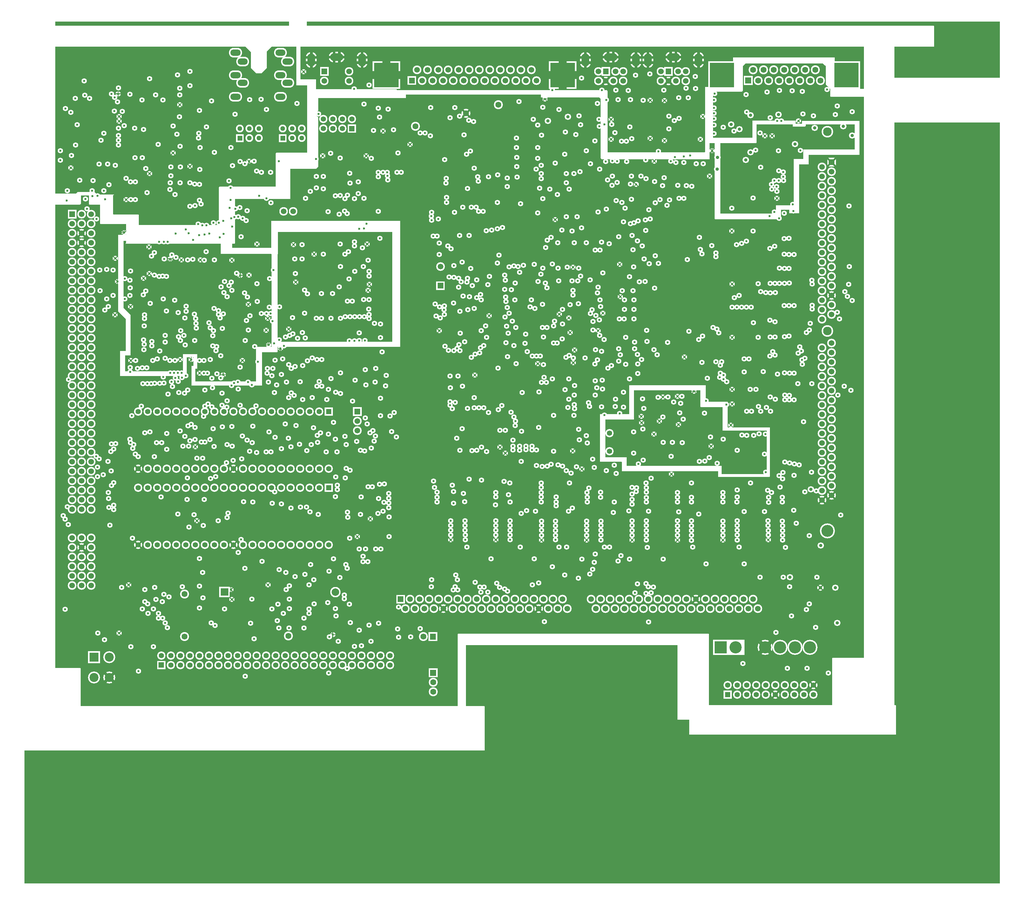
<source format=gbr>
%FSLAX34Y34*%
%MOMM*%
%LNCOPPER_INNER2*%
G71*
G01*
%ADD10C,1.400*%
%ADD11C,2.200*%
%ADD12C,2.800*%
%ADD13C,2.320*%
%ADD14C,4.000*%
%ADD15C,3.100*%
%ADD16C,2.400*%
%ADD17C,2.320*%
%ADD18C,2.900*%
%ADD19C,2.300*%
%ADD20C,2.600*%
%ADD21C,2.200*%
%ADD22C,2.200*%
%ADD23C,2.080*%
%ADD24C,3.200*%
%ADD25C,4.050*%
%ADD26C,1.700*%
%ADD27C,2.400*%
%ADD28C,0.100*%
%ADD29C,0.200*%
%ADD30C,0.467*%
%ADD31C,0.667*%
%ADD32C,0.507*%
%ADD33C,0.533*%
%ADD34C,2.167*%
%ADD35C,0.700*%
%ADD36C,0.500*%
%ADD37C,0.427*%
%ADD38C,0.800*%
%ADD39C,1.083*%
%ADD40C,0.300*%
%ADD41C,0.600*%
%ADD42C,1.400*%
%ADD43C,2.000*%
%ADD44C,1.520*%
%ADD45C,3.200*%
%ADD46C,2.300*%
%ADD47C,1.600*%
%ADD48C,1.520*%
%ADD49C,2.100*%
%ADD50C,1.500*%
%ADD51C,1.800*%
%ADD52C,1.400*%
%ADD53C,1.400*%
%ADD54C,1.280*%
%ADD55C,2.400*%
%ADD56C,3.250*%
%ADD57C,0.900*%
%ADD58C,1.600*%
%LPD*%
G36*
X0Y1000000D02*
X2600000Y1000000D01*
X2600000Y-1300000D01*
X0Y-1300000D01*
X0Y1000000D01*
G37*
%LPC*%
X173831Y794544D02*
G54D10*
D03*
X321469Y-547687D02*
G54D10*
D03*
G36*
X822212Y-51878D02*
X800212Y-51878D01*
X800212Y-29878D01*
X822212Y-29878D01*
X822212Y-51878D01*
G37*
X785812Y-40878D02*
G54D11*
D03*
X760412Y-40878D02*
G54D11*
D03*
X735012Y-40878D02*
G54D11*
D03*
X709612Y-40878D02*
G54D11*
D03*
X684212Y-40878D02*
G54D11*
D03*
X658812Y-40878D02*
G54D11*
D03*
X633412Y-40878D02*
G54D11*
D03*
X608012Y-40878D02*
G54D11*
D03*
X582612Y-40878D02*
G54D11*
D03*
X557212Y-40878D02*
G54D11*
D03*
X531813Y-40878D02*
G54D11*
D03*
X506412Y-40878D02*
G54D11*
D03*
X481012Y-40878D02*
G54D11*
D03*
X455612Y-40878D02*
G54D11*
D03*
X430212Y-40878D02*
G54D11*
D03*
X404812Y-40878D02*
G54D11*
D03*
X379412Y-40878D02*
G54D11*
D03*
X354012Y-40878D02*
G54D11*
D03*
X328612Y-40878D02*
G54D11*
D03*
X328612Y-193278D02*
G54D11*
D03*
X354012Y-193278D02*
G54D11*
D03*
X379412Y-193278D02*
G54D11*
D03*
X404812Y-193278D02*
G54D11*
D03*
X430212Y-193278D02*
G54D11*
D03*
X455612Y-193278D02*
G54D11*
D03*
X481012Y-193278D02*
G54D11*
D03*
X506412Y-193278D02*
G54D11*
D03*
X531813Y-193278D02*
G54D11*
D03*
X557212Y-193278D02*
G54D11*
D03*
X582612Y-193278D02*
G54D11*
D03*
X608012Y-193278D02*
G54D11*
D03*
X633412Y-193278D02*
G54D11*
D03*
X658812Y-193278D02*
G54D11*
D03*
X684212Y-193278D02*
G54D11*
D03*
X709612Y-193278D02*
G54D11*
D03*
X735012Y-193278D02*
G54D11*
D03*
X760412Y-193278D02*
G54D11*
D03*
X785812Y-193278D02*
G54D11*
D03*
X811212Y-193278D02*
G54D11*
D03*
X303212Y-40878D02*
G54D11*
D03*
X303213Y-193278D02*
G54D11*
D03*
G36*
X822212Y-255078D02*
X800212Y-255078D01*
X800212Y-233078D01*
X822212Y-233078D01*
X822212Y-255078D01*
G37*
X785812Y-244078D02*
G54D11*
D03*
X760412Y-244078D02*
G54D11*
D03*
X735012Y-244078D02*
G54D11*
D03*
X709612Y-244078D02*
G54D11*
D03*
X684212Y-244078D02*
G54D11*
D03*
X658812Y-244078D02*
G54D11*
D03*
X633412Y-244078D02*
G54D11*
D03*
X608012Y-244078D02*
G54D11*
D03*
X582612Y-244078D02*
G54D11*
D03*
X557212Y-244078D02*
G54D11*
D03*
X531813Y-244078D02*
G54D11*
D03*
X506412Y-244078D02*
G54D11*
D03*
X481012Y-244078D02*
G54D11*
D03*
X455612Y-244078D02*
G54D11*
D03*
X430212Y-244078D02*
G54D11*
D03*
X404812Y-244078D02*
G54D11*
D03*
X379412Y-244078D02*
G54D11*
D03*
X354012Y-244078D02*
G54D11*
D03*
X328612Y-244078D02*
G54D11*
D03*
X328612Y-396478D02*
G54D11*
D03*
X354012Y-396478D02*
G54D11*
D03*
X379412Y-396478D02*
G54D11*
D03*
X404812Y-396478D02*
G54D11*
D03*
X430212Y-396478D02*
G54D11*
D03*
X455612Y-396478D02*
G54D11*
D03*
X481012Y-396478D02*
G54D11*
D03*
X506412Y-396478D02*
G54D11*
D03*
X531813Y-396478D02*
G54D11*
D03*
X557212Y-396478D02*
G54D11*
D03*
X582612Y-396478D02*
G54D11*
D03*
X608012Y-396478D02*
G54D11*
D03*
X633412Y-396478D02*
G54D11*
D03*
X658812Y-396478D02*
G54D11*
D03*
X684212Y-396478D02*
G54D11*
D03*
X709612Y-396478D02*
G54D11*
D03*
X735012Y-396478D02*
G54D11*
D03*
X760412Y-396478D02*
G54D11*
D03*
X785812Y-396478D02*
G54D11*
D03*
X811212Y-396478D02*
G54D11*
D03*
X303212Y-244078D02*
G54D11*
D03*
X303213Y-396478D02*
G54D11*
D03*
X828675Y-522288D02*
G54D12*
D03*
G36*
X519400Y-508288D02*
X547400Y-508288D01*
X547400Y-536288D01*
X519400Y-536288D01*
X519400Y-508288D01*
G37*
X2151772Y446787D02*
G54D13*
D03*
X2151772Y421387D02*
G54D13*
D03*
X2151772Y395987D02*
G54D13*
D03*
X2151772Y370587D02*
G54D13*
D03*
X2151772Y345187D02*
G54D13*
D03*
X2151772Y319787D02*
G54D13*
D03*
X2151772Y294387D02*
G54D13*
D03*
X2151772Y268987D02*
G54D13*
D03*
X2151772Y243587D02*
G54D13*
D03*
X2151772Y218187D02*
G54D13*
D03*
X2151772Y141987D02*
G54D13*
D03*
X2151772Y116587D02*
G54D13*
D03*
X2151772Y91187D02*
G54D13*
D03*
X2151772Y65787D02*
G54D13*
D03*
X2151772Y40387D02*
G54D13*
D03*
X2151772Y14988D02*
G54D13*
D03*
X2151772Y-10412D02*
G54D13*
D03*
X2151772Y-35813D02*
G54D13*
D03*
X2151772Y-61213D02*
G54D13*
D03*
X2151772Y-86613D02*
G54D13*
D03*
X2151772Y-112013D02*
G54D13*
D03*
X2151772Y-137413D02*
G54D13*
D03*
X2151772Y-162813D02*
G54D13*
D03*
X2151772Y-188213D02*
G54D13*
D03*
X2151772Y-213613D02*
G54D13*
D03*
X2151772Y-239013D02*
G54D13*
D03*
X2151772Y-264413D02*
G54D13*
D03*
X2126372Y434087D02*
G54D13*
D03*
X2126372Y408687D02*
G54D13*
D03*
X2126372Y383287D02*
G54D13*
D03*
X2126372Y357887D02*
G54D13*
D03*
X2126372Y332487D02*
G54D13*
D03*
X2126372Y307087D02*
G54D13*
D03*
X2126372Y281687D02*
G54D13*
D03*
X2126372Y256287D02*
G54D13*
D03*
X2126372Y230887D02*
G54D13*
D03*
X2126372Y205487D02*
G54D13*
D03*
X2126372Y129287D02*
G54D13*
D03*
X2126372Y103887D02*
G54D13*
D03*
X2126372Y78487D02*
G54D13*
D03*
X2126372Y53087D02*
G54D13*
D03*
X2126372Y27688D02*
G54D13*
D03*
X2126372Y2288D02*
G54D13*
D03*
X2126372Y-23113D02*
G54D13*
D03*
X2126372Y-48513D02*
G54D13*
D03*
X2126372Y-73913D02*
G54D13*
D03*
X2126372Y-99313D02*
G54D13*
D03*
X2126372Y-124713D02*
G54D13*
D03*
X2126372Y-150113D02*
G54D13*
D03*
X2126372Y-175513D02*
G54D13*
D03*
X2126372Y-200913D02*
G54D13*
D03*
X2126372Y-226313D02*
G54D13*
D03*
X2126372Y-251713D02*
G54D13*
D03*
X2126372Y-277113D02*
G54D13*
D03*
G36*
X2163372Y636187D02*
X2163372Y612987D01*
X2140172Y612987D01*
X2140172Y636187D01*
X2163372Y636187D01*
G37*
X2151772Y599187D02*
G54D13*
D03*
X2151772Y573787D02*
G54D13*
D03*
X2151772Y548387D02*
G54D13*
D03*
X2151772Y522987D02*
G54D13*
D03*
X2151772Y497587D02*
G54D13*
D03*
X2151772Y472187D02*
G54D13*
D03*
X2126372Y611887D02*
G54D13*
D03*
X2126372Y586487D02*
G54D13*
D03*
X2126372Y561087D02*
G54D13*
D03*
X2126372Y535687D02*
G54D13*
D03*
X2126372Y510287D02*
G54D13*
D03*
X2126372Y484887D02*
G54D13*
D03*
X2126372Y459487D02*
G54D13*
D03*
X2140140Y-359203D02*
G54D14*
D03*
X2140140Y174197D02*
G54D15*
D03*
X2140140Y706009D02*
G54D15*
D03*
G36*
X1941508Y830430D02*
X1917508Y830430D01*
X1917508Y854430D01*
X1941508Y854430D01*
X1941508Y830430D01*
G37*
X1956208Y842430D02*
G54D16*
D03*
X1983908Y842430D02*
G54D16*
D03*
X2011608Y842430D02*
G54D16*
D03*
X2039208Y842430D02*
G54D16*
D03*
X2066908Y842430D02*
G54D16*
D03*
X2094608Y842430D02*
G54D16*
D03*
X2122308Y842430D02*
G54D16*
D03*
X1942508Y870830D02*
G54D16*
D03*
X1970208Y870830D02*
G54D16*
D03*
X1997808Y870830D02*
G54D16*
D03*
X2025508Y870830D02*
G54D16*
D03*
X2053208Y870830D02*
G54D16*
D03*
X2080908Y870830D02*
G54D16*
D03*
X2108608Y870830D02*
G54D16*
D03*
G36*
X2154816Y893369D02*
X2227816Y893369D01*
X2227816Y820369D01*
X2154816Y820369D01*
X2154816Y893369D01*
G37*
G36*
X1823028Y893369D02*
X1896028Y893369D01*
X1896028Y820369D01*
X1823028Y820369D01*
X1823028Y893369D01*
G37*
G36*
X1398372Y893369D02*
X1471372Y893369D01*
X1471372Y820369D01*
X1398372Y820369D01*
X1398372Y893369D01*
G37*
G36*
X928472Y893369D02*
X1001472Y893369D01*
X1001472Y820369D01*
X928472Y820369D01*
X928472Y893369D01*
G37*
G36*
X1044389Y830830D02*
X1021189Y830830D01*
X1021189Y854030D01*
X1044389Y854030D01*
X1044389Y830830D01*
G37*
X1060489Y842430D02*
G54D17*
D03*
X1088089Y842430D02*
G54D17*
D03*
X1115789Y842430D02*
G54D17*
D03*
X1143489Y842430D02*
G54D17*
D03*
X1171189Y842430D02*
G54D17*
D03*
X1198889Y842430D02*
G54D17*
D03*
X1226589Y842430D02*
G54D17*
D03*
X1254289Y842430D02*
G54D17*
D03*
X1281889Y842430D02*
G54D17*
D03*
X1309589Y842430D02*
G54D17*
D03*
X1337289Y842430D02*
G54D17*
D03*
X1364989Y842430D02*
G54D17*
D03*
X1046689Y870830D02*
G54D17*
D03*
X1074389Y870830D02*
G54D17*
D03*
X1103089Y870830D02*
G54D17*
D03*
X1129789Y870830D02*
G54D17*
D03*
X1157489Y870830D02*
G54D17*
D03*
X1185189Y870830D02*
G54D17*
D03*
X1212889Y870830D02*
G54D17*
D03*
X1240489Y870830D02*
G54D17*
D03*
X1268189Y870830D02*
G54D17*
D03*
X1295889Y870830D02*
G54D17*
D03*
X1323589Y870830D02*
G54D17*
D03*
X1351289Y870830D02*
G54D17*
D03*
X1797202Y904004D02*
G54D18*
D03*
X1797202Y903004D02*
G54D18*
D03*
X1797202Y902004D02*
G54D18*
D03*
X1797202Y901004D02*
G54D18*
D03*
X1797202Y900004D02*
G54D18*
D03*
X1797202Y899004D02*
G54D18*
D03*
X1797202Y898004D02*
G54D18*
D03*
X1797202Y897004D02*
G54D18*
D03*
X1797202Y896004D02*
G54D18*
D03*
X1797202Y895004D02*
G54D18*
D03*
X1797202Y894004D02*
G54D18*
D03*
X1797202Y893004D02*
G54D18*
D03*
X1797202Y892004D02*
G54D18*
D03*
X1797202Y891004D02*
G54D18*
D03*
X1797202Y890004D02*
G54D18*
D03*
X1662265Y904004D02*
G54D18*
D03*
X1662265Y903004D02*
G54D18*
D03*
X1662265Y902004D02*
G54D18*
D03*
X1662265Y901004D02*
G54D18*
D03*
X1662265Y900004D02*
G54D18*
D03*
X1662265Y899004D02*
G54D18*
D03*
X1662265Y898004D02*
G54D18*
D03*
X1662265Y897004D02*
G54D18*
D03*
X1662265Y896004D02*
G54D18*
D03*
X1662265Y895004D02*
G54D18*
D03*
X1662265Y894004D02*
G54D18*
D03*
X1662265Y893004D02*
G54D18*
D03*
X1662265Y892004D02*
G54D18*
D03*
X1662265Y891004D02*
G54D18*
D03*
X1662265Y890004D02*
G54D18*
D03*
X1736733Y904941D02*
G54D18*
D03*
X1735734Y904941D02*
G54D18*
D03*
X1734734Y904941D02*
G54D18*
D03*
X1733734Y904941D02*
G54D18*
D03*
X1732734Y904941D02*
G54D18*
D03*
X1731734Y904941D02*
G54D18*
D03*
X1730733Y904941D02*
G54D18*
D03*
X1729733Y904941D02*
G54D18*
D03*
X1728734Y904941D02*
G54D18*
D03*
X1727734Y904941D02*
G54D18*
D03*
X1726734Y904941D02*
G54D18*
D03*
X1725734Y904941D02*
G54D18*
D03*
X1724734Y904941D02*
G54D18*
D03*
X1723733Y904941D02*
G54D18*
D03*
X1722733Y904941D02*
G54D18*
D03*
X1696808Y841647D02*
G54D19*
D03*
X1716808Y841647D02*
G54D19*
D03*
X1736808Y841647D02*
G54D19*
D03*
X1696808Y866647D02*
G54D19*
D03*
G36*
X1705308Y878147D02*
X1728308Y878147D01*
X1728308Y855147D01*
X1705308Y855147D01*
X1705308Y878147D01*
G37*
X1742808Y866647D02*
G54D19*
D03*
X1762808Y866647D02*
G54D19*
D03*
X1762808Y841647D02*
G54D19*
D03*
X1630396Y904004D02*
G54D18*
D03*
X1630396Y903004D02*
G54D18*
D03*
X1630396Y902004D02*
G54D18*
D03*
X1630396Y901004D02*
G54D18*
D03*
X1630396Y900004D02*
G54D18*
D03*
X1630396Y899004D02*
G54D18*
D03*
X1630396Y898004D02*
G54D18*
D03*
X1630396Y897004D02*
G54D18*
D03*
X1630396Y896004D02*
G54D18*
D03*
X1630396Y895004D02*
G54D18*
D03*
X1630396Y894004D02*
G54D18*
D03*
X1630396Y893004D02*
G54D18*
D03*
X1630396Y892004D02*
G54D18*
D03*
X1630396Y891004D02*
G54D18*
D03*
X1630396Y890004D02*
G54D18*
D03*
X1495459Y904004D02*
G54D18*
D03*
X1495459Y903004D02*
G54D18*
D03*
X1495459Y902004D02*
G54D18*
D03*
X1495459Y901004D02*
G54D18*
D03*
X1495459Y900004D02*
G54D18*
D03*
X1495459Y899004D02*
G54D18*
D03*
X1495459Y898004D02*
G54D18*
D03*
X1495459Y897004D02*
G54D18*
D03*
X1495459Y896004D02*
G54D18*
D03*
X1495459Y895004D02*
G54D18*
D03*
X1495459Y894004D02*
G54D18*
D03*
X1495459Y893004D02*
G54D18*
D03*
X1495459Y892004D02*
G54D18*
D03*
X1495459Y891004D02*
G54D18*
D03*
X1495459Y890004D02*
G54D18*
D03*
X1569927Y904941D02*
G54D18*
D03*
X1568928Y904941D02*
G54D18*
D03*
X1567928Y904941D02*
G54D18*
D03*
X1566928Y904941D02*
G54D18*
D03*
X1565928Y904941D02*
G54D18*
D03*
X1564928Y904941D02*
G54D18*
D03*
X1563927Y904941D02*
G54D18*
D03*
X1562927Y904941D02*
G54D18*
D03*
X1561928Y904941D02*
G54D18*
D03*
X1560928Y904941D02*
G54D18*
D03*
X1559928Y904941D02*
G54D18*
D03*
X1558928Y904941D02*
G54D18*
D03*
X1557928Y904941D02*
G54D18*
D03*
X1556927Y904941D02*
G54D18*
D03*
X1555927Y904941D02*
G54D18*
D03*
X1530002Y841647D02*
G54D19*
D03*
X1550002Y841647D02*
G54D19*
D03*
X1570002Y841647D02*
G54D19*
D03*
X1530002Y866647D02*
G54D19*
D03*
G36*
X1538502Y878147D02*
X1561502Y878147D01*
X1561502Y855147D01*
X1538502Y855147D01*
X1538502Y878147D01*
G37*
X1576002Y866647D02*
G54D19*
D03*
X1596002Y866647D02*
G54D19*
D03*
X1596002Y841647D02*
G54D19*
D03*
X900027Y904004D02*
G54D18*
D03*
X900027Y903004D02*
G54D18*
D03*
X900027Y902004D02*
G54D18*
D03*
X900027Y901004D02*
G54D18*
D03*
X900027Y900004D02*
G54D18*
D03*
X900027Y899004D02*
G54D18*
D03*
X900027Y898004D02*
G54D18*
D03*
X900027Y897004D02*
G54D18*
D03*
X900027Y896004D02*
G54D18*
D03*
X900027Y895004D02*
G54D18*
D03*
X900027Y894004D02*
G54D18*
D03*
X900027Y893004D02*
G54D18*
D03*
X900027Y892004D02*
G54D18*
D03*
X900027Y891004D02*
G54D18*
D03*
X900027Y890004D02*
G54D18*
D03*
X765089Y904004D02*
G54D18*
D03*
X765089Y903004D02*
G54D18*
D03*
X765089Y902004D02*
G54D18*
D03*
X765089Y901004D02*
G54D18*
D03*
X765089Y900004D02*
G54D18*
D03*
X765089Y899004D02*
G54D18*
D03*
X765089Y898004D02*
G54D18*
D03*
X765089Y897004D02*
G54D18*
D03*
X765089Y896004D02*
G54D18*
D03*
X765089Y895004D02*
G54D18*
D03*
X765089Y894004D02*
G54D18*
D03*
X765089Y893004D02*
G54D18*
D03*
X765089Y892004D02*
G54D18*
D03*
X765089Y891004D02*
G54D18*
D03*
X765089Y890004D02*
G54D18*
D03*
X839558Y904942D02*
G54D18*
D03*
X838558Y904942D02*
G54D18*
D03*
X837558Y904942D02*
G54D18*
D03*
X836558Y904942D02*
G54D18*
D03*
X835558Y904942D02*
G54D18*
D03*
X834558Y904942D02*
G54D18*
D03*
X833558Y904942D02*
G54D18*
D03*
X832558Y904942D02*
G54D18*
D03*
X831558Y904942D02*
G54D18*
D03*
X830558Y904942D02*
G54D18*
D03*
X829558Y904942D02*
G54D18*
D03*
X828558Y904942D02*
G54D18*
D03*
X827558Y904942D02*
G54D18*
D03*
X826558Y904942D02*
G54D18*
D03*
X825558Y904942D02*
G54D18*
D03*
X799633Y841647D02*
G54D19*
D03*
G36*
X788133Y878147D02*
X811133Y878147D01*
X811133Y855147D01*
X788133Y855147D01*
X788133Y878147D01*
G37*
X865633Y866647D02*
G54D19*
D03*
X865633Y841647D02*
G54D19*
D03*
X678095Y799156D02*
G54D20*
D03*
X679095Y799156D02*
G54D20*
D03*
X680095Y799156D02*
G54D20*
D03*
X681095Y799156D02*
G54D20*
D03*
X682095Y799156D02*
G54D20*
D03*
X683095Y799156D02*
G54D20*
D03*
X684095Y799156D02*
G54D20*
D03*
X685095Y799156D02*
G54D20*
D03*
X686095Y799156D02*
G54D20*
D03*
X687095Y799156D02*
G54D20*
D03*
X697145Y836462D02*
G54D20*
D03*
X698145Y836462D02*
G54D20*
D03*
X699145Y836462D02*
G54D20*
D03*
X700145Y836462D02*
G54D20*
D03*
X701145Y836462D02*
G54D20*
D03*
X702145Y836462D02*
G54D20*
D03*
X703145Y836462D02*
G54D20*
D03*
X704145Y836462D02*
G54D20*
D03*
X705145Y836462D02*
G54D20*
D03*
X706145Y836462D02*
G54D20*
D03*
X678095Y856306D02*
G54D20*
D03*
X679095Y856306D02*
G54D20*
D03*
X680095Y856306D02*
G54D20*
D03*
X681095Y856306D02*
G54D20*
D03*
X682095Y856306D02*
G54D20*
D03*
X683095Y856306D02*
G54D20*
D03*
X684095Y856306D02*
G54D20*
D03*
X685095Y856306D02*
G54D20*
D03*
X686095Y856306D02*
G54D20*
D03*
X687095Y856306D02*
G54D20*
D03*
X697145Y892818D02*
G54D20*
D03*
X698145Y892818D02*
G54D20*
D03*
X699145Y892818D02*
G54D20*
D03*
X700145Y892818D02*
G54D20*
D03*
X701145Y892818D02*
G54D20*
D03*
X702145Y892818D02*
G54D20*
D03*
X703145Y892818D02*
G54D20*
D03*
X704145Y892818D02*
G54D20*
D03*
X705145Y892818D02*
G54D20*
D03*
X706145Y892818D02*
G54D20*
D03*
X678095Y916630D02*
G54D20*
D03*
X679095Y916630D02*
G54D20*
D03*
X680095Y916630D02*
G54D20*
D03*
X681095Y916630D02*
G54D20*
D03*
X682095Y916630D02*
G54D20*
D03*
X683095Y916630D02*
G54D20*
D03*
X684095Y916630D02*
G54D20*
D03*
X685095Y916630D02*
G54D20*
D03*
X686095Y916630D02*
G54D20*
D03*
X687095Y916630D02*
G54D20*
D03*
X558238Y799156D02*
G54D20*
D03*
X559238Y799156D02*
G54D20*
D03*
X560238Y799156D02*
G54D20*
D03*
X561238Y799156D02*
G54D20*
D03*
X562238Y799156D02*
G54D20*
D03*
X563238Y799156D02*
G54D20*
D03*
X564238Y799156D02*
G54D20*
D03*
X565238Y799156D02*
G54D20*
D03*
X566238Y799156D02*
G54D20*
D03*
X567238Y799156D02*
G54D20*
D03*
X577288Y836462D02*
G54D20*
D03*
X578288Y836462D02*
G54D20*
D03*
X579288Y836462D02*
G54D20*
D03*
X580288Y836462D02*
G54D20*
D03*
X581288Y836462D02*
G54D20*
D03*
X582288Y836462D02*
G54D20*
D03*
X583288Y836462D02*
G54D20*
D03*
X584288Y836462D02*
G54D20*
D03*
X585288Y836462D02*
G54D20*
D03*
X586288Y836462D02*
G54D20*
D03*
X558238Y856306D02*
G54D20*
D03*
X559238Y856306D02*
G54D20*
D03*
X560238Y856306D02*
G54D20*
D03*
X561238Y856306D02*
G54D20*
D03*
X562238Y856306D02*
G54D20*
D03*
X563238Y856306D02*
G54D20*
D03*
X564238Y856306D02*
G54D20*
D03*
X565238Y856306D02*
G54D20*
D03*
X566238Y856306D02*
G54D20*
D03*
X567238Y856306D02*
G54D20*
D03*
X577288Y892818D02*
G54D20*
D03*
X578288Y892818D02*
G54D20*
D03*
X579288Y892818D02*
G54D20*
D03*
X580288Y892818D02*
G54D20*
D03*
X581288Y892818D02*
G54D20*
D03*
X582288Y892818D02*
G54D20*
D03*
X583288Y892818D02*
G54D20*
D03*
X584288Y892818D02*
G54D20*
D03*
X585288Y892818D02*
G54D20*
D03*
X586288Y892818D02*
G54D20*
D03*
X558238Y916630D02*
G54D20*
D03*
X559238Y916630D02*
G54D20*
D03*
X560238Y916630D02*
G54D20*
D03*
X561238Y916630D02*
G54D20*
D03*
X562238Y916630D02*
G54D20*
D03*
X563238Y916630D02*
G54D20*
D03*
X564238Y916630D02*
G54D20*
D03*
X565238Y916630D02*
G54D20*
D03*
X566238Y916630D02*
G54D20*
D03*
X567239Y916630D02*
G54D20*
D03*
X690734Y493694D02*
G54D19*
D03*
X716134Y493694D02*
G54D19*
D03*
X1559719Y-98425D02*
G54D21*
D03*
X1559719Y-146844D02*
G54D21*
D03*
G36*
X883728Y702979D02*
X861728Y702979D01*
X861728Y724979D01*
X883728Y724979D01*
X883728Y702979D01*
G37*
X872728Y739379D02*
G54D22*
D03*
X847328Y713979D02*
G54D22*
D03*
X847328Y739379D02*
G54D22*
D03*
X821928Y713979D02*
G54D22*
D03*
X821928Y739379D02*
G54D22*
D03*
X796528Y713979D02*
G54D22*
D03*
X796528Y739379D02*
G54D22*
D03*
G36*
X678286Y699068D02*
X699086Y699068D01*
X699086Y678268D01*
X678286Y678268D01*
X678286Y699068D01*
G37*
X688686Y714068D02*
G54D23*
D03*
X714086Y688668D02*
G54D23*
D03*
X714086Y714068D02*
G54D23*
D03*
X739486Y688668D02*
G54D23*
D03*
X739486Y714068D02*
G54D23*
D03*
G36*
X563986Y699068D02*
X584786Y699068D01*
X584786Y678268D01*
X563986Y678268D01*
X563986Y699068D01*
G37*
X574386Y714068D02*
G54D23*
D03*
X599786Y688668D02*
G54D23*
D03*
X599786Y714068D02*
G54D23*
D03*
X625186Y688668D02*
G54D23*
D03*
X625186Y714068D02*
G54D23*
D03*
G36*
X169340Y-680516D02*
X201340Y-680516D01*
X201340Y-712516D01*
X169340Y-712516D01*
X169340Y-680516D01*
G37*
X226616Y-696516D02*
G54D24*
D03*
X185340Y-750490D02*
G54D24*
D03*
X226616Y-750490D02*
G54D24*
D03*
G36*
X353728Y-706153D02*
X375728Y-706153D01*
X375728Y-728153D01*
X353728Y-728153D01*
X353728Y-706153D01*
G37*
X364728Y-691753D02*
G54D21*
D03*
X390128Y-717153D02*
G54D21*
D03*
X390128Y-691753D02*
G54D21*
D03*
X415528Y-717153D02*
G54D21*
D03*
X415528Y-691753D02*
G54D21*
D03*
X440928Y-717153D02*
G54D21*
D03*
X440928Y-691753D02*
G54D21*
D03*
X466328Y-717153D02*
G54D21*
D03*
X466328Y-691753D02*
G54D21*
D03*
X491728Y-717153D02*
G54D21*
D03*
X491728Y-691753D02*
G54D21*
D03*
X517128Y-717153D02*
G54D21*
D03*
X517128Y-691753D02*
G54D21*
D03*
X542528Y-717153D02*
G54D21*
D03*
X542528Y-691753D02*
G54D21*
D03*
X567928Y-717153D02*
G54D21*
D03*
X567928Y-691753D02*
G54D21*
D03*
X593328Y-717153D02*
G54D21*
D03*
X593328Y-691753D02*
G54D21*
D03*
X618728Y-717153D02*
G54D21*
D03*
X618728Y-691753D02*
G54D21*
D03*
X644128Y-717153D02*
G54D21*
D03*
X644128Y-691753D02*
G54D21*
D03*
X669528Y-717153D02*
G54D21*
D03*
X669528Y-691753D02*
G54D21*
D03*
X694928Y-717153D02*
G54D21*
D03*
X694928Y-691753D02*
G54D21*
D03*
X720328Y-717153D02*
G54D21*
D03*
X720328Y-691753D02*
G54D21*
D03*
X745728Y-717153D02*
G54D21*
D03*
X745728Y-691753D02*
G54D21*
D03*
X771128Y-717153D02*
G54D21*
D03*
X771128Y-691753D02*
G54D21*
D03*
X796528Y-717153D02*
G54D21*
D03*
X796528Y-691753D02*
G54D21*
D03*
X821928Y-717153D02*
G54D21*
D03*
X821928Y-691753D02*
G54D21*
D03*
X847328Y-717153D02*
G54D21*
D03*
X847328Y-691753D02*
G54D21*
D03*
X872728Y-717153D02*
G54D21*
D03*
X872728Y-691753D02*
G54D21*
D03*
X898128Y-717153D02*
G54D21*
D03*
X898128Y-691753D02*
G54D21*
D03*
X923528Y-717153D02*
G54D21*
D03*
X923528Y-691753D02*
G54D21*
D03*
X948928Y-717153D02*
G54D21*
D03*
X948928Y-691753D02*
G54D21*
D03*
X974328Y-717153D02*
G54D21*
D03*
X974328Y-691753D02*
G54D21*
D03*
G36*
X1863838Y-785131D02*
X1885838Y-785131D01*
X1885838Y-807131D01*
X1863838Y-807131D01*
X1863838Y-785131D01*
G37*
X1874838Y-770731D02*
G54D21*
D03*
X1900238Y-796131D02*
G54D21*
D03*
X1900238Y-770731D02*
G54D21*
D03*
X1925638Y-796131D02*
G54D21*
D03*
X1925638Y-770731D02*
G54D21*
D03*
X1951038Y-796131D02*
G54D21*
D03*
X1951038Y-770731D02*
G54D21*
D03*
X1976438Y-796131D02*
G54D21*
D03*
X1976438Y-770731D02*
G54D21*
D03*
X2001837Y-796131D02*
G54D21*
D03*
X2001838Y-770731D02*
G54D21*
D03*
X2027238Y-796131D02*
G54D21*
D03*
X2027238Y-770731D02*
G54D21*
D03*
X2052638Y-796131D02*
G54D21*
D03*
X2052638Y-770731D02*
G54D21*
D03*
X2078038Y-796131D02*
G54D21*
D03*
X2078038Y-770731D02*
G54D21*
D03*
X2103438Y-796131D02*
G54D21*
D03*
X2103438Y-770731D02*
G54D21*
D03*
X2094048Y-669758D02*
G54D25*
D03*
X2054361Y-669758D02*
G54D25*
D03*
X2014673Y-669758D02*
G54D25*
D03*
X1974986Y-669758D02*
G54D25*
D03*
X1895611Y-669758D02*
G54D25*
D03*
G36*
X1835673Y-690008D02*
X1835673Y-649508D01*
X1876173Y-649508D01*
X1876173Y-690008D01*
X1835673Y-690008D01*
G37*
X1180652Y-541716D02*
G54D13*
D03*
X1206052Y-541716D02*
G54D13*
D03*
X1231452Y-541716D02*
G54D13*
D03*
X1256852Y-541716D02*
G54D13*
D03*
X1282252Y-541716D02*
G54D13*
D03*
X1307652Y-541716D02*
G54D13*
D03*
X1333052Y-541716D02*
G54D13*
D03*
X1358452Y-541716D02*
G54D13*
D03*
X1383852Y-541716D02*
G54D13*
D03*
X1409252Y-541716D02*
G54D13*
D03*
X1536252Y-541716D02*
G54D13*
D03*
X1561652Y-541716D02*
G54D13*
D03*
X1587052Y-541716D02*
G54D13*
D03*
X1612452Y-541716D02*
G54D13*
D03*
X1637852Y-541716D02*
G54D13*
D03*
X1663252Y-541716D02*
G54D13*
D03*
X1688652Y-541716D02*
G54D13*
D03*
X1714052Y-541716D02*
G54D13*
D03*
X1739452Y-541716D02*
G54D13*
D03*
X1764852Y-541716D02*
G54D13*
D03*
X1790252Y-541716D02*
G54D13*
D03*
X1815652Y-541716D02*
G54D13*
D03*
X1841052Y-541716D02*
G54D13*
D03*
X1866452Y-541716D02*
G54D13*
D03*
X1891852Y-541716D02*
G54D13*
D03*
X1917252Y-541716D02*
G54D13*
D03*
X1942652Y-541716D02*
G54D13*
D03*
X1193352Y-567116D02*
G54D13*
D03*
X1218752Y-567116D02*
G54D13*
D03*
X1244152Y-567116D02*
G54D13*
D03*
X1269552Y-567116D02*
G54D13*
D03*
X1294952Y-567116D02*
G54D13*
D03*
X1320352Y-567116D02*
G54D13*
D03*
X1345752Y-567116D02*
G54D13*
D03*
X1371152Y-567116D02*
G54D13*
D03*
X1396552Y-567116D02*
G54D13*
D03*
X1421952Y-567116D02*
G54D13*
D03*
X1548952Y-567116D02*
G54D13*
D03*
X1574352Y-567116D02*
G54D13*
D03*
X1599752Y-567116D02*
G54D13*
D03*
X1625152Y-567116D02*
G54D13*
D03*
X1650551Y-567116D02*
G54D13*
D03*
X1675952Y-567116D02*
G54D13*
D03*
X1701352Y-567116D02*
G54D13*
D03*
X1726752Y-567116D02*
G54D13*
D03*
X1752152Y-567116D02*
G54D13*
D03*
X1777552Y-567116D02*
G54D13*
D03*
X1802952Y-567116D02*
G54D13*
D03*
X1828352Y-567116D02*
G54D13*
D03*
X1853752Y-567116D02*
G54D13*
D03*
X1879152Y-567116D02*
G54D13*
D03*
X1904552Y-567116D02*
G54D13*
D03*
X1929952Y-567116D02*
G54D13*
D03*
X1955352Y-567116D02*
G54D13*
D03*
G36*
X991251Y-530116D02*
X1014451Y-530116D01*
X1014451Y-553316D01*
X991251Y-553316D01*
X991251Y-530116D01*
G37*
X1028252Y-541716D02*
G54D13*
D03*
X1053652Y-541716D02*
G54D13*
D03*
X1079052Y-541716D02*
G54D13*
D03*
X1104452Y-541716D02*
G54D13*
D03*
X1129852Y-541716D02*
G54D13*
D03*
X1155252Y-541716D02*
G54D13*
D03*
X1015552Y-567116D02*
G54D13*
D03*
X1040952Y-567116D02*
G54D13*
D03*
X1066352Y-567116D02*
G54D13*
D03*
X1091752Y-567116D02*
G54D13*
D03*
X1117151Y-567116D02*
G54D13*
D03*
X1142552Y-567116D02*
G54D13*
D03*
X1167952Y-567116D02*
G54D13*
D03*
X1434652Y-541716D02*
G54D13*
D03*
X1447352Y-567116D02*
G54D13*
D03*
X1510852Y-541716D02*
G54D13*
D03*
X1523552Y-567116D02*
G54D13*
D03*
G36*
X1101025Y-653350D02*
X1077025Y-653350D01*
X1077025Y-629350D01*
X1101025Y-629350D01*
X1101025Y-653350D01*
G37*
X1063625Y-641350D02*
G54D16*
D03*
G36*
X1101634Y-726020D02*
X1101634Y-750020D01*
X1077634Y-750020D01*
X1077634Y-726020D01*
X1101634Y-726020D01*
G37*
X1089634Y-763420D02*
G54D16*
D03*
X1089634Y-788820D02*
G54D16*
D03*
G36*
X139170Y497298D02*
X139170Y474098D01*
X115970Y474098D01*
X115970Y497298D01*
X139170Y497298D01*
G37*
X127570Y460298D02*
G54D13*
D03*
X127570Y434898D02*
G54D13*
D03*
X127570Y409498D02*
G54D13*
D03*
X127570Y384098D02*
G54D13*
D03*
X127570Y358698D02*
G54D13*
D03*
X127570Y333298D02*
G54D13*
D03*
X127570Y307898D02*
G54D13*
D03*
X127570Y282498D02*
G54D13*
D03*
X127570Y257098D02*
G54D13*
D03*
X127570Y231698D02*
G54D13*
D03*
X127570Y206298D02*
G54D13*
D03*
X127570Y180898D02*
G54D13*
D03*
X127570Y155498D02*
G54D13*
D03*
X127570Y130098D02*
G54D13*
D03*
X127570Y104698D02*
G54D13*
D03*
X127570Y79298D02*
G54D13*
D03*
X127570Y53898D02*
G54D13*
D03*
X127570Y28498D02*
G54D13*
D03*
X127570Y3098D02*
G54D13*
D03*
X127570Y-22302D02*
G54D13*
D03*
X127570Y-47702D02*
G54D13*
D03*
X127570Y-73102D02*
G54D13*
D03*
X127570Y-98502D02*
G54D13*
D03*
X127570Y-123902D02*
G54D13*
D03*
X127570Y-149302D02*
G54D13*
D03*
X127570Y-174702D02*
G54D13*
D03*
X127570Y-200102D02*
G54D13*
D03*
X127570Y-225502D02*
G54D13*
D03*
X127570Y-250902D02*
G54D13*
D03*
X152970Y485698D02*
G54D13*
D03*
X152970Y460298D02*
G54D13*
D03*
X152971Y434898D02*
G54D13*
D03*
X152971Y409498D02*
G54D13*
D03*
X152970Y384098D02*
G54D13*
D03*
X152971Y358698D02*
G54D13*
D03*
X152970Y333298D02*
G54D13*
D03*
X152971Y307898D02*
G54D13*
D03*
X152970Y282498D02*
G54D13*
D03*
X152970Y257098D02*
G54D13*
D03*
X152970Y231698D02*
G54D13*
D03*
X152970Y206298D02*
G54D13*
D03*
X152970Y180898D02*
G54D13*
D03*
X152970Y155498D02*
G54D13*
D03*
X152970Y130098D02*
G54D13*
D03*
X152970Y104698D02*
G54D13*
D03*
X152970Y79298D02*
G54D13*
D03*
X152970Y53898D02*
G54D13*
D03*
X152970Y28498D02*
G54D13*
D03*
X152970Y3098D02*
G54D13*
D03*
X152970Y-22302D02*
G54D13*
D03*
X152970Y-47702D02*
G54D13*
D03*
X152970Y-73102D02*
G54D13*
D03*
X152970Y-98502D02*
G54D13*
D03*
X152970Y-123902D02*
G54D13*
D03*
X152970Y-149302D02*
G54D13*
D03*
X152970Y-174702D02*
G54D13*
D03*
X152970Y-200102D02*
G54D13*
D03*
X152970Y-225502D02*
G54D13*
D03*
X152970Y-250902D02*
G54D13*
D03*
X178370Y485698D02*
G54D13*
D03*
X178370Y460298D02*
G54D13*
D03*
X178370Y434898D02*
G54D13*
D03*
X178370Y409498D02*
G54D13*
D03*
X178370Y384098D02*
G54D13*
D03*
X178370Y358698D02*
G54D13*
D03*
X178370Y333298D02*
G54D13*
D03*
X178370Y307898D02*
G54D13*
D03*
X178370Y282498D02*
G54D13*
D03*
X178370Y257098D02*
G54D13*
D03*
X178370Y231698D02*
G54D13*
D03*
X178370Y206298D02*
G54D13*
D03*
X178370Y180898D02*
G54D13*
D03*
X178370Y155498D02*
G54D13*
D03*
X178370Y130098D02*
G54D13*
D03*
X178370Y104698D02*
G54D13*
D03*
X178370Y79298D02*
G54D13*
D03*
X178370Y53898D02*
G54D13*
D03*
X178370Y28498D02*
G54D13*
D03*
X178370Y3098D02*
G54D13*
D03*
X178370Y-22302D02*
G54D13*
D03*
X178370Y-47702D02*
G54D13*
D03*
X178370Y-73102D02*
G54D13*
D03*
X178370Y-98502D02*
G54D13*
D03*
X178370Y-123902D02*
G54D13*
D03*
X178370Y-149302D02*
G54D13*
D03*
X178370Y-174702D02*
G54D13*
D03*
X178370Y-200102D02*
G54D13*
D03*
X178370Y-225502D02*
G54D13*
D03*
X178370Y-250902D02*
G54D13*
D03*
X127570Y-276302D02*
G54D13*
D03*
X127570Y-301702D02*
G54D13*
D03*
X152970Y-276302D02*
G54D13*
D03*
X152971Y-301702D02*
G54D13*
D03*
X178370Y-276302D02*
G54D13*
D03*
X178370Y-301702D02*
G54D13*
D03*
X127570Y-377902D02*
G54D13*
D03*
X127570Y-403302D02*
G54D13*
D03*
X127570Y-428702D02*
G54D13*
D03*
X127570Y-454102D02*
G54D13*
D03*
X127570Y-479502D02*
G54D13*
D03*
X127570Y-504902D02*
G54D13*
D03*
X152970Y-377902D02*
G54D13*
D03*
X152971Y-403302D02*
G54D13*
D03*
X152970Y-428702D02*
G54D13*
D03*
X152970Y-454102D02*
G54D13*
D03*
X152970Y-479502D02*
G54D13*
D03*
X152971Y-504902D02*
G54D13*
D03*
X178370Y-377902D02*
G54D13*
D03*
X178370Y-403302D02*
G54D13*
D03*
X178370Y-428702D02*
G54D13*
D03*
X178370Y-454102D02*
G54D13*
D03*
X178370Y-479502D02*
G54D13*
D03*
X178370Y-504902D02*
G54D13*
D03*
G36*
X899108Y-29353D02*
X899108Y-52553D01*
X875908Y-52553D01*
X875908Y-29353D01*
X899108Y-29353D01*
G37*
X887508Y-66353D02*
G54D13*
D03*
X887508Y-91754D02*
G54D13*
D03*
X2006600Y735012D02*
G54D10*
D03*
X2017712Y735012D02*
G54D10*
D03*
X1988344Y742950D02*
G54D10*
D03*
X2063750Y735013D02*
G54D10*
D03*
X1962944Y611188D02*
G54D10*
D03*
X2011362Y601464D02*
G54D10*
D03*
X2022475Y598488D02*
G54D10*
D03*
X2023269Y585788D02*
G54D10*
D03*
X1993106Y694531D02*
G54D10*
D03*
X1974056Y694531D02*
G54D10*
D03*
X1961356Y702469D02*
G54D10*
D03*
X1949450Y656431D02*
G54D10*
D03*
X1925638Y758031D02*
G54D10*
D03*
X1979612Y812006D02*
G54D10*
D03*
X2012950Y815975D02*
G54D10*
D03*
X2046288Y814784D02*
G54D10*
D03*
X2073672Y813594D02*
G54D10*
D03*
X2139553Y818753D02*
G54D10*
D03*
X2207022Y759420D02*
G54D10*
D03*
X1891506Y707231D02*
G54D10*
D03*
X1862534Y717550D02*
G54D10*
D03*
X1839913Y807244D02*
G54D10*
D03*
X1838722Y790178D02*
G54D10*
D03*
X1838722Y769541D02*
G54D10*
D03*
X1838722Y754856D02*
G54D10*
D03*
X1838722Y740569D02*
G54D10*
D03*
X1838722Y723503D02*
G54D10*
D03*
X1838722Y700484D02*
G54D10*
D03*
X1999456Y575469D02*
G54D10*
D03*
X2011362Y575469D02*
G54D10*
D03*
X2024062Y575469D02*
G54D10*
D03*
X1991916Y565150D02*
G54D10*
D03*
X2005409Y559197D02*
G54D10*
D03*
X1992312Y552450D02*
G54D10*
D03*
X2006203Y546497D02*
G54D10*
D03*
X2006203Y528241D02*
G54D10*
D03*
X2048272Y511572D02*
G54D10*
D03*
X2050256Y494109D02*
G54D10*
D03*
X2025650Y488156D02*
G54D10*
D03*
X1999456Y491331D02*
G54D10*
D03*
X2012156Y474662D02*
G54D10*
D03*
X1986756Y481012D02*
G54D10*
D03*
X2198290Y508000D02*
G54D10*
D03*
X2099468Y309959D02*
G54D10*
D03*
X2099866Y299641D02*
G54D10*
D03*
X2099866Y242888D02*
G54D10*
D03*
X2099866Y232172D02*
G54D10*
D03*
X2009775Y655241D02*
G54D10*
D03*
X2068314Y656034D02*
G54D10*
D03*
X1826816Y586978D02*
G54D10*
D03*
X1809353Y619919D02*
G54D10*
D03*
X1790700Y620316D02*
G54D10*
D03*
X1833166Y655241D02*
G54D10*
D03*
X1722834Y627062D02*
G54D10*
D03*
X1736328Y623491D02*
G54D10*
D03*
X1733947Y638175D02*
G54D10*
D03*
X2103438Y748506D02*
G54D10*
D03*
X2025650Y420688D02*
G54D10*
D03*
X2038350Y421481D02*
G54D10*
D03*
X2000250Y400447D02*
G54D10*
D03*
X1987550Y394295D02*
G54D10*
D03*
X1942703Y440531D02*
G54D10*
D03*
X1885950Y440928D02*
G54D10*
D03*
X1898650Y404416D02*
G54D10*
D03*
X1911747Y408186D02*
G54D10*
D03*
X1924447Y413544D02*
G54D10*
D03*
X1843484Y382191D02*
G54D10*
D03*
X1843484Y371872D02*
G54D10*
D03*
X1832372Y401637D02*
G54D10*
D03*
X1805781Y379809D02*
G54D10*
D03*
X1802209Y391319D02*
G54D10*
D03*
X1799034Y424259D02*
G54D10*
D03*
X2051447Y377825D02*
G54D10*
D03*
X2038350Y378222D02*
G54D10*
D03*
X2025650Y378619D02*
G54D10*
D03*
X2198688Y345678D02*
G54D10*
D03*
X2197497Y298450D02*
G54D10*
D03*
X2187178Y279400D02*
G54D10*
D03*
X2194322Y266700D02*
G54D10*
D03*
X2206625Y255191D02*
G54D10*
D03*
X2166938Y223838D02*
G54D10*
D03*
X2172494Y205978D02*
G54D10*
D03*
X2095103Y194469D02*
G54D10*
D03*
X2092325Y177006D02*
G54D10*
D03*
X2084784Y170260D02*
G54D10*
D03*
X2066528Y131366D02*
G54D10*
D03*
X2070894Y121047D02*
G54D10*
D03*
X2062559Y114697D02*
G54D10*
D03*
X2080816Y101600D02*
G54D10*
D03*
X2072878Y96838D02*
G54D10*
D03*
X2073672Y85328D02*
G54D10*
D03*
X2099469Y33734D02*
G54D10*
D03*
X2203450Y15478D02*
G54D10*
D03*
X2185194Y26988D02*
G54D10*
D03*
X2168128Y2778D02*
G54D10*
D03*
X2076847Y-68262D02*
G54D10*
D03*
X2110978Y-252412D02*
G54D10*
D03*
X2097881Y-202406D02*
G54D10*
D03*
X2064941Y-183356D02*
G54D10*
D03*
X2052241Y-180578D02*
G54D10*
D03*
X2039541Y-177800D02*
G54D10*
D03*
X2027238Y-175816D02*
G54D10*
D03*
X2021681Y-203597D02*
G54D10*
D03*
X2051447Y-211534D02*
G54D10*
D03*
X2011759Y-212328D02*
G54D10*
D03*
X2014141Y-242094D02*
G54D10*
D03*
X2080816Y-254794D02*
G54D10*
D03*
X2051050Y-304006D02*
G54D10*
D03*
X2176066Y-317103D02*
G54D10*
D03*
X2091928Y-372269D02*
G54D10*
D03*
X2057797Y-339328D02*
G54D10*
D03*
X2020491Y-332978D02*
G54D10*
D03*
X2020888Y-345678D02*
G54D10*
D03*
X2020888Y-358775D02*
G54D10*
D03*
X2020888Y-371078D02*
G54D10*
D03*
X2020888Y-384175D02*
G54D10*
D03*
X2028825Y-403225D02*
G54D10*
D03*
X2022475Y-482600D02*
G54D10*
D03*
X2112962Y-482600D02*
G54D10*
D03*
X2092325Y-554038D02*
G54D10*
D03*
X2084388Y-569119D02*
G54D10*
D03*
X2143125Y-738981D02*
G54D10*
D03*
X2086769Y-726281D02*
G54D10*
D03*
X2033587Y-726281D02*
G54D10*
D03*
X1915319Y-713581D02*
G54D10*
D03*
X2003425Y-630238D02*
G54D10*
D03*
X2045097Y-585788D02*
G54D10*
D03*
X1918891Y-447278D02*
G54D10*
D03*
X1905397Y-402828D02*
G54D10*
D03*
X1900238Y-384175D02*
G54D10*
D03*
X1900238Y-370681D02*
G54D10*
D03*
X1900238Y-357981D02*
G54D10*
D03*
X1900238Y-345083D02*
G54D10*
D03*
X1900238Y-332581D02*
G54D10*
D03*
X1982787Y-383381D02*
G54D10*
D03*
X1982788Y-370681D02*
G54D10*
D03*
X1981994Y-345281D02*
G54D10*
D03*
X1981994Y-332581D02*
G54D10*
D03*
X1982788Y-358378D02*
G54D10*
D03*
X1862137Y-383778D02*
G54D10*
D03*
X1862138Y-371078D02*
G54D10*
D03*
X1862138Y-358378D02*
G54D10*
D03*
X1862138Y-345480D02*
G54D10*
D03*
X1862138Y-332978D02*
G54D10*
D03*
X1778000Y-332383D02*
G54D10*
D03*
X1778000Y-345678D02*
G54D10*
D03*
X1778000Y-358378D02*
G54D10*
D03*
X1778000Y-371078D02*
G54D10*
D03*
X1778000Y-384572D02*
G54D10*
D03*
X1781969Y-402828D02*
G54D10*
D03*
X1976438Y-202406D02*
G54D10*
D03*
X1972866Y-154384D02*
G54D10*
D03*
X1900237Y-144066D02*
G54D10*
D03*
X1912541Y-103584D02*
G54D10*
D03*
X1925241Y-104775D02*
G54D10*
D03*
X1943894Y-104775D02*
G54D10*
D03*
X1958181Y-100013D02*
G54D10*
D03*
X1975644Y-101203D02*
G54D10*
D03*
X1883172Y-76994D02*
G54D10*
D03*
X1925241Y-39688D02*
G54D10*
D03*
X1937941Y-40084D02*
G54D10*
D03*
X1962944Y-40084D02*
G54D10*
D03*
X1956594Y-27384D02*
G54D10*
D03*
X1978025Y-29766D02*
G54D10*
D03*
X1988741Y-40084D02*
G54D10*
D03*
X2051844Y-9525D02*
G54D10*
D03*
X2039144Y-9525D02*
G54D10*
D03*
X2026841Y-9525D02*
G54D10*
D03*
X2039144Y2381D02*
G54D10*
D03*
X2026841Y3175D02*
G54D10*
D03*
X2001441Y-8334D02*
G54D10*
D03*
X1988344Y-1984D02*
G54D10*
D03*
X1950244Y18256D02*
G54D10*
D03*
X1934766Y18256D02*
G54D10*
D03*
X1886347Y18256D02*
G54D10*
D03*
X1886347Y-21034D02*
G54D10*
D03*
X1871662Y-22225D02*
G54D10*
D03*
X1872456Y38497D02*
G54D10*
D03*
X1864122Y45244D02*
G54D10*
D03*
X1853803Y50403D02*
G54D10*
D03*
X1855391Y61516D02*
G54D10*
D03*
X1864122Y56753D02*
G54D10*
D03*
X1918494Y65088D02*
G54D10*
D03*
X1969294Y65484D02*
G54D10*
D03*
X2007394Y59134D02*
G54D10*
D03*
X2026047Y62706D02*
G54D10*
D03*
X2039541Y61516D02*
G54D10*
D03*
X2051844Y61516D02*
G54D10*
D03*
X1987550Y107156D02*
G54D10*
D03*
X2001044Y109538D02*
G54D10*
D03*
X1994694Y119062D02*
G54D10*
D03*
X2038350Y160734D02*
G54D10*
D03*
X2026047Y158750D02*
G54D10*
D03*
X2001044Y157956D02*
G54D10*
D03*
X1988344Y157956D02*
G54D10*
D03*
X1956197Y156766D02*
G54D10*
D03*
X1931194Y99219D02*
G54D10*
D03*
X1918494Y99219D02*
G54D10*
D03*
X1886347Y156766D02*
G54D10*
D03*
X2000647Y198834D02*
G54D10*
D03*
X1987550Y202803D02*
G54D10*
D03*
X1943100Y196056D02*
G54D10*
D03*
X2051447Y242094D02*
G54D10*
D03*
X2038350Y241697D02*
G54D10*
D03*
X2025650Y241697D02*
G54D10*
D03*
X1937544Y237728D02*
G54D10*
D03*
X1924447Y237728D02*
G54D10*
D03*
X1911747Y237728D02*
G54D10*
D03*
X1899047Y237728D02*
G54D10*
D03*
X1886744Y237728D02*
G54D10*
D03*
X1892697Y263128D02*
G54D10*
D03*
X1905397Y269081D02*
G54D10*
D03*
X1886347Y299641D02*
G54D10*
D03*
X1956197Y300037D02*
G54D10*
D03*
X1962547Y279400D02*
G54D10*
D03*
X1976041Y276225D02*
G54D10*
D03*
X1987947Y275431D02*
G54D10*
D03*
X1987947Y301228D02*
G54D10*
D03*
X2001838Y276622D02*
G54D10*
D03*
X2000647Y301228D02*
G54D10*
D03*
X2012752Y301228D02*
G54D10*
D03*
X2026047Y301228D02*
G54D10*
D03*
X2038747Y301625D02*
G54D10*
D03*
X2012553Y342106D02*
G54D10*
D03*
X2026047Y341312D02*
G54D10*
D03*
X2038350Y341312D02*
G54D10*
D03*
X1942306Y528638D02*
G54D10*
D03*
X1924050Y804862D02*
G54D10*
D03*
X1774428Y642541D02*
G54D10*
D03*
X1758156Y623887D02*
G54D10*
D03*
X1706562Y681831D02*
G54D10*
D03*
X1802209Y685800D02*
G54D10*
D03*
X1718072Y747712D02*
G54D10*
D03*
X1718072Y713581D02*
G54D10*
D03*
X1732359Y735806D02*
G54D10*
D03*
X1745456Y741759D02*
G54D10*
D03*
X1808559Y746522D02*
G54D10*
D03*
X1789112Y821134D02*
G54D10*
D03*
X1763712Y821531D02*
G54D10*
D03*
X1788716Y853281D02*
G54D10*
D03*
X1667669Y859631D02*
G54D10*
D03*
X2161381Y751681D02*
G54D10*
D03*
X2166938Y774700D02*
G54D10*
D03*
X1770062Y796131D02*
G54D10*
D03*
X1744662Y796131D02*
G54D10*
D03*
X1706562Y788988D02*
G54D10*
D03*
X1704578Y816372D02*
G54D10*
D03*
X1778794Y560387D02*
G54D10*
D03*
X1764506Y561578D02*
G54D10*
D03*
X1741488Y562769D02*
G54D10*
D03*
X1705769Y583009D02*
G54D10*
D03*
X1701006Y561578D02*
G54D10*
D03*
X1680369Y572691D02*
G54D10*
D03*
X1758156Y528241D02*
G54D10*
D03*
X1745059Y528241D02*
G54D10*
D03*
X1720056Y523478D02*
G54D10*
D03*
X1713309Y509191D02*
G54D10*
D03*
X1694656Y524669D02*
G54D10*
D03*
X1681956Y515938D02*
G54D10*
D03*
X1664891Y497681D02*
G54D10*
D03*
X1655366Y470694D02*
G54D10*
D03*
X1668066Y472678D02*
G54D10*
D03*
X1635919Y467916D02*
G54D10*
D03*
X1625203Y463153D02*
G54D10*
D03*
X1656556Y442119D02*
G54D10*
D03*
X1615678Y459978D02*
G54D10*
D03*
X1597025Y465138D02*
G54D10*
D03*
X1618059Y525859D02*
G54D10*
D03*
X1601391Y501650D02*
G54D10*
D03*
X1593056Y517128D02*
G54D10*
D03*
X1577578Y522288D02*
G54D10*
D03*
X1550988Y499269D02*
G54D10*
D03*
X1630759Y565150D02*
G54D10*
D03*
X1643459Y586978D02*
G54D10*
D03*
X1618059Y586978D02*
G54D10*
D03*
X1615281Y566341D02*
G54D10*
D03*
X1579959Y570706D02*
G54D10*
D03*
X1566862Y562769D02*
G54D10*
D03*
X1567259Y587375D02*
G54D10*
D03*
X1554956Y577056D02*
G54D10*
D03*
X1549400Y625872D02*
G54D10*
D03*
X1567259Y628253D02*
G54D10*
D03*
X1580356Y627062D02*
G54D10*
D03*
X1533922Y606028D02*
G54D10*
D03*
X1508919Y620712D02*
G54D10*
D03*
X1605359Y625872D02*
G54D10*
D03*
X1656159Y630238D02*
G54D10*
D03*
X1679178Y627460D02*
G54D10*
D03*
X1690291Y653653D02*
G54D10*
D03*
X1668463Y688181D02*
G54D10*
D03*
X1618853Y687388D02*
G54D10*
D03*
X1604566Y680641D02*
G54D10*
D03*
X1591866Y680641D02*
G54D10*
D03*
X1614091Y718741D02*
G54D10*
D03*
X1574006Y703659D02*
G54D10*
D03*
X1564084Y685800D02*
G54D10*
D03*
X1565275Y725488D02*
G54D10*
D03*
X1546622Y725091D02*
G54D10*
D03*
X1564084Y738584D02*
G54D10*
D03*
X1532334Y720328D02*
G54D10*
D03*
X1531541Y738981D02*
G54D10*
D03*
X1527969Y781050D02*
G54D10*
D03*
X1628775Y856853D02*
G54D10*
D03*
X1668463Y789781D02*
G54D10*
D03*
X1649809Y789781D02*
G54D10*
D03*
X1615678Y791369D02*
G54D10*
D03*
X1582738Y791369D02*
G54D10*
D03*
X1551186Y790774D02*
G54D10*
D03*
X1539081Y816372D02*
G54D10*
D03*
X1576388Y816372D02*
G54D10*
D03*
X1609328Y815975D02*
G54D10*
D03*
X1757759Y639762D02*
G54D10*
D03*
X1766888Y364331D02*
G54D10*
D03*
X1771650Y173037D02*
G54D10*
D03*
X1797844Y151606D02*
G54D10*
D03*
X1807766Y160338D02*
G54D10*
D03*
X1835547Y183356D02*
G54D10*
D03*
X1846262Y179388D02*
G54D10*
D03*
X1851025Y168672D02*
G54D10*
D03*
X1843087Y91678D02*
G54D10*
D03*
X1855391Y82947D02*
G54D10*
D03*
X1858367Y91678D02*
G54D10*
D03*
X1806178Y90488D02*
G54D10*
D03*
X1759347Y104775D02*
G54D10*
D03*
X1714897Y143669D02*
G54D10*
D03*
X1981200Y-250825D02*
G54D10*
D03*
X1991519Y-256778D02*
G54D10*
D03*
X1983978Y-269478D02*
G54D10*
D03*
X1983978Y-282972D02*
G54D10*
D03*
X2020094Y-282575D02*
G54D10*
D03*
X2020094Y-269875D02*
G54D10*
D03*
X1973262Y-307578D02*
G54D10*
D03*
X1900238Y-250428D02*
G54D10*
D03*
X1899841Y-268883D02*
G54D10*
D03*
X1899444Y-282575D02*
G54D10*
D03*
X1861741Y-256976D02*
G54D10*
D03*
X1861741Y-268883D02*
G54D10*
D03*
X1861741Y-282575D02*
G54D10*
D03*
X1799431Y-174228D02*
G54D10*
D03*
X1813719Y-173434D02*
G54D10*
D03*
X1825228Y-163910D02*
G54D10*
D03*
X1846659Y-178594D02*
G54D10*
D03*
X1828800Y-108744D02*
G54D10*
D03*
X1862931Y-114697D02*
G54D10*
D03*
X1812925Y-44847D02*
G54D10*
D03*
X1816894Y-12303D02*
G54D10*
D03*
X1785144Y13097D02*
G54D10*
D03*
X1752997Y-397D02*
G54D10*
D03*
X1740694Y0D02*
G54D10*
D03*
X1749425Y-18653D02*
G54D10*
D03*
X1730375Y-15875D02*
G54D10*
D03*
X1715294Y-2381D02*
G54D10*
D03*
X1702197Y-1984D02*
G54D10*
D03*
X1689497Y-3175D02*
G54D10*
D03*
X1692672Y-66675D02*
G54D10*
D03*
X1702197Y-55166D02*
G54D10*
D03*
X1702594Y-123428D02*
G54D10*
D03*
X1677988Y-101203D02*
G54D10*
D03*
X1727597Y-123428D02*
G54D10*
D03*
X1753394Y-124222D02*
G54D10*
D03*
X1597025Y-28972D02*
G54D10*
D03*
X1574800Y-27781D02*
G54D10*
D03*
X1575991Y-8334D02*
G54D10*
D03*
X1612900Y46434D02*
G54D10*
D03*
X1635125Y60325D02*
G54D10*
D03*
X1634728Y85725D02*
G54D10*
D03*
X1645047Y98028D02*
G54D10*
D03*
X1633934Y111125D02*
G54D10*
D03*
X1687116Y110728D02*
G54D10*
D03*
X1677988Y123825D02*
G54D10*
D03*
X1659334Y146447D02*
G54D10*
D03*
X1658739Y175419D02*
G54D10*
D03*
X1679972Y288528D02*
G54D10*
D03*
X1654175Y306388D02*
G54D10*
D03*
X1639491Y305197D02*
G54D10*
D03*
X1612900Y319088D02*
G54D10*
D03*
X1624409Y345083D02*
G54D10*
D03*
X1652191Y366316D02*
G54D10*
D03*
X1665288Y353219D02*
G54D10*
D03*
X1689894Y354409D02*
G54D10*
D03*
X1646634Y401241D02*
G54D10*
D03*
X1633934Y414338D02*
G54D10*
D03*
X1622028Y390922D02*
G54D10*
D03*
X1619647Y428625D02*
G54D10*
D03*
X1583928Y425847D02*
G54D10*
D03*
X1585912Y206375D02*
G54D10*
D03*
X2075656Y752872D02*
G54D10*
D03*
X2010569Y751681D02*
G54D26*
D03*
X1935559Y750094D02*
G54D26*
D03*
X2107009Y716359D02*
G54D26*
D03*
X2183210Y719931D02*
G54D26*
D03*
X2207022Y695325D02*
G54D26*
D03*
X2054622Y672703D02*
G54D26*
D03*
X1935956Y650676D02*
G54D26*
D03*
X1923256Y630634D02*
G54D26*
D03*
X1883966Y725091D02*
G54D26*
D03*
X1905794Y712391D02*
G54D26*
D03*
X1847453Y636984D02*
G54D26*
D03*
X1847056Y605631D02*
G54D26*
D03*
X1448594Y745331D02*
G54D26*
D03*
X1395809Y734219D02*
G54D26*
D03*
X1593453Y281781D02*
G54D10*
D03*
X1622425Y281781D02*
G54D10*
D03*
X1599406Y256778D02*
G54D10*
D03*
X1625203Y256778D02*
G54D10*
D03*
X1599803Y231775D02*
G54D10*
D03*
X1625203Y231775D02*
G54D10*
D03*
X1599009Y206375D02*
G54D10*
D03*
X1625203Y206375D02*
G54D10*
D03*
X1588691Y265906D02*
G54D10*
D03*
X1542256Y329406D02*
G54D10*
D03*
X1508522Y310356D02*
G54D10*
D03*
X1527175Y275828D02*
G54D10*
D03*
X1534319Y257175D02*
G54D10*
D03*
X1535906Y239316D02*
G54D10*
D03*
X1542256Y221853D02*
G54D10*
D03*
X1532334Y203597D02*
G54D10*
D03*
X1523206Y215503D02*
G54D10*
D03*
X1516062Y199628D02*
G54D10*
D03*
X1508919Y220266D02*
G54D10*
D03*
X1512888Y230584D02*
G54D10*
D03*
X1476375Y247253D02*
G54D10*
D03*
X1462484Y269478D02*
G54D10*
D03*
X1462484Y282178D02*
G54D10*
D03*
X1460103Y307975D02*
G54D10*
D03*
X1474788Y308174D02*
G54D10*
D03*
X1482725Y320278D02*
G54D10*
D03*
X1477566Y342106D02*
G54D10*
D03*
X1462484Y344487D02*
G54D10*
D03*
X1447006Y344487D02*
G54D10*
D03*
X1422797Y342106D02*
G54D10*
D03*
X1407319Y352425D02*
G54D10*
D03*
X1382316Y342106D02*
G54D10*
D03*
X1377156Y325438D02*
G54D10*
D03*
X1359297Y352028D02*
G54D10*
D03*
X1935559Y-231378D02*
G54D10*
D03*
X1918891Y-307578D02*
G54D10*
D03*
X1817291Y-447278D02*
G54D10*
D03*
X1778000Y-282376D02*
G54D10*
D03*
X1778000Y-269478D02*
G54D10*
D03*
X1778000Y-231775D02*
G54D10*
D03*
X1741091Y-256976D02*
G54D10*
D03*
X1741091Y-269478D02*
G54D10*
D03*
X1741091Y-282575D02*
G54D10*
D03*
X1744662Y-308769D02*
G54D10*
D03*
X1741091Y-332581D02*
G54D10*
D03*
X1741091Y-345678D02*
G54D10*
D03*
X1741091Y-358180D02*
G54D10*
D03*
X1741091Y-371078D02*
G54D10*
D03*
X1741091Y-383778D02*
G54D10*
D03*
X1702991Y-434578D02*
G54D10*
D03*
X1664097Y-602456D02*
G54D10*
D03*
X1670844Y-524669D02*
G54D10*
D03*
X1657350Y-525860D02*
G54D10*
D03*
X1676202Y-509190D02*
G54D10*
D03*
X1663303Y-508397D02*
G54D10*
D03*
X1656953Y-500062D02*
G54D10*
D03*
X1634331Y-500460D02*
G54D10*
D03*
X1627584Y-524669D02*
G54D10*
D03*
X1797844Y-314722D02*
G54D10*
D03*
X2062162Y33734D02*
G54D10*
D03*
X2122090Y-510778D02*
G54D26*
D03*
X2122487Y-398066D02*
G54D26*
D03*
X2161381Y-510778D02*
G54D26*
D03*
X2166938Y-604837D02*
G54D26*
D03*
X2096294Y-248444D02*
G54D26*
D03*
X2040731Y-482600D02*
G54D26*
D03*
X2039938Y-508397D02*
G54D10*
D03*
X2020888Y-220662D02*
G54D10*
D03*
X1681956Y374650D02*
G54D10*
D03*
X1743869Y-75406D02*
G54D10*
D03*
X1755775Y-61516D02*
G54D10*
D03*
X1746647Y-44053D02*
G54D10*
D03*
X1820466Y48022D02*
G54D10*
D03*
X1644650Y-53975D02*
G54D10*
D03*
X1645047Y-70644D02*
G54D10*
D03*
X1649016Y-87312D02*
G54D10*
D03*
X1624409Y-94853D02*
G54D10*
D03*
X1651000Y-32147D02*
G54D10*
D03*
X1648222Y-7144D02*
G54D10*
D03*
X1587103Y-45640D02*
G54D10*
D03*
X1545828Y-50006D02*
G54D10*
D03*
X1572816Y-184150D02*
G54D10*
D03*
X1637109Y-180975D02*
G54D10*
D03*
X1624012Y-151606D02*
G54D10*
D03*
X1649809Y-170656D02*
G54D10*
D03*
X1724422Y-160338D02*
G54D10*
D03*
X1577181Y-205978D02*
G54D10*
D03*
X1550988Y-198438D02*
G54D10*
D03*
X1619647Y-243483D02*
G54D10*
D03*
X1631553Y-244078D02*
G54D10*
D03*
X1631156Y-254397D02*
G54D10*
D03*
X1620044Y-260747D02*
G54D10*
D03*
X1619647Y-275828D02*
G54D10*
D03*
X1619647Y-288131D02*
G54D10*
D03*
X1664097Y-307181D02*
G54D10*
D03*
X1657747Y-282178D02*
G54D10*
D03*
X1657747Y-270272D02*
G54D10*
D03*
X1657747Y-256381D02*
G54D10*
D03*
X1657747Y-244475D02*
G54D10*
D03*
X1656953Y-231775D02*
G54D10*
D03*
X1611709Y-305991D02*
G54D10*
D03*
X1660128Y-403225D02*
G54D10*
D03*
X1658144Y-384175D02*
G54D10*
D03*
X1657747Y-370880D02*
G54D10*
D03*
X1657747Y-358378D02*
G54D10*
D03*
X1658144Y-345281D02*
G54D10*
D03*
X1657747Y-332383D02*
G54D10*
D03*
X1620044Y-332581D02*
G54D10*
D03*
X1619647Y-345281D02*
G54D10*
D03*
X1620044Y-358378D02*
G54D10*
D03*
X1620044Y-371078D02*
G54D10*
D03*
X1620044Y-383778D02*
G54D10*
D03*
X1613297Y-434578D02*
G54D10*
D03*
X1590278Y-425053D02*
G54D10*
D03*
X1582341Y-439738D02*
G54D10*
D03*
X1559719Y-402828D02*
G54D10*
D03*
X1546225Y-402828D02*
G54D10*
D03*
X1537097Y-383778D02*
G54D10*
D03*
X1537097Y-370681D02*
G54D10*
D03*
X1537097Y-357981D02*
G54D10*
D03*
X1537097Y-345281D02*
G54D10*
D03*
X1537097Y-332978D02*
G54D10*
D03*
X1498997Y-332978D02*
G54D10*
D03*
X1498997Y-345281D02*
G54D10*
D03*
X1498997Y-357981D02*
G54D10*
D03*
X1498997Y-371078D02*
G54D10*
D03*
X1498997Y-383778D02*
G54D10*
D03*
X1522016Y-421084D02*
G54D10*
D03*
X1519238Y-442912D02*
G54D10*
D03*
X1514475Y-461566D02*
G54D10*
D03*
X1506934Y-474067D02*
G54D10*
D03*
X1486297Y-434578D02*
G54D10*
D03*
X1476375Y-485378D02*
G54D10*
D03*
X1385888Y-601662D02*
G54D10*
D03*
X1353741Y-502840D02*
G54D10*
D03*
X1371203Y-498475D02*
G54D10*
D03*
X1440656Y-476647D02*
G54D10*
D03*
X1407319Y-455216D02*
G54D10*
D03*
X1358900Y-434181D02*
G54D10*
D03*
X1424781Y-402431D02*
G54D10*
D03*
X1445816Y-402431D02*
G54D10*
D03*
X1416050Y-383381D02*
G54D10*
D03*
X1416050Y-371078D02*
G54D10*
D03*
X1416050Y-358378D02*
G54D10*
D03*
X1416050Y-345678D02*
G54D10*
D03*
X1416050Y-332780D02*
G54D10*
D03*
X1450181Y-307181D02*
G54D10*
D03*
X1460897Y-298450D02*
G54D10*
D03*
X1417638Y-292497D02*
G54D10*
D03*
X1417638Y-282178D02*
G54D10*
D03*
X1417638Y-269081D02*
G54D10*
D03*
X1500584Y-282178D02*
G54D10*
D03*
X1500584Y-269875D02*
G54D10*
D03*
X1499791Y-256778D02*
G54D10*
D03*
X1504950Y-245269D02*
G54D10*
D03*
X1535906Y-269478D02*
G54D10*
D03*
X1535906Y-256381D02*
G54D10*
D03*
X1572419Y-282178D02*
G54D10*
D03*
X1569641Y-309960D02*
G54D10*
D03*
X1485900Y-194469D02*
G54D10*
D03*
X1472009Y-188119D02*
G54D10*
D03*
X1457722Y-204788D02*
G54D10*
D03*
X1519238Y-189706D02*
G54D10*
D03*
X1514475Y-167878D02*
G54D10*
D03*
X1500584Y-124619D02*
G54D10*
D03*
X1497806Y-105172D02*
G54D10*
D03*
X1479550Y-116681D02*
G54D10*
D03*
X1477566Y-88106D02*
G54D10*
D03*
X1461691Y-146050D02*
G54D10*
D03*
X1410891Y-146447D02*
G54D10*
D03*
X1444228Y-198438D02*
G54D10*
D03*
X1434306Y-186531D02*
G54D10*
D03*
X1422400Y-182960D02*
G54D10*
D03*
X1403747Y-181769D02*
G54D10*
D03*
X1393825Y-186928D02*
G54D10*
D03*
X1380331Y-187325D02*
G54D10*
D03*
X1365250Y-184547D02*
G54D10*
D03*
X1377950Y-231378D02*
G54D10*
D03*
X1377950Y-243681D02*
G54D10*
D03*
X1377950Y-256778D02*
G54D10*
D03*
X1377950Y-269081D02*
G54D10*
D03*
X1377950Y-282178D02*
G54D10*
D03*
X1362472Y-306388D02*
G54D10*
D03*
X1338659Y-304800D02*
G54D10*
D03*
X1324769Y-312738D02*
G54D10*
D03*
X1378347Y-332780D02*
G54D10*
D03*
X1378347Y-345281D02*
G54D10*
D03*
X1378347Y-357981D02*
G54D10*
D03*
X1378347Y-371078D02*
G54D10*
D03*
X1378347Y-383778D02*
G54D10*
D03*
X1321594Y-402828D02*
G54D10*
D03*
X1287859Y-519906D02*
G54D10*
D03*
X1280319Y-513953D02*
G54D10*
D03*
X1266428Y-510381D02*
G54D10*
D03*
X1258888Y-498872D02*
G54D10*
D03*
X1235472Y-522684D02*
G54D10*
D03*
X1225550Y-508794D02*
G54D10*
D03*
X1214041Y-508794D02*
G54D10*
D03*
X1216819Y-522684D02*
G54D10*
D03*
X1201341Y-496094D02*
G54D10*
D03*
X1143000Y-517128D02*
G54D10*
D03*
X1155303Y-516731D02*
G54D10*
D03*
X1148159Y-508397D02*
G54D10*
D03*
X1154112Y-489744D02*
G54D10*
D03*
X1150144Y-476647D02*
G54D10*
D03*
X1085850Y-489744D02*
G54D10*
D03*
X1084659Y-508397D02*
G54D10*
D03*
X997347Y-562372D02*
G54D10*
D03*
X1353344Y-143669D02*
G54D10*
D03*
X1353344Y-133350D02*
G54D10*
D03*
X1336675Y-133350D02*
G54D10*
D03*
X1336675Y-142875D02*
G54D10*
D03*
X1320403Y-144462D02*
G54D10*
D03*
X1320403Y-133350D02*
G54D10*
D03*
X1302544Y-133350D02*
G54D10*
D03*
X1302544Y-143272D02*
G54D10*
D03*
X1268016Y-135731D02*
G54D10*
D03*
X1282303Y-152003D02*
G54D10*
D03*
X1302544Y-117078D02*
G54D10*
D03*
X1323975Y-174228D02*
G54D10*
D03*
X1231900Y-147240D02*
G54D10*
D03*
X1218406Y-135731D02*
G54D10*
D03*
X1205706Y-144462D02*
G54D10*
D03*
X1193403Y-144860D02*
G54D10*
D03*
X1161256Y-144462D02*
G54D10*
D03*
X1152525Y-111919D02*
G54D10*
D03*
X1167209Y-86519D02*
G54D10*
D03*
X1268016Y-90488D02*
G54D10*
D03*
X1282303Y-90488D02*
G54D10*
D03*
X1325562Y-93266D02*
G54D10*
D03*
X1308497Y-77788D02*
G54D10*
D03*
X1308894Y-66278D02*
G54D10*
D03*
X1304925Y-55166D02*
G54D10*
D03*
X1297384Y-42466D02*
G54D10*
D03*
X1272778Y-24606D02*
G54D10*
D03*
X1263253Y-36116D02*
G54D10*
D03*
X1237456Y-43260D02*
G54D10*
D03*
X1224756Y-30560D02*
G54D10*
D03*
X1212056Y-30560D02*
G54D10*
D03*
X1199356Y-30560D02*
G54D10*
D03*
X1181497Y-32147D02*
G54D10*
D03*
X1199356Y-3969D02*
G54D10*
D03*
X1167606Y26590D02*
G54D10*
D03*
X1156097Y53578D02*
G54D10*
D03*
X1135062Y53578D02*
G54D10*
D03*
X1135856Y22622D02*
G54D10*
D03*
X1148556Y-16669D02*
G54D10*
D03*
X1134666Y-14288D02*
G54D10*
D03*
X1134666Y-24210D02*
G54D10*
D03*
X1140619Y-33338D02*
G54D10*
D03*
X1410494Y-50800D02*
G54D10*
D03*
X1448594Y-29567D02*
G54D10*
D03*
X1466850Y-33734D02*
G54D10*
D03*
X1466056Y-22225D02*
G54D10*
D03*
X1451372Y-8334D02*
G54D10*
D03*
X1465659Y3175D02*
G54D10*
D03*
X1503759Y-17066D02*
G54D10*
D03*
X1506141Y-27781D02*
G54D10*
D03*
X1465262Y-51197D02*
G54D10*
D03*
X1538288Y-28575D02*
G54D10*
D03*
X1521817Y3175D02*
G54D10*
D03*
X1541066Y19447D02*
G54D10*
D03*
X1525588Y22225D02*
G54D10*
D03*
X1522016Y41275D02*
G54D10*
D03*
X1540669Y42466D02*
G54D10*
D03*
X1441053Y17462D02*
G54D10*
D03*
X1466453Y28575D02*
G54D10*
D03*
X1450975Y46434D02*
G54D10*
D03*
X1407120Y46434D02*
G54D10*
D03*
X1391444Y36910D02*
G54D10*
D03*
X1378347Y36910D02*
G54D10*
D03*
X1371600Y11906D02*
G54D10*
D03*
X1385094Y50800D02*
G54D10*
D03*
X1326555Y9525D02*
G54D10*
D03*
X1383903Y84137D02*
G54D10*
D03*
X1368822Y86916D02*
G54D10*
D03*
X1374775Y107156D02*
G54D10*
D03*
X1364853Y107156D02*
G54D10*
D03*
X1353741Y107156D02*
G54D10*
D03*
X1310878Y86916D02*
G54D10*
D03*
X1340644Y118666D02*
G54D10*
D03*
X1463278Y89297D02*
G54D10*
D03*
X1462881Y101997D02*
G54D10*
D03*
X1452562Y108744D02*
G54D10*
D03*
X1443831Y103981D02*
G54D10*
D03*
X1466453Y123428D02*
G54D10*
D03*
X1494631Y101997D02*
G54D10*
D03*
X1520428Y85725D02*
G54D10*
D03*
X1527175Y96838D02*
G54D10*
D03*
X1555750Y75406D02*
G54D10*
D03*
X1564481Y81756D02*
G54D10*
D03*
X1538684Y119856D02*
G54D10*
D03*
X1522809Y123825D02*
G54D10*
D03*
X1584722Y93266D02*
G54D10*
D03*
X1602978Y85328D02*
G54D10*
D03*
X1588294Y110728D02*
G54D10*
D03*
X1584722Y127000D02*
G54D10*
D03*
X1626791Y127000D02*
G54D10*
D03*
X1626394Y144066D02*
G54D10*
D03*
X1602581Y156766D02*
G54D10*
D03*
X1545034Y151606D02*
G54D10*
D03*
X1533525Y161925D02*
G54D10*
D03*
X1529556Y174625D02*
G54D10*
D03*
X1515666Y177006D02*
G54D10*
D03*
X1454944Y244475D02*
G54D10*
D03*
X1434306Y231775D02*
G54D10*
D03*
X1425575Y219075D02*
G54D10*
D03*
X1450975Y209153D02*
G54D10*
D03*
X1454944Y170259D02*
G54D10*
D03*
X1433909Y152797D02*
G54D10*
D03*
X1434703Y192484D02*
G54D10*
D03*
X1412875Y200025D02*
G54D10*
D03*
X1410494Y187722D02*
G54D10*
D03*
X1420416Y141684D02*
G54D10*
D03*
X1410494Y142081D02*
G54D10*
D03*
X1383506Y157956D02*
G54D10*
D03*
X1392634Y183753D02*
G54D10*
D03*
X1381522Y183753D02*
G54D10*
D03*
X1336278Y165894D02*
G54D10*
D03*
X1334294Y141288D02*
G54D10*
D03*
X1304925Y135334D02*
G54D10*
D03*
X1283494Y142875D02*
G54D10*
D03*
X1287859Y105172D02*
G54D10*
D03*
X1289447Y168275D02*
G54D10*
D03*
X1309688Y183753D02*
G54D10*
D03*
X1300956Y200025D02*
G54D10*
D03*
X1285081Y186531D02*
G54D10*
D03*
X1281509Y211534D02*
G54D10*
D03*
X1291828Y221853D02*
G54D10*
D03*
X1287066Y236934D02*
G54D10*
D03*
X1283891Y253206D02*
G54D10*
D03*
X1283097Y264716D02*
G54D10*
D03*
X1307306Y257175D02*
G54D10*
D03*
X1348184Y238125D02*
G54D10*
D03*
X1360884Y234156D02*
G54D10*
D03*
X1351756Y257175D02*
G54D10*
D03*
X1380728Y244872D02*
G54D10*
D03*
X1392634Y288925D02*
G54D10*
D03*
X1424384Y307975D02*
G54D10*
D03*
X1389062Y301625D02*
G54D10*
D03*
X1369616Y306388D02*
G54D10*
D03*
X1330325Y349647D02*
G54D10*
D03*
X1320006Y330597D02*
G54D10*
D03*
X1316038Y346075D02*
G54D10*
D03*
X1304528Y347266D02*
G54D10*
D03*
X1291828Y344884D02*
G54D10*
D03*
X1280716Y323453D02*
G54D10*
D03*
X1281906Y309562D02*
G54D10*
D03*
X1308100Y301625D02*
G54D10*
D03*
X1298178Y283766D02*
G54D10*
D03*
X1280319Y284956D02*
G54D10*
D03*
X1529556Y291306D02*
G54D10*
D03*
X1260872Y355203D02*
G54D10*
D03*
X1239441Y319881D02*
G54D10*
D03*
X1235472Y297656D02*
G54D10*
D03*
X1206103Y310356D02*
G54D10*
D03*
X1217612Y257175D02*
G54D10*
D03*
X1216025Y271066D02*
G54D10*
D03*
X1206103Y263128D02*
G54D10*
D03*
X1186259Y265906D02*
G54D10*
D03*
X1169194Y267494D02*
G54D10*
D03*
X1193800Y294878D02*
G54D10*
D03*
X1179909Y304403D02*
G54D10*
D03*
X1181100Y314325D02*
G54D10*
D03*
X1157684Y291306D02*
G54D10*
D03*
X1164431Y305594D02*
G54D10*
D03*
X1157684Y314325D02*
G54D10*
D03*
X1144984Y317103D02*
G54D10*
D03*
X1132284Y318294D02*
G54D10*
D03*
X1189434Y340916D02*
G54D10*
D03*
X1166812Y357584D02*
G54D10*
D03*
X1144984Y348456D02*
G54D10*
D03*
X1094581Y246062D02*
G54D10*
D03*
X1106488Y238125D02*
G54D10*
D03*
X1119188Y241300D02*
G54D10*
D03*
X1118791Y230981D02*
G54D10*
D03*
X1119188Y217884D02*
G54D10*
D03*
X1108472Y209153D02*
G54D10*
D03*
X1097756Y214312D02*
G54D10*
D03*
X1160859Y226616D02*
G54D10*
D03*
X1143794Y248841D02*
G54D10*
D03*
X1182291Y230981D02*
G54D10*
D03*
X1198959Y234553D02*
G54D10*
D03*
X1238647Y215106D02*
G54D10*
D03*
X1229916Y187325D02*
G54D10*
D03*
X1217612Y174625D02*
G54D10*
D03*
X1231900Y157163D02*
G54D10*
D03*
X1224359Y135334D02*
G54D10*
D03*
X1215628Y128984D02*
G54D10*
D03*
X1213247Y115887D02*
G54D10*
D03*
X1201738Y112316D02*
G54D10*
D03*
X1191419Y103584D02*
G54D10*
D03*
X1161653Y168275D02*
G54D10*
D03*
X1173559Y145256D02*
G54D10*
D03*
X1158478Y137716D02*
G54D10*
D03*
X1153319Y127794D02*
G54D10*
D03*
X1160859Y121444D02*
G54D10*
D03*
X1144588Y121444D02*
G54D10*
D03*
X1130697Y122634D02*
G54D10*
D03*
X1120775Y133747D02*
G54D10*
D03*
X1262459Y75406D02*
G54D10*
D03*
X1200547Y56753D02*
G54D10*
D03*
X1529159Y491331D02*
G54D10*
D03*
X1522016Y390128D02*
G54D10*
D03*
X1534319Y390128D02*
G54D10*
D03*
X1558528Y406797D02*
G54D10*
D03*
X1538288Y410766D02*
G54D10*
D03*
X1497806Y409178D02*
G54D10*
D03*
X1466056Y409178D02*
G54D10*
D03*
X1485106Y449262D02*
G54D10*
D03*
X1460103Y440928D02*
G54D10*
D03*
X1473597Y479028D02*
G54D10*
D03*
X1444228Y478631D02*
G54D10*
D03*
X1414859Y471091D02*
G54D10*
D03*
X1422003Y409178D02*
G54D10*
D03*
X1403747Y423466D02*
G54D10*
D03*
X1393428Y415925D02*
G54D10*
D03*
X1389459Y396875D02*
G54D10*
D03*
X1368028Y489347D02*
G54D10*
D03*
X1381919Y527447D02*
G54D10*
D03*
X1421209Y537766D02*
G54D10*
D03*
X1452562Y552847D02*
G54D10*
D03*
X1445022Y569119D02*
G54D10*
D03*
X1444625Y593725D02*
G54D10*
D03*
X1465262Y593725D02*
G54D10*
D03*
X1481138Y599281D02*
G54D10*
D03*
X1400572Y552450D02*
G54D10*
D03*
X1373584Y555228D02*
G54D10*
D03*
X1377950Y580628D02*
G54D10*
D03*
X1377950Y593725D02*
G54D10*
D03*
X1377553Y615950D02*
G54D10*
D03*
X1364456Y606028D02*
G54D10*
D03*
X1368425Y635000D02*
G54D10*
D03*
X1368425Y663178D02*
G54D10*
D03*
X1378347Y696119D02*
G54D10*
D03*
X1368028Y723900D02*
G54D10*
D03*
X1356916Y738981D02*
G54D10*
D03*
X1440259Y646112D02*
G54D10*
D03*
X1498203Y655241D02*
G54D10*
D03*
X1470422Y698500D02*
G54D10*
D03*
X1442244Y704850D02*
G54D10*
D03*
X1482725Y724297D02*
G54D10*
D03*
X1478756Y748109D02*
G54D10*
D03*
X1656953Y580628D02*
G54D10*
D03*
X1424781Y764778D02*
G54D10*
D03*
X1382316Y771128D02*
G54D10*
D03*
X1387475Y792956D02*
G54D10*
D03*
X1407319Y816769D02*
G54D10*
D03*
X1318419Y786606D02*
G54D10*
D03*
X1287462Y559197D02*
G54D10*
D03*
X1287066Y582612D02*
G54D10*
D03*
X1261666Y590550D02*
G54D10*
D03*
X1237456Y585788D02*
G54D10*
D03*
X1210469Y573484D02*
G54D10*
D03*
X1260872Y517128D02*
G54D10*
D03*
X1322784Y513556D02*
G54D10*
D03*
X1223169Y493316D02*
G54D10*
D03*
X1210866Y493712D02*
G54D10*
D03*
X1204516Y504428D02*
G54D10*
D03*
X1191816Y504428D02*
G54D10*
D03*
X1168400Y504031D02*
G54D10*
D03*
X1146969Y490934D02*
G54D10*
D03*
X1125538Y517128D02*
G54D10*
D03*
X1125538Y530225D02*
G54D10*
D03*
X1181100Y554038D02*
G54D10*
D03*
X1123950Y568325D02*
G54D10*
D03*
X1124347Y581025D02*
G54D10*
D03*
X1208088Y585788D02*
G54D10*
D03*
X1198959Y608806D02*
G54D10*
D03*
X1188641Y654050D02*
G54D10*
D03*
X1178719Y645319D02*
G54D10*
D03*
X1119981Y631428D02*
G54D10*
D03*
X1172369Y697309D02*
G54D10*
D03*
X1313259Y584597D02*
G54D10*
D03*
X1312466Y612378D02*
G54D10*
D03*
X1312466Y637381D02*
G54D10*
D03*
X1312069Y663178D02*
G54D10*
D03*
X1312069Y688578D02*
G54D10*
D03*
X1197769Y733028D02*
G54D10*
D03*
X1184672Y736600D02*
G54D10*
D03*
X1160066Y747316D02*
G54D10*
D03*
X1134666Y743347D02*
G54D10*
D03*
X1147762Y770334D02*
G54D10*
D03*
X1081881Y694928D02*
G54D10*
D03*
X1067991Y702469D02*
G54D10*
D03*
X1054894Y702469D02*
G54D10*
D03*
X1004491Y597694D02*
G54D10*
D03*
X993378Y597297D02*
G54D10*
D03*
X1137444Y393303D02*
G54D10*
D03*
X1128712Y400844D02*
G54D10*
D03*
X1105694Y377825D02*
G54D10*
D03*
X1105694Y408384D02*
G54D10*
D03*
X1099741Y427434D02*
G54D10*
D03*
X1089819Y427038D02*
G54D10*
D03*
X1185466Y429022D02*
G54D10*
D03*
X1160066Y429022D02*
G54D10*
D03*
X1231106Y441325D02*
G54D10*
D03*
X1245394Y443706D02*
G54D10*
D03*
X1260475Y446484D02*
G54D10*
D03*
X1274762Y450056D02*
G54D10*
D03*
X1453356Y-231378D02*
G54D10*
D03*
X1278334Y-227012D02*
G54D10*
D03*
X1294209Y-231378D02*
G54D10*
D03*
X1295003Y-282178D02*
G54D10*
D03*
X1290241Y-262533D02*
G54D10*
D03*
X1255712Y-289719D02*
G54D10*
D03*
X1256903Y-269081D02*
G54D10*
D03*
X1256903Y-256778D02*
G54D10*
D03*
X1218803Y-223838D02*
G54D10*
D03*
X1185466Y-221059D02*
G54D10*
D03*
X1170384Y-259160D02*
G54D10*
D03*
X1173956Y-281781D02*
G54D10*
D03*
X1144191Y-285750D02*
G54D10*
D03*
X1144191Y-254000D02*
G54D10*
D03*
X1140619Y-237728D02*
G54D10*
D03*
X1090612Y-226219D02*
G54D10*
D03*
X1093391Y-242888D02*
G54D10*
D03*
X1099741Y-256381D02*
G54D10*
D03*
X1099741Y-269478D02*
G54D10*
D03*
X1099741Y-282178D02*
G54D10*
D03*
X1244203Y-434181D02*
G54D10*
D03*
X1295003Y-383381D02*
G54D10*
D03*
X1295003Y-370681D02*
G54D10*
D03*
X1295003Y-357981D02*
G54D10*
D03*
X1295003Y-345083D02*
G54D10*
D03*
X1295003Y-332383D02*
G54D10*
D03*
X1256506Y-332581D02*
G54D10*
D03*
X1256506Y-345281D02*
G54D10*
D03*
X1256506Y-357584D02*
G54D10*
D03*
X1256506Y-370681D02*
G54D10*
D03*
X1256506Y-382984D02*
G54D10*
D03*
X1174750Y-332184D02*
G54D10*
D03*
X1174750Y-344488D02*
G54D10*
D03*
X1174750Y-357584D02*
G54D10*
D03*
X1175147Y-370681D02*
G54D10*
D03*
X1175544Y-382984D02*
G54D10*
D03*
X1179512Y-402431D02*
G54D10*
D03*
X1136650Y-383381D02*
G54D10*
D03*
X1136650Y-370681D02*
G54D10*
D03*
X1136650Y-357584D02*
G54D10*
D03*
X1136650Y-345281D02*
G54D10*
D03*
X1136650Y-332581D02*
G54D10*
D03*
X995362Y-620712D02*
G54D10*
D03*
X1055291Y-620316D02*
G54D10*
D03*
X997347Y-642540D02*
G54D10*
D03*
X1029494Y-642144D02*
G54D10*
D03*
X1587103Y352028D02*
G54D10*
D03*
X1432520Y443508D02*
G54D10*
D03*
X1103312Y473075D02*
G54D10*
D03*
X1265238Y376634D02*
G54D10*
D03*
X1085850Y469503D02*
G54D10*
D03*
X1085056Y480616D02*
G54D10*
D03*
X1085850Y490934D02*
G54D10*
D03*
X956072Y597297D02*
G54D10*
D03*
X967184Y597297D02*
G54D10*
D03*
X943372Y597297D02*
G54D10*
D03*
X967581Y587772D02*
G54D10*
D03*
X968375Y577056D02*
G54D10*
D03*
X943372Y585391D02*
G54D10*
D03*
X925116Y635000D02*
G54D10*
D03*
X911225Y641350D02*
G54D10*
D03*
X943769Y493713D02*
G54D10*
D03*
X947738Y421084D02*
G54D10*
D03*
X912416Y460375D02*
G54D10*
D03*
X905669Y447675D02*
G54D10*
D03*
X892969Y446484D02*
G54D10*
D03*
X905272Y527844D02*
G54D10*
D03*
X1365250Y-143272D02*
G54D10*
D03*
X1371203Y-82947D02*
G54D10*
D03*
X1670844Y-218678D02*
G54D10*
D03*
G36*
X1097439Y283366D02*
X1097439Y306566D01*
X1120639Y306566D01*
X1120639Y283366D01*
X1097439Y283366D01*
G37*
X1109040Y345766D02*
G54D13*
D03*
X880269Y-667147D02*
G54D10*
D03*
X898128Y-665956D02*
G54D10*
D03*
X923528Y-654050D02*
G54D10*
D03*
X944562Y-606028D02*
G54D10*
D03*
X918766Y-610394D02*
G54D10*
D03*
X892969Y-624681D02*
G54D10*
D03*
X837009Y-653653D02*
G54D10*
D03*
X812800Y-642144D02*
G54D10*
D03*
X821928Y-636191D02*
G54D10*
D03*
X868759Y-604044D02*
G54D10*
D03*
X865981Y-554831D02*
G54D10*
D03*
X852884Y-540544D02*
G54D10*
D03*
X852884Y-530225D02*
G54D10*
D03*
X830659Y-586581D02*
G54D10*
D03*
X829072Y-567134D02*
G54D10*
D03*
X808831Y-550466D02*
G54D10*
D03*
X840581Y-483394D02*
G54D10*
D03*
X860822Y-459581D02*
G54D10*
D03*
X856853Y-449262D02*
G54D10*
D03*
X902891Y-441722D02*
G54D10*
D03*
X915591Y-441722D02*
G54D10*
D03*
X902891Y-426640D02*
G54D10*
D03*
X892572Y-407194D02*
G54D10*
D03*
X909638Y-407590D02*
G54D10*
D03*
X937022Y-407590D02*
G54D10*
D03*
X950516Y-407590D02*
G54D10*
D03*
X972344Y-374253D02*
G54D10*
D03*
X887412Y-374253D02*
G54D10*
D03*
X866775Y-379016D02*
G54D10*
D03*
X972344Y-322262D02*
G54D10*
D03*
X956072Y-306784D02*
G54D10*
D03*
X942181Y-312340D02*
G54D10*
D03*
X922337Y-327025D02*
G54D10*
D03*
X971153Y-297260D02*
G54D10*
D03*
X971153Y-284560D02*
G54D10*
D03*
X958850Y-283369D02*
G54D10*
D03*
X971153Y-271860D02*
G54D10*
D03*
X971153Y-259160D02*
G54D10*
D03*
X959644Y-233760D02*
G54D10*
D03*
X946944Y-234950D02*
G54D10*
D03*
X927497Y-241300D02*
G54D10*
D03*
X916384Y-241300D02*
G54D10*
D03*
X944166Y-272653D02*
G54D10*
D03*
X897334Y-269081D02*
G54D10*
D03*
X896144Y-315516D02*
G54D10*
D03*
X862012Y-322660D02*
G54D10*
D03*
X861616Y-309562D02*
G54D10*
D03*
X867966Y-197644D02*
G54D10*
D03*
X858044Y-192881D02*
G54D10*
D03*
X855266Y-217884D02*
G54D10*
D03*
X833834Y-237331D02*
G54D10*
D03*
X833834Y-248840D02*
G54D10*
D03*
X828675Y-267890D02*
G54D10*
D03*
X823912Y-434181D02*
G54D10*
D03*
X812006Y-467122D02*
G54D10*
D03*
X759222Y-503634D02*
G54D10*
D03*
X771922Y-489347D02*
G54D10*
D03*
X772319Y-554434D02*
G54D10*
D03*
X759222Y-567531D02*
G54D10*
D03*
X759222Y-579834D02*
G54D10*
D03*
X745331Y-592534D02*
G54D10*
D03*
X745331Y-618331D02*
G54D10*
D03*
X612378Y-647303D02*
G54D10*
D03*
X1263253Y777875D02*
G54D27*
D03*
X1177330Y754856D02*
G54D27*
D03*
X704056Y-639762D02*
G54D27*
D03*
X1042591Y720130D02*
G54D27*
D03*
X889794Y572294D02*
G54D10*
D03*
X889794Y540544D02*
G54D10*
D03*
X879475Y527447D02*
G54D10*
D03*
X861616Y536575D02*
G54D10*
D03*
X854075Y527447D02*
G54D10*
D03*
X841375Y535384D02*
G54D10*
D03*
X828675Y534988D02*
G54D10*
D03*
X868362Y568325D02*
G54D10*
D03*
X796925Y553244D02*
G54D10*
D03*
X777875Y556022D02*
G54D10*
D03*
X796925Y586184D02*
G54D10*
D03*
X777875Y586184D02*
G54D10*
D03*
X866775Y595312D02*
G54D10*
D03*
X841375Y635397D02*
G54D10*
D03*
X816769Y648494D02*
G54D10*
D03*
X795338Y641747D02*
G54D10*
D03*
X777478Y633016D02*
G54D10*
D03*
X956469Y707628D02*
G54D10*
D03*
X931069Y709216D02*
G54D10*
D03*
X946547Y744538D02*
G54D10*
D03*
X969962Y765572D02*
G54D10*
D03*
X1028303Y671909D02*
G54D10*
D03*
X1082675Y769938D02*
G54D10*
D03*
X943769Y768747D02*
G54D10*
D03*
X905272Y779066D02*
G54D10*
D03*
X841772Y406003D02*
G54D10*
D03*
X854869Y379412D02*
G54D10*
D03*
X863600Y385366D02*
G54D10*
D03*
X880269Y400844D02*
G54D10*
D03*
X880269Y412353D02*
G54D10*
D03*
X900906Y395684D02*
G54D10*
D03*
X914003Y406003D02*
G54D10*
D03*
X717153Y404813D02*
G54D10*
D03*
X740172Y404416D02*
G54D10*
D03*
X720328Y366316D02*
G54D10*
D03*
X740569Y366316D02*
G54D10*
D03*
X772319Y379412D02*
G54D10*
D03*
X796528Y379016D02*
G54D10*
D03*
X842566Y346075D02*
G54D10*
D03*
X880666Y332978D02*
G54D10*
D03*
X903684Y346075D02*
G54D10*
D03*
X918766Y333176D02*
G54D10*
D03*
X918766Y320675D02*
G54D10*
D03*
X915988Y362744D02*
G54D10*
D03*
X919559Y298847D02*
G54D10*
D03*
X915987Y282575D02*
G54D10*
D03*
X918766Y257572D02*
G54D10*
D03*
X904478Y257572D02*
G54D10*
D03*
X918369Y232172D02*
G54D10*
D03*
X918766Y217884D02*
G54D10*
D03*
X918766Y206772D02*
G54D10*
D03*
X933053Y194072D02*
G54D10*
D03*
X949325Y192881D02*
G54D10*
D03*
X905868Y211931D02*
G54D10*
D03*
X893168Y211931D02*
G54D10*
D03*
X880665Y211931D02*
G54D10*
D03*
X867966Y211931D02*
G54D10*
D03*
X855663Y211931D02*
G54D10*
D03*
X842566Y207962D02*
G54D10*
D03*
X817166Y207962D02*
G54D10*
D03*
X791964Y207962D02*
G54D10*
D03*
X778669Y207962D02*
G54D10*
D03*
X747316Y221853D02*
G54D10*
D03*
X714375Y209550D02*
G54D10*
D03*
X754856Y273447D02*
G54D10*
D03*
X746919Y282972D02*
G54D10*
D03*
X821531Y273844D02*
G54D10*
D03*
X839391Y291703D02*
G54D10*
D03*
X865188Y313134D02*
G54D10*
D03*
X873919Y253603D02*
G54D10*
D03*
X861616Y253603D02*
G54D10*
D03*
X791766Y273844D02*
G54D10*
D03*
X723106Y304403D02*
G54D10*
D03*
X722709Y327422D02*
G54D10*
D03*
X663972Y336947D02*
G54D10*
D03*
X653653Y313928D02*
G54D10*
D03*
X620316Y300434D02*
G54D10*
D03*
X598488Y323453D02*
G54D10*
D03*
X575469Y322659D02*
G54D10*
D03*
X565547Y328612D02*
G54D10*
D03*
X892572Y168672D02*
G54D10*
D03*
X908050Y148431D02*
G54D10*
D03*
X892572Y148431D02*
G54D10*
D03*
X879872Y148034D02*
G54D10*
D03*
X866378Y148034D02*
G54D10*
D03*
X953691Y117872D02*
G54D10*
D03*
X949722Y155972D02*
G54D10*
D03*
X964406Y55562D02*
G54D10*
D03*
X962819Y27781D02*
G54D10*
D03*
X935038Y38100D02*
G54D10*
D03*
X949325Y-5160D02*
G54D10*
D03*
X949325Y-51990D02*
G54D10*
D03*
X974725Y-52388D02*
G54D10*
D03*
X985838Y-43260D02*
G54D10*
D03*
X978694Y-94060D02*
G54D10*
D03*
X991394Y-108347D02*
G54D10*
D03*
X921147Y-98028D02*
G54D10*
D03*
X929084Y-91678D02*
G54D10*
D03*
X935434Y-105966D02*
G54D10*
D03*
X914003Y-74216D02*
G54D10*
D03*
X908447Y-57944D02*
G54D10*
D03*
X932656Y-119856D02*
G54D10*
D03*
X925116Y-138112D02*
G54D10*
D03*
X907256Y-146050D02*
G54D10*
D03*
X896144Y-144462D02*
G54D10*
D03*
X885428Y-120650D02*
G54D10*
D03*
X857647Y-128984D02*
G54D10*
D03*
X854869Y-106760D02*
G54D10*
D03*
X833041Y-148828D02*
G54D10*
D03*
X828874Y-114300D02*
G54D10*
D03*
X810816Y-100806D02*
G54D10*
D03*
X804466Y-148431D02*
G54D10*
D03*
X781447Y-123031D02*
G54D10*
D03*
X764381Y-129381D02*
G54D10*
D03*
X752475Y-144860D02*
G54D10*
D03*
X733425Y-128190D02*
G54D10*
D03*
X781050Y-104378D02*
G54D10*
D03*
X789384Y-98028D02*
G54D10*
D03*
X770731Y-84138D02*
G54D10*
D03*
X824309Y-69850D02*
G54D10*
D03*
X724297Y-77788D02*
G54D10*
D03*
X694928Y-74216D02*
G54D10*
D03*
X704056Y-111919D02*
G54D10*
D03*
X710803Y-134540D02*
G54D10*
D03*
X667941Y-109140D02*
G54D10*
D03*
X685006Y-139700D02*
G54D10*
D03*
X657225Y-148431D02*
G54D10*
D03*
X644525Y-148431D02*
G54D10*
D03*
X652066Y-95250D02*
G54D10*
D03*
X608806Y-80169D02*
G54D10*
D03*
X619522Y-150019D02*
G54D10*
D03*
X600472Y-146844D02*
G54D10*
D03*
X607616Y-124222D02*
G54D10*
D03*
X593924Y-116880D02*
G54D10*
D03*
X581422Y-105966D02*
G54D10*
D03*
X554038Y-133350D02*
G54D10*
D03*
X579438Y-167481D02*
G54D10*
D03*
X556617Y-171648D02*
G54D10*
D03*
X538956Y-177403D02*
G54D10*
D03*
X540544Y-129381D02*
G54D10*
D03*
X505619Y-134144D02*
G54D10*
D03*
X874712Y-12700D02*
G54D10*
D03*
X910034Y30560D02*
G54D10*
D03*
X881459Y42862D02*
G54D10*
D03*
X908844Y71040D02*
G54D10*
D03*
X936625Y74612D02*
G54D10*
D03*
X842566Y62310D02*
G54D10*
D03*
X842764Y7144D02*
G54D10*
D03*
X829866Y11112D02*
G54D10*
D03*
X806450Y-9128D02*
G54D10*
D03*
X810419Y18653D02*
G54D10*
D03*
X792956Y26590D02*
G54D10*
D03*
X780256Y26590D02*
G54D10*
D03*
X766961Y-3969D02*
G54D10*
D03*
X786209Y39290D02*
G54D10*
D03*
X817562Y47228D02*
G54D10*
D03*
X792559Y97631D02*
G54D10*
D03*
X779859Y97631D02*
G54D10*
D03*
X766961Y102394D02*
G54D10*
D03*
X754459Y94853D02*
G54D10*
D03*
X741759Y81756D02*
G54D10*
D03*
X721519Y79375D02*
G54D10*
D03*
X711597Y74216D02*
G54D10*
D03*
X704850Y84534D02*
G54D10*
D03*
X688181Y99219D02*
G54D10*
D03*
X667941Y96044D02*
G54D10*
D03*
X661988Y74216D02*
G54D10*
D03*
X647700Y74216D02*
G54D10*
D03*
X646906Y61912D02*
G54D10*
D03*
X659606Y54372D02*
G54D10*
D03*
X685006Y57944D02*
G54D10*
D03*
X741759Y-9128D02*
G54D10*
D03*
X718741Y2381D02*
G54D10*
D03*
X711200Y8731D02*
G54D10*
D03*
X704850Y-3969D02*
G54D10*
D03*
X735409Y38894D02*
G54D10*
D03*
X698500Y37703D02*
G54D10*
D03*
X672703Y30162D02*
G54D10*
D03*
X666353Y9922D02*
G54D10*
D03*
X650478Y38100D02*
G54D10*
D03*
X741363Y169862D02*
G54D10*
D03*
X748903Y155575D02*
G54D10*
D03*
X728266Y154384D02*
G54D10*
D03*
X715566Y166290D02*
G54D10*
D03*
X707231Y162322D02*
G54D10*
D03*
X696516Y158353D02*
G54D10*
D03*
X692150Y134144D02*
G54D10*
D03*
X682228Y127397D02*
G54D10*
D03*
X679053Y150812D02*
G54D10*
D03*
X665559Y140890D02*
G54D10*
D03*
X651272Y136922D02*
G54D10*
D03*
X704453Y178991D02*
G54D10*
D03*
X622300Y92075D02*
G54D10*
D03*
X614362Y132755D02*
G54D10*
D03*
X581422Y95647D02*
G54D10*
D03*
X575469Y77788D02*
G54D10*
D03*
X588963Y148828D02*
G54D10*
D03*
X596900Y176609D02*
G54D10*
D03*
X644922Y176213D02*
G54D10*
D03*
X661591Y200422D02*
G54D10*
D03*
X648494Y207962D02*
G54D10*
D03*
X656431Y220662D02*
G54D10*
D03*
X652859Y237331D02*
G54D10*
D03*
X680244Y238522D02*
G54D10*
D03*
X645319Y220662D02*
G54D10*
D03*
X631825Y220662D02*
G54D10*
D03*
X591741Y202406D02*
G54D10*
D03*
X601266Y215106D02*
G54D10*
D03*
X596900Y244872D02*
G54D10*
D03*
X620712Y253206D02*
G54D10*
D03*
X594916Y264319D02*
G54D10*
D03*
X586581Y276026D02*
G54D10*
D03*
X553244Y282178D02*
G54D10*
D03*
X545703Y295275D02*
G54D10*
D03*
X551656Y304403D02*
G54D10*
D03*
X533797Y306586D02*
G54D10*
D03*
X523875Y292100D02*
G54D10*
D03*
X532209Y276225D02*
G54D10*
D03*
X540544Y265906D02*
G54D10*
D03*
X505420Y234553D02*
G54D10*
D03*
X517128Y228600D02*
G54D10*
D03*
X529828Y219869D02*
G54D10*
D03*
X517128Y218281D02*
G54D10*
D03*
X521494Y209153D02*
G54D10*
D03*
X491728Y196453D02*
G54D10*
D03*
X495300Y182960D02*
G54D10*
D03*
X503634Y175022D02*
G54D10*
D03*
X527844Y180975D02*
G54D10*
D03*
X860822Y486966D02*
G54D10*
D03*
X853281Y494506D02*
G54D10*
D03*
X838994Y485775D02*
G54D10*
D03*
X809625Y492125D02*
G54D10*
D03*
X762397Y546894D02*
G54D10*
D03*
X749697Y527844D02*
G54D10*
D03*
X678259Y627459D02*
G54D10*
D03*
X656034Y597694D02*
G54D10*
D03*
X632222Y597694D02*
G54D10*
D03*
X619522Y600472D02*
G54D10*
D03*
X612378Y626666D02*
G54D10*
D03*
X598488Y626666D02*
G54D10*
D03*
X587772Y619919D02*
G54D10*
D03*
X575072Y626269D02*
G54D10*
D03*
X726281Y781050D02*
G54D10*
D03*
X657622Y516334D02*
G54D10*
D03*
X645319Y527844D02*
G54D10*
D03*
X625872Y534988D02*
G54D10*
D03*
X549275Y555625D02*
G54D10*
D03*
X545306Y574675D02*
G54D10*
D03*
X549275Y523875D02*
G54D10*
D03*
X546894Y502444D02*
G54D10*
D03*
X562769Y499666D02*
G54D10*
D03*
X593328Y495102D02*
G54D10*
D03*
X573881Y503238D02*
G54D10*
D03*
X591344Y469106D02*
G54D10*
D03*
X581819Y475059D02*
G54D10*
D03*
X570309Y479028D02*
G54D10*
D03*
X559991Y478234D02*
G54D10*
D03*
X551259Y475059D02*
G54D10*
D03*
X530225Y467519D02*
G54D10*
D03*
X553641Y452438D02*
G54D10*
D03*
X518319Y463153D02*
G54D10*
D03*
X503634Y463153D02*
G54D10*
D03*
X463550Y459581D02*
G54D10*
D03*
X474662Y456009D02*
G54D10*
D03*
X485378Y456009D02*
G54D10*
D03*
X531416Y433388D02*
G54D10*
D03*
X521097Y423466D02*
G54D10*
D03*
X492919Y433784D02*
G54D10*
D03*
X480219Y431403D02*
G54D10*
D03*
X465931Y430212D02*
G54D10*
D03*
X438150Y434975D02*
G54D10*
D03*
X430212Y445294D02*
G54D10*
D03*
X449660Y417116D02*
G54D10*
D03*
X403225Y434181D02*
G54D10*
D03*
X552847Y363140D02*
G54D10*
D03*
X506809Y363934D02*
G54D10*
D03*
X479822Y363339D02*
G54D10*
D03*
X484188Y385762D02*
G54D10*
D03*
X468908Y363934D02*
G54D10*
D03*
X449262Y365522D02*
G54D10*
D03*
X435372Y363934D02*
G54D10*
D03*
X418703Y363934D02*
G54D10*
D03*
X404019Y370681D02*
G54D10*
D03*
X393303Y377428D02*
G54D10*
D03*
X388938Y366712D02*
G54D10*
D03*
X372666Y366316D02*
G54D10*
D03*
X358775Y412353D02*
G54D10*
D03*
X371872Y412353D02*
G54D10*
D03*
X381794Y411956D02*
G54D10*
D03*
X332184Y398462D02*
G54D10*
D03*
X346869Y383381D02*
G54D10*
D03*
X338534Y374253D02*
G54D10*
D03*
X265906Y436562D02*
G54D10*
D03*
X242094Y367903D02*
G54D10*
D03*
X379016Y319484D02*
G54D10*
D03*
X368697Y320675D02*
G54D10*
D03*
X358775Y319881D02*
G54D10*
D03*
X346869Y323056D02*
G54D10*
D03*
X332978Y327422D02*
G54D10*
D03*
X317500Y314722D02*
G54D10*
D03*
X282972Y333772D02*
G54D10*
D03*
X281384Y309959D02*
G54D10*
D03*
X523478Y108347D02*
G54D10*
D03*
X510381Y121444D02*
G54D10*
D03*
X512366Y132755D02*
G54D10*
D03*
X502444Y134144D02*
G54D10*
D03*
X495102Y97631D02*
G54D10*
D03*
X478631Y95250D02*
G54D10*
D03*
X466725Y95250D02*
G54D10*
D03*
X444897Y97631D02*
G54D10*
D03*
X415131Y98028D02*
G54D10*
D03*
X401638Y95250D02*
G54D10*
D03*
X387747Y95647D02*
G54D10*
D03*
X375047Y101600D02*
G54D10*
D03*
X354410Y99616D02*
G54D10*
D03*
X342106Y95250D02*
G54D10*
D03*
X360561Y120452D02*
G54D10*
D03*
X454025Y148431D02*
G54D10*
D03*
X428625Y136525D02*
G54D10*
D03*
X502444Y161131D02*
G54D10*
D03*
X425450Y162322D02*
G54D10*
D03*
X417116Y175022D02*
G54D10*
D03*
X410766Y158750D02*
G54D10*
D03*
X416322Y148828D02*
G54D10*
D03*
X458390Y181372D02*
G54D10*
D03*
X457597Y194072D02*
G54D10*
D03*
X456406Y206772D02*
G54D10*
D03*
X452834Y219075D02*
G54D10*
D03*
X427434Y209153D02*
G54D10*
D03*
X431403Y226814D02*
G54D10*
D03*
X431403Y240506D02*
G54D10*
D03*
X410369Y223441D02*
G54D10*
D03*
X400447Y255984D02*
G54D10*
D03*
X379016Y227409D02*
G54D10*
D03*
X369888Y259953D02*
G54D10*
D03*
X317103Y270272D02*
G54D10*
D03*
X323453Y280988D02*
G54D10*
D03*
X335360Y247650D02*
G54D10*
D03*
X280988Y268684D02*
G54D10*
D03*
X267494Y259953D02*
G54D10*
D03*
X281781Y288925D02*
G54D10*
D03*
X267494Y313531D02*
G54D10*
D03*
X248047Y305991D02*
G54D10*
D03*
X236140Y336550D02*
G54D10*
D03*
X219869Y338138D02*
G54D10*
D03*
X201216Y336550D02*
G54D10*
D03*
X201612Y281781D02*
G54D10*
D03*
X219472Y259953D02*
G54D10*
D03*
X236140Y269081D02*
G54D10*
D03*
X214312Y229791D02*
G54D10*
D03*
X223441Y238919D02*
G54D10*
D03*
X241697Y217091D02*
G54D10*
D03*
X320278Y217091D02*
G54D10*
D03*
X320278Y206772D02*
G54D10*
D03*
X319088Y187722D02*
G54D10*
D03*
X375047Y144462D02*
G54D10*
D03*
X375047Y162322D02*
G54D10*
D03*
X339328Y134144D02*
G54D10*
D03*
X339328Y146050D02*
G54D10*
D03*
X318096Y150019D02*
G54D10*
D03*
X319088Y138510D02*
G54D10*
D03*
X318690Y124222D02*
G54D10*
D03*
X283766Y95250D02*
G54D10*
D03*
X296466Y95250D02*
G54D10*
D03*
X282178Y65088D02*
G54D10*
D03*
X282178Y76994D02*
G54D10*
D03*
X301625Y73819D02*
G54D10*
D03*
X314722Y76200D02*
G54D10*
D03*
X325834Y75803D02*
G54D10*
D03*
X830262Y-215106D02*
G54D10*
D03*
X783034Y-315516D02*
G54D10*
D03*
X761603Y-308372D02*
G54D10*
D03*
X751681Y-296069D02*
G54D10*
D03*
X736203Y-296069D02*
G54D10*
D03*
X710803Y-298450D02*
G54D10*
D03*
X685403Y-286940D02*
G54D10*
D03*
X660400Y-285750D02*
G54D10*
D03*
X667544Y-255190D02*
G54D10*
D03*
X609203Y-282178D02*
G54D10*
D03*
X584200Y-281781D02*
G54D10*
D03*
X540147Y-323453D02*
G54D10*
D03*
X542925Y-311944D02*
G54D10*
D03*
X516334Y-332581D02*
G54D10*
D03*
X577453Y-382389D02*
G54D10*
D03*
X476647Y-345281D02*
G54D10*
D03*
X459978Y-332184D02*
G54D10*
D03*
X452438Y-315912D02*
G54D10*
D03*
X438547Y-348853D02*
G54D10*
D03*
X479425Y-275431D02*
G54D10*
D03*
X433388Y-275828D02*
G54D10*
D03*
X409178Y-314325D02*
G54D10*
D03*
X364331Y-269081D02*
G54D10*
D03*
X434181Y-218281D02*
G54D10*
D03*
X496094Y-219472D02*
G54D10*
D03*
X509588Y-214312D02*
G54D10*
D03*
X459581Y-165100D02*
G54D10*
D03*
X475060Y-165497D02*
G54D10*
D03*
X423069Y-133350D02*
G54D10*
D03*
X438150Y-133350D02*
G54D10*
D03*
X455612Y-134541D02*
G54D10*
D03*
X441325Y-119062D02*
G54D10*
D03*
X454819Y-115094D02*
G54D10*
D03*
X427831Y-106760D02*
G54D10*
D03*
X471488Y-121840D02*
G54D10*
D03*
X481410Y-121840D02*
G54D10*
D03*
X494903Y-115490D02*
G54D10*
D03*
X502840Y-86519D02*
G54D10*
D03*
X527447Y-81756D02*
G54D10*
D03*
X552847Y-80566D02*
G54D10*
D03*
X477440Y-53578D02*
G54D10*
D03*
X454819Y-82947D02*
G54D10*
D03*
X436562Y-79375D02*
G54D10*
D03*
X444897Y-74612D02*
G54D10*
D03*
X415330Y-92869D02*
G54D10*
D03*
X346472Y-161131D02*
G54D10*
D03*
X379412Y-142081D02*
G54D10*
D03*
X365919Y-124222D02*
G54D10*
D03*
X352425Y-123825D02*
G54D10*
D03*
X379412Y-99219D02*
G54D10*
D03*
X320675Y-97631D02*
G54D10*
D03*
X334566Y-95250D02*
G54D10*
D03*
X303212Y-161131D02*
G54D10*
D03*
X295672Y-154781D02*
G54D10*
D03*
X289322Y-139303D02*
G54D10*
D03*
X291703Y-128588D02*
G54D10*
D03*
X282972Y-123825D02*
G54D10*
D03*
X280988Y-114697D02*
G54D10*
D03*
X232172Y-127000D02*
G54D10*
D03*
X243284Y-126206D02*
G54D10*
D03*
X238125Y-140494D02*
G54D10*
D03*
X230584Y-148034D02*
G54D10*
D03*
X191294Y-159940D02*
G54D10*
D03*
X198834Y-167084D02*
G54D10*
D03*
X194866Y-188912D02*
G54D10*
D03*
X194866Y-214312D02*
G54D10*
D03*
X209947Y-209550D02*
G54D10*
D03*
X230981Y-199231D02*
G54D10*
D03*
X223044Y-173831D02*
G54D10*
D03*
X238125Y-230188D02*
G54D10*
D03*
X231775Y-238125D02*
G54D10*
D03*
X223838Y-257175D02*
G54D10*
D03*
X224234Y-272653D02*
G54D10*
D03*
X238125Y-302816D02*
G54D10*
D03*
X238125Y-290512D02*
G54D10*
D03*
X225425Y-296466D02*
G54D10*
D03*
X617538Y-25400D02*
G54D10*
D03*
X574675Y-23812D02*
G54D10*
D03*
X570309Y19447D02*
G54D10*
D03*
X569119Y37703D02*
G54D10*
D03*
X606028Y30162D02*
G54D10*
D03*
X596503Y38100D02*
G54D10*
D03*
X558800Y34925D02*
G54D10*
D03*
X552450Y28575D02*
G54D10*
D03*
X539353Y-28972D02*
G54D10*
D03*
X540147Y-11906D02*
G54D10*
D03*
X526653Y-24408D02*
G54D10*
D03*
X527050Y8334D02*
G54D10*
D03*
X501650Y22622D02*
G54D10*
D03*
X481410Y16669D02*
G54D10*
D03*
X489545Y-20836D02*
G54D10*
D03*
X481410Y-26194D02*
G54D10*
D03*
X500062Y-28178D02*
G54D10*
D03*
X523081Y48419D02*
G54D10*
D03*
X529828Y57150D02*
G54D10*
D03*
X513159Y59531D02*
G54D10*
D03*
X499864Y47625D02*
G54D10*
D03*
X488156Y61912D02*
G54D10*
D03*
X478234Y61912D02*
G54D10*
D03*
X467122Y61912D02*
G54D10*
D03*
X382588Y5556D02*
G54D10*
D03*
X411956Y9525D02*
G54D10*
D03*
X427038Y8334D02*
G54D10*
D03*
X435372Y16669D02*
G54D10*
D03*
X394494Y25797D02*
G54D10*
D03*
X388938Y62706D02*
G54D10*
D03*
X398860Y62310D02*
G54D10*
D03*
X409178Y62310D02*
G54D10*
D03*
X419497Y62310D02*
G54D10*
D03*
X430213Y54769D02*
G54D10*
D03*
X420290Y49610D02*
G54D10*
D03*
X402034Y49212D02*
G54D10*
D03*
X392510Y38497D02*
G54D10*
D03*
X409972Y39290D02*
G54D10*
D03*
X315912Y33338D02*
G54D10*
D03*
X327819Y33338D02*
G54D10*
D03*
X337740Y33338D02*
G54D10*
D03*
X347266Y34528D02*
G54D10*
D03*
X360760Y34528D02*
G54D10*
D03*
X371475Y34925D02*
G54D10*
D03*
X370284Y51197D02*
G54D10*
D03*
X721519Y-481012D02*
G54D10*
D03*
X747712Y-475060D02*
G54D10*
D03*
X763191Y-449262D02*
G54D10*
D03*
X679450Y-462360D02*
G54D10*
D03*
X696912Y-469900D02*
G54D10*
D03*
X633809Y-440531D02*
G54D10*
D03*
X570309Y-417116D02*
G54D10*
D03*
X587772Y-459581D02*
G54D10*
D03*
X606822Y-541734D02*
G54D10*
D03*
X649287Y-503634D02*
G54D10*
D03*
X659606Y-567531D02*
G54D10*
D03*
X675878Y-554831D02*
G54D10*
D03*
X674291Y-598884D02*
G54D10*
D03*
X678656Y-618331D02*
G54D10*
D03*
X705247Y-618331D02*
G54D10*
D03*
X690562Y-579834D02*
G54D10*
D03*
X706438Y-567134D02*
G54D10*
D03*
X706041Y-541734D02*
G54D10*
D03*
X706438Y-506016D02*
G54D10*
D03*
X697706Y-516334D02*
G54D10*
D03*
X533400Y-567531D02*
G54D10*
D03*
X552847Y-542131D02*
G54D10*
D03*
X550466Y-515938D02*
G54D10*
D03*
X508000Y-611584D02*
G54D10*
D03*
X497681Y-605234D02*
G54D10*
D03*
X466725Y-564753D02*
G54D10*
D03*
X475853Y-538162D02*
G54D10*
D03*
X475456Y-470297D02*
G54D10*
D03*
X467122Y-506412D02*
G54D10*
D03*
X421084Y-508397D02*
G54D10*
D03*
X385366Y-535384D02*
G54D10*
D03*
X381397Y-617934D02*
G54D10*
D03*
X375047Y-605234D02*
G54D10*
D03*
X368697Y-592534D02*
G54D10*
D03*
X357188Y-592534D02*
G54D10*
D03*
X357188Y-579834D02*
G54D10*
D03*
X343694Y-567531D02*
G54D10*
D03*
X329406Y-579834D02*
G54D10*
D03*
X313928Y-567531D02*
G54D10*
D03*
X329010Y-554434D02*
G54D10*
D03*
X367506Y-548084D02*
G54D10*
D03*
X371475Y-529034D02*
G54D10*
D03*
X350838Y-542131D02*
G54D10*
D03*
X347662Y-510381D02*
G54D10*
D03*
X321469Y-515938D02*
G54D10*
D03*
X467122Y-432990D02*
G54D10*
D03*
X277812Y-503237D02*
G54D10*
D03*
X259556Y-509984D02*
G54D10*
D03*
X195659Y-631825D02*
G54D10*
D03*
X213916Y-649287D02*
G54D10*
D03*
X252412Y-632222D02*
G54D10*
D03*
X284163Y-668734D02*
G54D10*
D03*
X304403Y-733425D02*
G54D10*
D03*
X343694Y-668337D02*
G54D10*
D03*
X286544Y-51990D02*
G54D10*
D03*
X311944Y-26590D02*
G54D10*
D03*
X603250Y-605631D02*
G54D10*
D03*
X288131Y-378619D02*
G54D10*
D03*
X600472Y791369D02*
G54D10*
D03*
X631031Y791766D02*
G54D10*
D03*
X645319Y764778D02*
G54D10*
D03*
X561578Y752078D02*
G54D10*
D03*
X577850Y425450D02*
G54D10*
D03*
X441325Y507206D02*
G54D10*
D03*
X455216Y508794D02*
G54D10*
D03*
X470694Y512762D02*
G54D10*
D03*
X466328Y522684D02*
G54D10*
D03*
X440928Y569912D02*
G54D10*
D03*
X453628Y565944D02*
G54D10*
D03*
X466725Y565547D02*
G54D10*
D03*
X401240Y538162D02*
G54D10*
D03*
X387747Y552053D02*
G54D10*
D03*
X388938Y569912D02*
G54D10*
D03*
X415131Y569912D02*
G54D10*
D03*
X390128Y587772D02*
G54D10*
D03*
X415925Y611584D02*
G54D10*
D03*
X390128Y611981D02*
G54D10*
D03*
X441325Y613172D02*
G54D10*
D03*
X467519Y605234D02*
G54D10*
D03*
X333375Y593725D02*
G54D10*
D03*
X323850Y607219D02*
G54D10*
D03*
X271462Y581422D02*
G54D10*
D03*
X283369Y572294D02*
G54D10*
D03*
X296069Y572294D02*
G54D10*
D03*
X294481Y636587D02*
G54D10*
D03*
X314722Y636587D02*
G54D10*
D03*
X242094Y615950D02*
G54D10*
D03*
X222250Y619522D02*
G54D10*
D03*
X199231Y619522D02*
G54D10*
D03*
X203994Y682625D02*
G54D10*
D03*
X211931Y701675D02*
G54D10*
D03*
X251222Y669925D02*
G54D10*
D03*
X251222Y683022D02*
G54D10*
D03*
X251222Y695325D02*
G54D10*
D03*
X251222Y714772D02*
G54D10*
D03*
X266303Y722312D02*
G54D10*
D03*
X252412Y733822D02*
G54D10*
D03*
X252412Y746522D02*
G54D10*
D03*
X261144Y760016D02*
G54D10*
D03*
X239713Y760809D02*
G54D10*
D03*
X248444Y785812D02*
G54D10*
D03*
X240506Y797322D02*
G54D10*
D03*
X250031Y806847D02*
G54D10*
D03*
X251222Y822325D02*
G54D10*
D03*
X232569Y806847D02*
G54D10*
D03*
X161131Y803275D02*
G54D10*
D03*
X135731Y794941D02*
G54D10*
D03*
X109538Y767953D02*
G54D10*
D03*
X124222Y757634D02*
G54D10*
D03*
X159544Y840978D02*
G54D10*
D03*
X281384Y805656D02*
G54D10*
D03*
X313531Y790575D02*
G54D10*
D03*
X369094Y790575D02*
G54D10*
D03*
X349647Y804069D02*
G54D10*
D03*
X333772Y846931D02*
G54D10*
D03*
X407988Y857647D02*
G54D10*
D03*
X441325Y866378D02*
G54D10*
D03*
X441325Y828278D02*
G54D10*
D03*
X414338Y821928D02*
G54D10*
D03*
X414338Y803672D02*
G54D10*
D03*
X414338Y777875D02*
G54D10*
D03*
X413544Y745728D02*
G54D10*
D03*
X466328Y762397D02*
G54D10*
D03*
X484981Y718344D02*
G54D10*
D03*
X498475Y787797D02*
G54D10*
D03*
X396081Y649287D02*
G54D10*
D03*
X415131Y667147D02*
G54D10*
D03*
X356790Y671909D02*
G54D10*
D03*
X406400Y698897D02*
G54D10*
D03*
X396081Y720725D02*
G54D10*
D03*
X464741Y701278D02*
G54D10*
D03*
X464344Y688975D02*
G54D10*
D03*
X468710Y663575D02*
G54D10*
D03*
X506809Y650478D02*
G54D10*
D03*
X554434Y615553D02*
G54D10*
D03*
X293687Y715169D02*
G54D10*
D03*
X317500Y711597D02*
G54D10*
D03*
X140890Y724694D02*
G54D10*
D03*
X136128Y670322D02*
G54D10*
D03*
X125809Y642144D02*
G54D10*
D03*
X95647Y655241D02*
G54D10*
D03*
X95647Y629444D02*
G54D10*
D03*
X113110Y521891D02*
G54D10*
D03*
X114697Y548481D02*
G54D10*
D03*
X163116Y526653D02*
G54D10*
D03*
X167084Y500062D02*
G54D10*
D03*
X181769Y534194D02*
G54D10*
D03*
X195262Y534591D02*
G54D10*
D03*
X180578Y548481D02*
G54D10*
D03*
X183356Y575072D02*
G54D10*
D03*
X211534Y548481D02*
G54D10*
D03*
X225425Y564753D02*
G54D10*
D03*
X215106Y525462D02*
G54D10*
D03*
X124222Y609600D02*
G54D10*
D03*
X147638Y576659D02*
G54D10*
D03*
X327025Y542925D02*
G54D10*
D03*
X296069Y524272D02*
G54D10*
D03*
X283766Y524272D02*
G54D10*
D03*
X271462Y524272D02*
G54D10*
D03*
X620316Y406003D02*
G54D10*
D03*
X588962Y-747316D02*
G54D10*
D03*
X811212Y-738584D02*
G54D10*
D03*
X860822Y-726678D02*
G54D10*
D03*
X1960959Y-482600D02*
G54D10*
D03*
X114300Y-295275D02*
G54D10*
D03*
X108744Y-327819D02*
G54D10*
D03*
X117078Y-342106D02*
G54D10*
D03*
X227806Y-343694D02*
G54D10*
D03*
X117475Y44847D02*
G54D10*
D03*
X192484Y473075D02*
G54D10*
D03*
X108347Y-568722D02*
G54D10*
D03*
X426640Y-527844D02*
G54D27*
D03*
X426640Y-640953D02*
G54D27*
D03*
X282972Y238919D02*
G54D10*
D03*
X1414859Y621903D02*
G54D10*
D03*
X103386Y-318889D02*
G54D10*
D03*
X1597422Y11112D02*
G54D10*
D03*
X1885950Y502047D02*
G54D10*
D03*
X1830784Y-133350D02*
G54D10*
D03*
X984250Y711200D02*
G54D10*
D03*
X783828Y753467D02*
G54D10*
D03*
X550466Y663575D02*
G54D10*
D03*
X918766Y830659D02*
G54D10*
D03*
X878681Y820341D02*
G54D10*
D03*
X995759Y648891D02*
G54D10*
D03*
X1485503Y848916D02*
G54D10*
D03*
X1724819Y-207566D02*
G54D10*
D03*
X1106091Y174625D02*
G54D10*
D03*
X744141Y865981D02*
G54D10*
D03*
X2109391Y-616744D02*
G54D10*
D03*
X1520428Y681434D02*
G54D10*
D03*
G36*
X2269728Y819944D02*
X2159794Y819944D01*
X2159000Y820738D01*
X2159000Y903684D01*
X2158603Y904081D01*
X1889124Y904081D01*
X1889124Y825500D01*
X1814909Y825500D01*
X1814909Y652462D01*
X1813321Y650875D01*
X1554162Y650875D01*
X1554162Y813991D01*
X1551781Y816372D01*
X1404144Y816372D01*
X991394Y816372D01*
X991394Y819150D01*
X754062Y819150D01*
X753666Y819547D01*
X753666Y650875D01*
X752475Y649684D01*
X671909Y649684D01*
X669925Y647700D01*
X669925Y559197D01*
X519906Y559197D01*
X518319Y557609D01*
X518319Y457200D01*
X305197Y457200D01*
X304403Y457994D01*
X304403Y483791D01*
X303610Y484584D01*
X237331Y484584D01*
X235744Y486172D01*
X235744Y536178D01*
X238125Y538559D01*
X192484Y538559D01*
X186134Y544909D01*
X141288Y544909D01*
X137319Y540941D01*
X3969Y540941D01*
X3572Y540544D01*
X3572Y513159D01*
X1984Y511572D01*
X147638Y511572D01*
X150019Y513953D01*
X150019Y536575D01*
X172244Y536575D01*
X172244Y512366D01*
X172640Y511969D01*
X201216Y511969D01*
X202010Y511175D01*
X202010Y460772D01*
X202406Y460375D01*
X271462Y460375D01*
X271462Y409575D01*
X269478Y407591D01*
X559594Y407591D01*
X560388Y408384D01*
X560388Y526256D01*
X561181Y527050D01*
X707231Y527050D01*
X707628Y527447D01*
X707628Y606822D01*
X708422Y607616D01*
X777081Y607616D01*
X782241Y612775D01*
X782241Y744538D01*
X778669Y748109D01*
X778669Y758031D01*
X782241Y761603D01*
X782241Y795338D01*
X783034Y796131D01*
X1016397Y796131D01*
X1016397Y806053D01*
X1377156Y805656D01*
X1377156Y798512D01*
X1377553Y798116D01*
X1531938Y798116D01*
X1536303Y793750D01*
X1536303Y635397D01*
X1538684Y633016D01*
X1825625Y633412D01*
X1825624Y637778D01*
X1825625Y689570D01*
X1834952Y689570D01*
X1835149Y812800D01*
X1835943Y813594D01*
X1912540Y813594D01*
X1914921Y815975D01*
X1914921Y881062D01*
X1922462Y888603D01*
X2128044Y888603D01*
X2135982Y880666D01*
X2135982Y831850D01*
X2147888Y819944D01*
X2147888Y800497D01*
X2148682Y799703D01*
X2269728Y799703D01*
X2269728Y819944D01*
G37*
G54D28*
X2269728Y819944D02*
X2159794Y819944D01*
X2159000Y820738D01*
X2159000Y903684D01*
X2158603Y904081D01*
X1889124Y904081D01*
X1889124Y825500D01*
X1814909Y825500D01*
X1814909Y652462D01*
X1813321Y650875D01*
X1554162Y650875D01*
X1554162Y813991D01*
X1551781Y816372D01*
X1404144Y816372D01*
X991394Y816372D01*
X991394Y819150D01*
X754062Y819150D01*
X753666Y819547D01*
X753666Y650875D01*
X752475Y649684D01*
X671909Y649684D01*
X669925Y647700D01*
X669925Y559197D01*
X519906Y559197D01*
X518319Y557609D01*
X518319Y457200D01*
X305197Y457200D01*
X304403Y457994D01*
X304403Y483791D01*
X303610Y484584D01*
X237331Y484584D01*
X235744Y486172D01*
X235744Y536178D01*
X238125Y538559D01*
X192484Y538559D01*
X186134Y544909D01*
X141288Y544909D01*
X137319Y540941D01*
X3969Y540941D01*
X3572Y540544D01*
X3572Y513159D01*
X1984Y511572D01*
X147638Y511572D01*
X150019Y513953D01*
X150019Y536575D01*
X172244Y536575D01*
X172244Y512366D01*
X172640Y511969D01*
X201216Y511969D01*
X202010Y511175D01*
X202010Y460772D01*
X202406Y460375D01*
X271462Y460375D01*
X271462Y409575D01*
X269478Y407591D01*
X559594Y407591D01*
X560388Y408384D01*
X560388Y526256D01*
X561181Y527050D01*
X707231Y527050D01*
X707628Y527447D01*
X707628Y606822D01*
X708422Y607616D01*
X777081Y607616D01*
X782241Y612775D01*
X782241Y744538D01*
X778669Y748109D01*
X778669Y758031D01*
X782241Y761603D01*
X782241Y795338D01*
X783034Y796131D01*
X1016397Y796131D01*
X1016397Y806053D01*
X1377156Y805656D01*
X1377156Y798512D01*
X1377553Y798116D01*
X1531938Y798116D01*
X1536303Y793750D01*
X1536303Y635397D01*
X1538684Y633016D01*
X1825625Y633412D01*
X1825624Y637778D01*
X1825625Y689570D01*
X1834952Y689570D01*
X1835149Y812800D01*
X1835943Y813594D01*
X1912540Y813594D01*
X1914921Y815975D01*
X1914921Y881062D01*
X1922462Y888603D01*
X2128044Y888603D01*
X2135982Y880666D01*
X2135982Y831850D01*
X2147888Y819944D01*
X2147888Y800497D01*
X2148682Y799703D01*
X2269728Y799703D01*
X2269728Y819944D01*
G36*
X7540Y500062D02*
X0Y500062D01*
X0Y558403D01*
X7540Y558403D01*
X7540Y500062D01*
G37*
G54D28*
X7540Y500062D02*
X0Y500062D01*
X0Y558403D01*
X7540Y558403D01*
X7540Y500062D01*
G36*
X2251472Y850106D02*
X2839640Y850106D01*
X2839640Y731441D01*
X2251472Y731441D01*
X2251472Y850106D01*
G37*
G54D28*
X2251472Y850106D02*
X2839640Y850106D01*
X2839640Y731441D01*
X2251472Y731441D01*
X2251472Y850106D01*
G36*
X1876028Y-649883D02*
X1918494Y-649883D01*
X1918494Y-689570D01*
X1876028Y-689570D01*
X1876028Y-649883D01*
G37*
G54D28*
X1876028Y-649883D02*
X1918494Y-649883D01*
X1918494Y-689570D01*
X1876028Y-689570D01*
X1876028Y-649883D01*
G36*
X271462Y430609D02*
X250031Y430609D01*
X249634Y430212D01*
X249634Y226616D01*
X269875Y206375D01*
X269875Y120650D01*
X255190Y120650D01*
X255190Y54372D01*
X428625Y54372D01*
X432197Y57944D01*
X432197Y104378D01*
X450850Y104378D01*
X450850Y80962D01*
X446088Y80962D01*
X445690Y80566D01*
X445690Y28972D01*
X632222Y28972D01*
X632619Y29369D01*
X632619Y117872D01*
X672703Y117872D01*
X673894Y119062D01*
X673894Y396081D01*
X553244Y396081D01*
X553244Y415131D01*
X553641Y415528D01*
X523875Y415528D01*
X523478Y415131D01*
X523478Y380603D01*
X658812Y380603D01*
X658812Y131366D01*
X617538Y131366D01*
X617538Y39688D01*
X454819Y39688D01*
X454819Y73819D01*
X459581Y73819D01*
X459581Y112316D01*
X422672Y112316D01*
X422672Y66278D01*
X267494Y66278D01*
X267494Y109934D01*
X282178Y109934D01*
X282178Y217091D01*
X263128Y236141D01*
X263128Y415528D01*
X271462Y415528D01*
X271462Y430609D01*
G37*
G54D28*
X271462Y430609D02*
X250031Y430609D01*
X249634Y430212D01*
X249634Y226616D01*
X269875Y206375D01*
X269875Y120650D01*
X255190Y120650D01*
X255190Y54372D01*
X428625Y54372D01*
X432197Y57944D01*
X432197Y104378D01*
X450850Y104378D01*
X450850Y80962D01*
X446088Y80962D01*
X445690Y80566D01*
X445690Y28972D01*
X632222Y28972D01*
X632619Y29369D01*
X632619Y117872D01*
X672703Y117872D01*
X673894Y119062D01*
X673894Y396081D01*
X553244Y396081D01*
X553244Y415131D01*
X553641Y415528D01*
X523875Y415528D01*
X523478Y415131D01*
X523478Y380603D01*
X658812Y380603D01*
X658812Y131366D01*
X617538Y131366D01*
X617538Y39688D01*
X454819Y39688D01*
X454819Y73819D01*
X459581Y73819D01*
X459581Y112316D01*
X422672Y112316D01*
X422672Y66278D01*
X267494Y66278D01*
X267494Y109934D01*
X282178Y109934D01*
X282178Y217091D01*
X263128Y236141D01*
X263128Y415528D01*
X271462Y415528D01*
X271462Y430609D01*
G36*
X1815306Y29369D02*
X1612106Y29369D01*
X1612106Y-47625D01*
X1534716Y-47625D01*
X1534716Y-174228D01*
X1591072Y-174228D01*
X1592659Y-175816D01*
X1592659Y-199231D01*
X1593056Y-199628D01*
X1849041Y-199628D01*
X1849041Y-214710D01*
X1985566Y-214710D01*
X1986359Y-213916D01*
X1986359Y-83344D01*
X1985962Y-82947D01*
X1874441Y-82947D01*
X1873647Y-82153D01*
X1873647Y-15081D01*
X1802209Y-15081D01*
X1802209Y-26988D01*
X1803400Y-28178D01*
X1860550Y-28178D01*
X1860947Y-28575D01*
X1860947Y-90488D01*
X1978819Y-90488D01*
X1978819Y-207962D01*
X1858962Y-207962D01*
X1858169Y-207169D01*
X1858169Y-186531D01*
X1857375Y-185738D01*
X1604962Y-185738D01*
X1604566Y-185340D01*
X1604566Y-163116D01*
X1604169Y-162719D01*
X1548209Y-162719D01*
X1547812Y-162322D01*
X1547812Y-61119D01*
X1624409Y-61119D01*
X1624409Y16272D01*
X1624806Y16669D01*
X1815703Y16669D01*
X1815703Y28972D01*
X1815306Y29369D01*
G37*
G54D28*
X1815306Y29369D02*
X1612106Y29369D01*
X1612106Y-47625D01*
X1534716Y-47625D01*
X1534716Y-174228D01*
X1591072Y-174228D01*
X1592659Y-175816D01*
X1592659Y-199231D01*
X1593056Y-199628D01*
X1849041Y-199628D01*
X1849041Y-214710D01*
X1985566Y-214710D01*
X1986359Y-213916D01*
X1986359Y-83344D01*
X1985962Y-82947D01*
X1874441Y-82947D01*
X1873647Y-82153D01*
X1873647Y-15081D01*
X1802209Y-15081D01*
X1802209Y-26988D01*
X1803400Y-28178D01*
X1860550Y-28178D01*
X1860947Y-28575D01*
X1860947Y-90488D01*
X1978819Y-90488D01*
X1978819Y-207962D01*
X1858962Y-207962D01*
X1858169Y-207169D01*
X1858169Y-186531D01*
X1857375Y-185738D01*
X1604962Y-185738D01*
X1604566Y-185340D01*
X1604566Y-163116D01*
X1604169Y-162719D01*
X1548209Y-162719D01*
X1547812Y-162322D01*
X1547812Y-61119D01*
X1624409Y-61119D01*
X1624409Y16272D01*
X1624806Y16669D01*
X1815703Y16669D01*
X1815703Y28972D01*
X1815306Y29369D01*
G36*
X1802209Y-15081D02*
X1802209Y16272D01*
X1815306Y16272D01*
X1815703Y16669D01*
X1815703Y-14684D01*
X1802606Y-14684D01*
X1802209Y-15081D01*
G37*
G54D28*
X1802209Y-15081D02*
X1802209Y16272D01*
X1815306Y16272D01*
X1815703Y16669D01*
X1815703Y-14684D01*
X1802606Y-14684D01*
X1802209Y-15081D01*
G36*
X1854200Y675878D02*
X1840706Y675878D01*
X1840309Y675481D01*
X1840309Y473472D01*
X1840706Y473075D01*
X2015331Y473075D01*
X2015728Y473472D01*
X2015728Y498078D01*
X2039144Y498078D01*
X2039144Y489347D01*
X2039541Y488950D01*
X2063750Y488950D01*
X2064147Y489347D01*
X2064147Y619125D01*
X2089150Y619125D01*
X2089547Y619522D01*
X2089547Y644525D01*
X2224881Y644525D01*
X2224881Y734219D01*
X2224484Y734616D01*
X2072878Y734616D01*
X2072878Y726678D01*
X2055019Y726678D01*
X2055019Y735806D01*
X1941116Y735806D01*
X1941116Y689769D01*
X1854200Y689769D01*
X1854200Y678656D01*
X1856978Y675878D01*
X1950244Y675878D01*
X1951038Y676672D01*
X1951038Y725884D01*
X1951434Y726281D01*
X2047081Y726281D01*
X2047875Y725488D01*
X2047875Y720725D01*
X2048272Y720328D01*
X2080419Y720328D01*
X2082403Y722312D01*
X2082403Y725884D01*
X2213769Y725884D01*
X2213769Y658812D01*
X2213372Y658416D01*
X2076053Y658416D01*
X2076053Y632619D01*
X2051050Y632619D01*
X2051050Y509588D01*
X2003822Y509588D01*
X2003425Y509191D01*
X2003425Y487362D01*
X2003028Y486966D01*
X1854200Y486966D01*
X1854200Y675878D01*
G37*
G54D28*
X1854200Y675878D02*
X1840706Y675878D01*
X1840309Y675481D01*
X1840309Y473472D01*
X1840706Y473075D01*
X2015331Y473075D01*
X2015728Y473472D01*
X2015728Y498078D01*
X2039144Y498078D01*
X2039144Y489347D01*
X2039541Y488950D01*
X2063750Y488950D01*
X2064147Y489347D01*
X2064147Y619125D01*
X2089150Y619125D01*
X2089547Y619522D01*
X2089547Y644525D01*
X2224881Y644525D01*
X2224881Y734219D01*
X2224484Y734616D01*
X2072878Y734616D01*
X2072878Y726678D01*
X2055019Y726678D01*
X2055019Y735806D01*
X1941116Y735806D01*
X1941116Y689769D01*
X1854200Y689769D01*
X1854200Y678656D01*
X1856978Y675878D01*
X1950244Y675878D01*
X1951038Y676672D01*
X1951038Y725884D01*
X1951434Y726281D01*
X2047081Y726281D01*
X2047875Y725488D01*
X2047875Y720725D01*
X2048272Y720328D01*
X2080419Y720328D01*
X2082403Y722312D01*
X2082403Y725884D01*
X2213769Y725884D01*
X2213769Y658812D01*
X2213372Y658416D01*
X2076053Y658416D01*
X2076053Y632619D01*
X2051050Y632619D01*
X2051050Y509588D01*
X2003822Y509588D01*
X2003425Y509191D01*
X2003425Y487362D01*
X2003028Y486966D01*
X1854200Y486966D01*
X1854200Y675878D01*
G36*
X1822450Y689769D02*
X1822450Y675878D01*
X1856184Y675878D01*
X1856184Y689769D01*
X1822450Y689769D01*
G37*
G54D28*
X1822450Y689769D02*
X1822450Y675878D01*
X1856184Y675878D01*
X1856184Y689769D01*
X1822450Y689769D01*
G36*
X669131Y132556D02*
X1001316Y132556D01*
X1001316Y467519D01*
X658416Y467519D01*
X658416Y380603D01*
X658019Y380206D01*
X674688Y380206D01*
X674688Y438944D01*
X675084Y439341D01*
X980281Y439341D01*
X980678Y438944D01*
X980678Y145653D01*
X669131Y145653D01*
X669131Y132556D01*
G37*
G54D28*
X669131Y132556D02*
X1001316Y132556D01*
X1001316Y467519D01*
X658416Y467519D01*
X658416Y380603D01*
X658019Y380206D01*
X674688Y380206D01*
X674688Y438944D01*
X675084Y439341D01*
X980281Y439341D01*
X980678Y438944D01*
X980678Y145653D01*
X669131Y145653D01*
X669131Y132556D01*
G36*
X753666Y819547D02*
X753666Y830262D01*
X753269Y830659D01*
X724694Y830659D01*
X724694Y993775D01*
X733822Y993775D01*
X735409Y992188D01*
X735409Y846138D01*
X735806Y845741D01*
X776288Y845741D01*
X776684Y845344D01*
X776684Y815578D01*
X775891Y814784D01*
X758428Y814784D01*
X753666Y819547D01*
G37*
G54D28*
X753666Y819547D02*
X753666Y830262D01*
X753269Y830659D01*
X724694Y830659D01*
X724694Y993775D01*
X733822Y993775D01*
X735409Y992188D01*
X735409Y846138D01*
X735806Y845741D01*
X776288Y845741D01*
X776684Y845344D01*
X776684Y815578D01*
X775891Y814784D01*
X758428Y814784D01*
X753666Y819547D01*
G36*
X751681Y982266D02*
X705644Y982266D01*
X705644Y1000125D01*
X751681Y1000125D01*
X751681Y982266D01*
G37*
G54D28*
X751681Y982266D02*
X705644Y982266D01*
X705644Y1000125D01*
X751681Y1000125D01*
X751681Y982266D01*
G36*
X2238375Y-901303D02*
X2318147Y-901303D01*
X2318147Y955278D01*
X2238375Y955278D01*
X2238375Y-901303D01*
G37*
G54D29*
X2238375Y-901303D02*
X2318147Y-901303D01*
X2318147Y955278D01*
X2238375Y955278D01*
X2238375Y-901303D01*
G36*
X1773238Y-824706D02*
X2322910Y-824706D01*
X2322910Y-901700D01*
X1773238Y-901700D01*
X1773238Y-824706D01*
G37*
G54D29*
X1773238Y-824706D02*
X2322910Y-824706D01*
X2322910Y-901700D01*
X1773238Y-901700D01*
X1773238Y-824706D01*
G36*
X1824038Y-862012D02*
X1741884Y-862012D01*
X1741884Y-634603D01*
X1824038Y-634603D01*
X1824038Y-862012D01*
G37*
G54D29*
X1824038Y-862012D02*
X1741884Y-862012D01*
X1741884Y-634603D01*
X1824038Y-634603D01*
X1824038Y-862012D01*
G36*
X1741884Y-634603D02*
X1155700Y-634603D01*
X1155700Y-663575D01*
X1741884Y-663575D01*
X1741884Y-634603D01*
G37*
G54D29*
X1741884Y-634603D02*
X1155700Y-634603D01*
X1155700Y-663575D01*
X1741884Y-663575D01*
X1741884Y-634603D01*
G36*
X1176338Y-867966D02*
X1155700Y-867966D01*
X1155700Y-663575D01*
X1176338Y-663575D01*
X1176338Y-867966D01*
G37*
G54D29*
X1176338Y-867966D02*
X1155700Y-867966D01*
X1155700Y-663575D01*
X1176338Y-663575D01*
X1176338Y-867966D01*
G36*
X1226344Y-944562D02*
X0Y-944562D01*
X0Y-827881D01*
X1226344Y-827881D01*
X1226344Y-944562D01*
G37*
G54D29*
X1226344Y-944562D02*
X0Y-944562D01*
X0Y-827881D01*
X1226344Y-827881D01*
X1226344Y-944562D01*
G36*
X81756Y-918369D02*
X0Y-918369D01*
X0Y1000125D01*
X81756Y1000125D01*
X81756Y-918369D01*
G37*
G54D29*
X81756Y-918369D02*
X0Y-918369D01*
X0Y1000125D01*
X81756Y1000125D01*
X81756Y-918369D01*
G36*
X149622Y-869950D02*
X5953Y-869950D01*
X5953Y-725884D01*
X149622Y-725884D01*
X149622Y-869950D01*
G37*
G54D29*
X149622Y-869950D02*
X5953Y-869950D01*
X5953Y-725884D01*
X149622Y-725884D01*
X149622Y-869950D01*
G36*
X2292350Y-870744D02*
X2154238Y-870744D01*
X2154238Y-698500D01*
X2292350Y-698500D01*
X2292350Y-870744D01*
G37*
G54D29*
X2292350Y-870744D02*
X2154238Y-870744D01*
X2154238Y-698500D01*
X2292350Y-698500D01*
X2292350Y-870744D01*
G36*
X18256Y933847D02*
X2424112Y933847D01*
X2424112Y987822D01*
X18256Y987822D01*
X18256Y933847D01*
G37*
G54D29*
X18256Y933847D02*
X2424112Y933847D01*
X2424112Y987822D01*
X18256Y987822D01*
X18256Y933847D01*
G36*
X587375Y934244D02*
X603647Y917972D01*
X603647Y876300D01*
X617141Y862806D01*
X631825Y862806D01*
X645319Y876300D01*
X645319Y919956D01*
X658019Y932656D01*
X658019Y955278D01*
X586184Y955278D01*
X584994Y954088D01*
X584994Y936625D01*
X603647Y917972D01*
X587375Y934244D01*
G37*
G54D28*
X587375Y934244D02*
X603647Y917972D01*
X603647Y876300D01*
X617141Y862806D01*
X631825Y862806D01*
X645319Y876300D01*
X645319Y919956D01*
X658019Y932656D01*
X658019Y955278D01*
X586184Y955278D01*
X584994Y954088D01*
X584994Y936625D01*
X603647Y917972D01*
X587375Y934244D01*
%LPD*%
G54D30*
G54D30*
G54D30*
G36*
X558862Y-194928D02*
X550730Y-203060D01*
X547430Y-199760D01*
X555562Y-191628D01*
X558862Y-194928D01*
G37*
G36*
X555562Y-194928D02*
X547430Y-186796D01*
X550730Y-183496D01*
X558862Y-191628D01*
X555562Y-194928D01*
G37*
G36*
X555562Y-191628D02*
X563694Y-183496D01*
X566994Y-186796D01*
X558862Y-194928D01*
X555562Y-191628D01*
G37*
G36*
X558862Y-191628D02*
X566994Y-199760D01*
X563694Y-203060D01*
X555562Y-194928D01*
X558862Y-191628D01*
G37*
G54D30*
G36*
X304863Y-194928D02*
X296731Y-203060D01*
X293431Y-199760D01*
X301563Y-191628D01*
X304863Y-194928D01*
G37*
G36*
X301563Y-194928D02*
X293431Y-186796D01*
X296731Y-183496D01*
X304863Y-191628D01*
X301563Y-194928D01*
G37*
G36*
X301563Y-191628D02*
X309695Y-183496D01*
X312995Y-186796D01*
X304863Y-194928D01*
X301563Y-191628D01*
G37*
G36*
X304863Y-191628D02*
X312995Y-199760D01*
X309695Y-203060D01*
X301563Y-194928D01*
X304863Y-191628D01*
G37*
G54D30*
G54D30*
G54D30*
G36*
X558862Y-398128D02*
X550730Y-406260D01*
X547430Y-402960D01*
X555562Y-394828D01*
X558862Y-398128D01*
G37*
G36*
X555562Y-398128D02*
X547430Y-389996D01*
X550730Y-386696D01*
X558862Y-394828D01*
X555562Y-398128D01*
G37*
G36*
X555562Y-394828D02*
X563694Y-386696D01*
X566994Y-389996D01*
X558862Y-398128D01*
X555562Y-394828D01*
G37*
G36*
X558862Y-394828D02*
X566994Y-402960D01*
X563694Y-406260D01*
X555562Y-398128D01*
X558862Y-394828D01*
G37*
G54D30*
G36*
X304863Y-398128D02*
X296731Y-406260D01*
X293431Y-402960D01*
X301563Y-394828D01*
X304863Y-398128D01*
G37*
G36*
X301563Y-398128D02*
X293431Y-389996D01*
X296731Y-386696D01*
X304863Y-394828D01*
X301563Y-398128D01*
G37*
G36*
X301563Y-394828D02*
X309695Y-386696D01*
X312995Y-389996D01*
X304863Y-398128D01*
X301563Y-394828D01*
G37*
G36*
X304863Y-394828D02*
X312995Y-402960D01*
X309695Y-406260D01*
X301563Y-398128D01*
X304863Y-394828D01*
G37*
G54D31*
G54D32*
G54D32*
G36*
X2153563Y270778D02*
X2162119Y262222D01*
X2158537Y258640D01*
X2149981Y267196D01*
X2153563Y270778D01*
G37*
G36*
X2153563Y267196D02*
X2145007Y258640D01*
X2141425Y262222D01*
X2149981Y270778D01*
X2153563Y267196D01*
G37*
G36*
X2149981Y267196D02*
X2141425Y275752D01*
X2145007Y279334D01*
X2153563Y270778D01*
X2149981Y267196D01*
G37*
G36*
X2149981Y270778D02*
X2158537Y279334D01*
X2162119Y275752D01*
X2153563Y267196D01*
X2149981Y270778D01*
G37*
G54D32*
G54D32*
G54D32*
G36*
X2153563Y-262622D02*
X2162119Y-271178D01*
X2158537Y-274760D01*
X2149981Y-266204D01*
X2153563Y-262622D01*
G37*
G36*
X2153563Y-266204D02*
X2145007Y-274760D01*
X2141425Y-271178D01*
X2149981Y-262622D01*
X2153563Y-266204D01*
G37*
G36*
X2149981Y-266204D02*
X2141425Y-257648D01*
X2145007Y-254066D01*
X2153563Y-262622D01*
X2149981Y-266204D01*
G37*
G36*
X2149981Y-262622D02*
X2158537Y-254066D01*
X2162119Y-257648D01*
X2153563Y-266204D01*
X2149981Y-262622D01*
G37*
G54D32*
G54D32*
G54D32*
G36*
X2128163Y-275322D02*
X2136719Y-283878D01*
X2133137Y-287460D01*
X2124581Y-278904D01*
X2128163Y-275322D01*
G37*
G36*
X2128163Y-278904D02*
X2119607Y-287460D01*
X2116025Y-283878D01*
X2124581Y-275322D01*
X2128163Y-278904D01*
G37*
G36*
X2124581Y-278904D02*
X2116025Y-270348D01*
X2119607Y-266766D01*
X2128163Y-275322D01*
X2124581Y-278904D01*
G37*
G36*
X2124581Y-275322D02*
X2133137Y-266766D01*
X2136719Y-270348D01*
X2128163Y-278904D01*
X2124581Y-275322D01*
G37*
G54D32*
G36*
X2153563Y626378D02*
X2165517Y614425D01*
X2161934Y610842D01*
X2149981Y622796D01*
X2153563Y626378D01*
G37*
G36*
X2153563Y622796D02*
X2141610Y610842D01*
X2138027Y614425D01*
X2149981Y626378D01*
X2153563Y622796D01*
G37*
G36*
X2149981Y622796D02*
X2138027Y634749D01*
X2141610Y638332D01*
X2153563Y626378D01*
X2149981Y622796D01*
G37*
G36*
X2149981Y626378D02*
X2161934Y638332D01*
X2165517Y634749D01*
X2153563Y622796D01*
X2149981Y626378D01*
G37*
G54D33*
G54D33*
G54D33*
G54D33*
G54D33*
G54D34*
G36*
X1424039Y856869D02*
X1424039Y893869D01*
X1445705Y893869D01*
X1445705Y856869D01*
X1424039Y856869D01*
G37*
G36*
X1434872Y867702D02*
X1471872Y867702D01*
X1471872Y846036D01*
X1434872Y846036D01*
X1434872Y867702D01*
G37*
G36*
X1445705Y856869D02*
X1445705Y819869D01*
X1424039Y819869D01*
X1424039Y856869D01*
X1445705Y856869D01*
G37*
G36*
X1434872Y846036D02*
X1397872Y846036D01*
X1397872Y867702D01*
X1434872Y867702D01*
X1434872Y846036D01*
G37*
G54D34*
G36*
X954139Y856869D02*
X954139Y893869D01*
X975805Y893869D01*
X975805Y856869D01*
X954139Y856869D01*
G37*
G36*
X964972Y867702D02*
X1001972Y867702D01*
X1001972Y846036D01*
X964972Y846036D01*
X964972Y867702D01*
G37*
G36*
X964972Y846036D02*
X927972Y846036D01*
X927972Y867702D01*
X964972Y867702D01*
X964972Y846036D01*
G37*
G54D32*
G54D32*
G54D32*
G54D32*
G54D32*
G54D32*
G54D35*
G36*
X1793702Y904004D02*
X1793702Y919004D01*
X1800702Y919004D01*
X1800702Y904004D01*
X1793702Y904004D01*
G37*
G36*
X1797202Y907504D02*
X1812202Y907504D01*
X1812202Y900504D01*
X1797202Y900504D01*
X1797202Y907504D01*
G37*
G36*
X1800702Y904004D02*
X1800702Y889004D01*
X1793702Y889004D01*
X1793702Y904004D01*
X1800702Y904004D01*
G37*
G36*
X1797202Y900504D02*
X1782202Y900504D01*
X1782202Y907504D01*
X1797202Y907504D01*
X1797202Y900504D01*
G37*
G54D35*
G36*
X1793702Y890004D02*
X1793702Y905004D01*
X1800702Y905004D01*
X1800702Y890004D01*
X1793702Y890004D01*
G37*
G36*
X1797202Y893504D02*
X1812202Y893504D01*
X1812202Y886504D01*
X1797202Y886504D01*
X1797202Y893504D01*
G37*
G36*
X1800702Y890004D02*
X1800702Y875004D01*
X1793702Y875004D01*
X1793702Y890004D01*
X1800702Y890004D01*
G37*
G36*
X1797202Y886504D02*
X1782202Y886504D01*
X1782202Y893504D01*
X1797202Y893504D01*
X1797202Y886504D01*
G37*
G54D35*
G36*
X1658765Y904004D02*
X1658765Y919004D01*
X1665765Y919004D01*
X1665765Y904004D01*
X1658765Y904004D01*
G37*
G36*
X1662265Y907504D02*
X1677265Y907504D01*
X1677265Y900504D01*
X1662265Y900504D01*
X1662265Y907504D01*
G37*
G36*
X1665765Y904004D02*
X1665765Y889004D01*
X1658765Y889004D01*
X1658765Y904004D01*
X1665765Y904004D01*
G37*
G36*
X1662265Y900504D02*
X1647265Y900504D01*
X1647265Y907504D01*
X1662265Y907504D01*
X1662265Y900504D01*
G37*
G54D35*
G36*
X1658765Y890004D02*
X1658765Y905004D01*
X1665765Y905004D01*
X1665765Y890004D01*
X1658765Y890004D01*
G37*
G36*
X1662265Y893504D02*
X1677265Y893504D01*
X1677265Y886504D01*
X1662265Y886504D01*
X1662265Y893504D01*
G37*
G36*
X1665765Y890004D02*
X1665765Y875004D01*
X1658765Y875004D01*
X1658765Y890004D01*
X1665765Y890004D01*
G37*
G36*
X1662265Y886504D02*
X1647265Y886504D01*
X1647265Y893504D01*
X1662265Y893504D01*
X1662265Y886504D01*
G37*
G54D35*
G36*
X1736733Y908441D02*
X1751733Y908441D01*
X1751733Y901441D01*
X1736733Y901441D01*
X1736733Y908441D01*
G37*
G36*
X1740233Y904941D02*
X1740233Y889941D01*
X1733233Y889941D01*
X1733233Y904941D01*
X1740233Y904941D01*
G37*
G36*
X1736733Y901441D02*
X1721733Y901441D01*
X1721733Y908441D01*
X1736733Y908441D01*
X1736733Y901441D01*
G37*
G36*
X1733233Y904941D02*
X1733233Y919941D01*
X1740233Y919941D01*
X1740233Y904941D01*
X1733233Y904941D01*
G37*
G54D35*
G36*
X1722733Y908441D02*
X1737733Y908441D01*
X1737733Y901441D01*
X1722733Y901441D01*
X1722733Y908441D01*
G37*
G36*
X1726233Y904941D02*
X1726233Y889941D01*
X1719233Y889941D01*
X1719233Y904941D01*
X1726233Y904941D01*
G37*
G36*
X1722733Y901441D02*
X1707733Y901441D01*
X1707733Y908441D01*
X1722733Y908441D01*
X1722733Y901441D01*
G37*
G36*
X1719233Y904941D02*
X1719233Y919941D01*
X1726233Y919941D01*
X1726233Y904941D01*
X1719233Y904941D01*
G37*
G54D36*
G36*
X1715040Y843415D02*
X1723526Y851900D01*
X1727061Y848364D01*
X1718576Y839879D01*
X1715040Y843415D01*
G37*
G36*
X1718576Y843415D02*
X1727061Y834930D01*
X1723526Y831394D01*
X1715040Y839879D01*
X1718576Y843415D01*
G37*
G36*
X1718576Y839879D02*
X1710090Y831394D01*
X1706555Y834930D01*
X1715040Y843415D01*
X1718576Y839879D01*
G37*
G36*
X1715040Y839879D02*
X1706555Y848364D01*
X1710090Y851900D01*
X1718576Y843415D01*
X1715040Y839879D01*
G37*
G54D35*
G36*
X1626896Y904004D02*
X1626896Y919004D01*
X1633896Y919004D01*
X1633896Y904004D01*
X1626896Y904004D01*
G37*
G36*
X1630396Y907504D02*
X1645396Y907504D01*
X1645396Y900504D01*
X1630396Y900504D01*
X1630396Y907504D01*
G37*
G36*
X1633896Y904004D02*
X1633896Y889004D01*
X1626896Y889004D01*
X1626896Y904004D01*
X1633896Y904004D01*
G37*
G36*
X1630396Y900504D02*
X1615396Y900504D01*
X1615396Y907504D01*
X1630396Y907504D01*
X1630396Y900504D01*
G37*
G54D35*
G36*
X1626896Y890004D02*
X1626896Y905004D01*
X1633896Y905004D01*
X1633896Y890004D01*
X1626896Y890004D01*
G37*
G36*
X1630396Y893504D02*
X1645396Y893504D01*
X1645396Y886504D01*
X1630396Y886504D01*
X1630396Y893504D01*
G37*
G36*
X1633896Y890004D02*
X1633896Y875004D01*
X1626896Y875004D01*
X1626896Y890004D01*
X1633896Y890004D01*
G37*
G36*
X1630396Y886504D02*
X1615396Y886504D01*
X1615396Y893504D01*
X1630396Y893504D01*
X1630396Y886504D01*
G37*
G54D35*
G36*
X1491959Y904004D02*
X1491959Y919004D01*
X1498959Y919004D01*
X1498959Y904004D01*
X1491959Y904004D01*
G37*
G36*
X1495459Y907504D02*
X1510459Y907504D01*
X1510459Y900504D01*
X1495459Y900504D01*
X1495459Y907504D01*
G37*
G36*
X1498959Y904004D02*
X1498959Y889004D01*
X1491959Y889004D01*
X1491959Y904004D01*
X1498959Y904004D01*
G37*
G36*
X1495459Y900504D02*
X1480459Y900504D01*
X1480459Y907504D01*
X1495459Y907504D01*
X1495459Y900504D01*
G37*
G54D35*
G36*
X1491959Y890004D02*
X1491959Y905004D01*
X1498959Y905004D01*
X1498959Y890004D01*
X1491959Y890004D01*
G37*
G36*
X1495459Y893504D02*
X1510459Y893504D01*
X1510459Y886504D01*
X1495459Y886504D01*
X1495459Y893504D01*
G37*
G36*
X1498959Y890004D02*
X1498959Y875004D01*
X1491959Y875004D01*
X1491959Y890004D01*
X1498959Y890004D01*
G37*
G36*
X1495459Y886504D02*
X1480459Y886504D01*
X1480459Y893504D01*
X1495459Y893504D01*
X1495459Y886504D01*
G37*
G54D35*
G36*
X1569927Y908441D02*
X1584927Y908441D01*
X1584927Y901441D01*
X1569927Y901441D01*
X1569927Y908441D01*
G37*
G36*
X1573427Y904941D02*
X1573427Y889941D01*
X1566427Y889941D01*
X1566427Y904941D01*
X1573427Y904941D01*
G37*
G36*
X1569927Y901441D02*
X1554927Y901441D01*
X1554927Y908441D01*
X1569927Y908441D01*
X1569927Y901441D01*
G37*
G36*
X1566427Y904941D02*
X1566427Y919941D01*
X1573427Y919941D01*
X1573427Y904941D01*
X1566427Y904941D01*
G37*
G54D35*
G36*
X1555927Y908441D02*
X1570927Y908441D01*
X1570927Y901441D01*
X1555927Y901441D01*
X1555927Y908441D01*
G37*
G36*
X1559427Y904941D02*
X1559427Y889941D01*
X1552427Y889941D01*
X1552427Y904941D01*
X1559427Y904941D01*
G37*
G36*
X1555927Y901441D02*
X1540927Y901441D01*
X1540927Y908441D01*
X1555927Y908441D01*
X1555927Y901441D01*
G37*
G36*
X1552427Y904941D02*
X1552427Y919941D01*
X1559427Y919941D01*
X1559427Y904941D01*
X1552427Y904941D01*
G37*
G54D36*
G36*
X1548234Y843415D02*
X1556720Y851900D01*
X1560255Y848364D01*
X1551770Y839879D01*
X1548234Y843415D01*
G37*
G36*
X1551770Y843415D02*
X1560255Y834930D01*
X1556720Y831394D01*
X1548234Y839879D01*
X1551770Y843415D01*
G37*
G36*
X1551770Y839879D02*
X1543284Y831394D01*
X1539749Y834930D01*
X1548234Y843415D01*
X1551770Y839879D01*
G37*
G36*
X1548234Y839879D02*
X1539749Y848364D01*
X1543284Y851900D01*
X1551770Y843415D01*
X1548234Y839879D01*
G37*
G54D35*
G36*
X896527Y904004D02*
X896527Y919004D01*
X903527Y919004D01*
X903527Y904004D01*
X896527Y904004D01*
G37*
G36*
X900027Y907504D02*
X915027Y907504D01*
X915027Y900504D01*
X900027Y900504D01*
X900027Y907504D01*
G37*
G36*
X903527Y904004D02*
X903527Y889004D01*
X896527Y889004D01*
X896527Y904004D01*
X903527Y904004D01*
G37*
G36*
X900027Y900504D02*
X885027Y900504D01*
X885027Y907504D01*
X900027Y907504D01*
X900027Y900504D01*
G37*
G54D35*
G36*
X896527Y890004D02*
X896527Y905004D01*
X903527Y905004D01*
X903527Y890004D01*
X896527Y890004D01*
G37*
G36*
X900027Y893504D02*
X915027Y893504D01*
X915027Y886504D01*
X900027Y886504D01*
X900027Y893504D01*
G37*
G36*
X903527Y890004D02*
X903527Y875004D01*
X896527Y875004D01*
X896527Y890004D01*
X903527Y890004D01*
G37*
G36*
X900027Y886504D02*
X885027Y886504D01*
X885027Y893504D01*
X900027Y893504D01*
X900027Y886504D01*
G37*
G54D35*
G36*
X761589Y904004D02*
X761589Y919004D01*
X768589Y919004D01*
X768589Y904004D01*
X761589Y904004D01*
G37*
G36*
X765089Y907504D02*
X780089Y907504D01*
X780089Y900504D01*
X765089Y900504D01*
X765089Y907504D01*
G37*
G36*
X768589Y904004D02*
X768589Y889004D01*
X761589Y889004D01*
X761589Y904004D01*
X768589Y904004D01*
G37*
G36*
X765089Y900504D02*
X750089Y900504D01*
X750089Y907504D01*
X765089Y907504D01*
X765089Y900504D01*
G37*
G54D35*
G36*
X761589Y890004D02*
X761589Y905004D01*
X768589Y905004D01*
X768589Y890004D01*
X761589Y890004D01*
G37*
G36*
X765089Y893504D02*
X780089Y893504D01*
X780089Y886504D01*
X765089Y886504D01*
X765089Y893504D01*
G37*
G36*
X768589Y890004D02*
X768589Y875004D01*
X761589Y875004D01*
X761589Y890004D01*
X768589Y890004D01*
G37*
G36*
X765089Y886504D02*
X750089Y886504D01*
X750089Y893504D01*
X765089Y893504D01*
X765089Y886504D01*
G37*
G54D35*
G36*
X839558Y908442D02*
X854558Y908442D01*
X854558Y901442D01*
X839558Y901442D01*
X839558Y908442D01*
G37*
G36*
X843058Y904942D02*
X843058Y889942D01*
X836058Y889942D01*
X836058Y904942D01*
X843058Y904942D01*
G37*
G36*
X839558Y901442D02*
X824558Y901442D01*
X824558Y908442D01*
X839558Y908442D01*
X839558Y901442D01*
G37*
G36*
X836058Y904942D02*
X836058Y919942D01*
X843058Y919942D01*
X843058Y904942D01*
X836058Y904942D01*
G37*
G54D35*
G36*
X825558Y908442D02*
X840558Y908442D01*
X840558Y901442D01*
X825558Y901442D01*
X825558Y908442D01*
G37*
G36*
X829058Y904942D02*
X829058Y889942D01*
X822058Y889942D01*
X822058Y904942D01*
X829058Y904942D01*
G37*
G36*
X825558Y901442D02*
X810558Y901442D01*
X810558Y908442D01*
X825558Y908442D01*
X825558Y901442D01*
G37*
G36*
X822058Y904942D02*
X822058Y919942D01*
X829058Y919942D01*
X829058Y904942D01*
X822058Y904942D01*
G37*
G54D30*
G54D37*
G54D38*
G54D38*
G54D38*
G36*
X223787Y-747662D02*
X235454Y-735995D01*
X241111Y-741652D01*
X229444Y-753319D01*
X223787Y-747662D01*
G37*
G36*
X229444Y-747662D02*
X241111Y-759329D01*
X235454Y-764986D01*
X223787Y-753319D01*
X229444Y-747662D01*
G37*
G36*
X229444Y-753319D02*
X217777Y-764986D01*
X212120Y-759329D01*
X223787Y-747662D01*
X229444Y-753319D01*
G37*
G36*
X223787Y-753319D02*
X212120Y-741652D01*
X217777Y-735995D01*
X229444Y-747662D01*
X223787Y-753319D01*
G37*
G54D30*
G36*
X2000187Y-794481D02*
X2008319Y-786349D01*
X2011619Y-789649D01*
X2003487Y-797781D01*
X2000187Y-794481D01*
G37*
G36*
X2003487Y-794481D02*
X2011619Y-802613D01*
X2008319Y-805913D01*
X2000187Y-797781D01*
X2003487Y-794481D01*
G37*
G36*
X2003487Y-797781D02*
X1995355Y-805913D01*
X1992055Y-802613D01*
X2000187Y-794481D01*
X2003487Y-797781D01*
G37*
G36*
X2000187Y-797781D02*
X1992055Y-789649D01*
X1995355Y-786349D01*
X2003487Y-794481D01*
X2000187Y-797781D01*
G37*
G54D30*
G36*
X2101788Y-769081D02*
X2109920Y-760950D01*
X2113220Y-764249D01*
X2105088Y-772381D01*
X2101788Y-769081D01*
G37*
G36*
X2105088Y-769081D02*
X2113220Y-777213D01*
X2109920Y-780512D01*
X2101788Y-772381D01*
X2105088Y-769081D01*
G37*
G36*
X2105088Y-772381D02*
X2096956Y-780512D01*
X2093656Y-777213D01*
X2101788Y-769081D01*
X2105088Y-772381D01*
G37*
G36*
X2101788Y-772381D02*
X2093656Y-764249D01*
X2096956Y-760950D01*
X2105088Y-769081D01*
X2101788Y-772381D01*
G37*
G54D39*
G36*
X1971156Y-673589D02*
X1956483Y-658916D01*
X1964144Y-651256D01*
X1978816Y-665928D01*
X1971156Y-673589D01*
G37*
G36*
X1971156Y-665928D02*
X1985828Y-651256D01*
X1993488Y-658916D01*
X1978816Y-673589D01*
X1971156Y-665928D01*
G37*
G36*
X1978816Y-665928D02*
X1993488Y-680601D01*
X1985828Y-688261D01*
X1971156Y-673589D01*
X1978816Y-665928D01*
G37*
G36*
X1978816Y-673589D02*
X1964144Y-688261D01*
X1956483Y-680601D01*
X1971156Y-665928D01*
X1978816Y-673589D01*
G37*
G54D39*
G54D39*
G54D32*
G54D32*
G36*
X1788461Y-539925D02*
X1797017Y-531369D01*
X1800599Y-534951D01*
X1792043Y-543507D01*
X1788461Y-539925D01*
G37*
G36*
X1792043Y-539925D02*
X1800599Y-548481D01*
X1797017Y-552063D01*
X1788461Y-543507D01*
X1792043Y-539925D01*
G37*
G36*
X1792043Y-543507D02*
X1783487Y-552063D01*
X1779905Y-548481D01*
X1788461Y-539925D01*
X1792043Y-543507D01*
G37*
G36*
X1788461Y-543507D02*
X1779905Y-534951D01*
X1783487Y-531369D01*
X1792043Y-539925D01*
X1788461Y-543507D01*
G37*
G54D32*
G36*
X1369361Y-565325D02*
X1377917Y-556769D01*
X1381499Y-560351D01*
X1372943Y-568907D01*
X1369361Y-565325D01*
G37*
G36*
X1372943Y-565325D02*
X1381499Y-573881D01*
X1377917Y-577463D01*
X1369361Y-568907D01*
X1372943Y-565325D01*
G37*
G36*
X1372943Y-568907D02*
X1364387Y-577463D01*
X1360805Y-573881D01*
X1369361Y-565325D01*
X1372943Y-568907D01*
G37*
G36*
X1369361Y-568907D02*
X1360805Y-560351D01*
X1364387Y-556769D01*
X1372943Y-565325D01*
X1369361Y-568907D01*
G37*
G54D32*
G54D32*
G54D32*
G36*
X1115360Y-565325D02*
X1123916Y-556769D01*
X1127498Y-560351D01*
X1118942Y-568907D01*
X1115360Y-565325D01*
G37*
G36*
X1118942Y-565325D02*
X1127498Y-573881D01*
X1123916Y-577463D01*
X1115360Y-568907D01*
X1118942Y-565325D01*
G37*
G36*
X1118942Y-568907D02*
X1110386Y-577463D01*
X1106804Y-573881D01*
X1115360Y-565325D01*
X1118942Y-568907D01*
G37*
G36*
X1115360Y-568907D02*
X1106804Y-560351D01*
X1110386Y-556769D01*
X1118942Y-565325D01*
X1115360Y-568907D01*
G37*
G54D32*
G36*
X154762Y436689D02*
X163318Y428133D01*
X159736Y424551D01*
X151180Y433107D01*
X154762Y436689D01*
G37*
G36*
X154762Y433107D02*
X146206Y424551D01*
X142624Y428133D01*
X151180Y436689D01*
X154762Y433107D01*
G37*
G36*
X151180Y433107D02*
X142624Y441663D01*
X146206Y445245D01*
X154762Y436689D01*
X151180Y433107D01*
G37*
G36*
X151180Y436689D02*
X159736Y445245D01*
X163318Y441663D01*
X154762Y433107D01*
X151180Y436689D01*
G37*
G54D32*
G36*
X154762Y411289D02*
X163318Y402733D01*
X159736Y399151D01*
X151180Y407707D01*
X154762Y411289D01*
G37*
G36*
X154762Y407707D02*
X146206Y399151D01*
X142624Y402733D01*
X151180Y411289D01*
X154762Y407707D01*
G37*
G36*
X151180Y407707D02*
X142624Y416263D01*
X146206Y419845D01*
X154762Y411289D01*
X151180Y407707D01*
G37*
G36*
X151180Y411289D02*
X159736Y419845D01*
X163318Y416263D01*
X154762Y407707D01*
X151180Y411289D01*
G37*
G54D32*
G54D32*
G54D32*
G54D32*
G36*
X154762Y-401511D02*
X163318Y-410067D01*
X159736Y-413649D01*
X151180Y-405093D01*
X154762Y-401511D01*
G37*
G36*
X154762Y-405093D02*
X146206Y-413649D01*
X142624Y-410067D01*
X151180Y-401511D01*
X154762Y-405093D01*
G37*
G36*
X151180Y-405093D02*
X142624Y-396537D01*
X146206Y-392955D01*
X154762Y-401511D01*
X151180Y-405093D01*
G37*
G36*
X151180Y-401511D02*
X159736Y-392955D01*
X163318Y-396537D01*
X154762Y-405093D01*
X151180Y-401511D01*
G37*
G54D32*
G54D29*
G54D29*
G36*
X2063043Y735720D02*
X2068346Y741023D01*
X2069760Y739609D01*
X2064457Y734306D01*
X2063043Y735720D01*
G37*
G36*
X2064457Y735720D02*
X2069760Y730417D01*
X2068346Y729003D01*
X2063043Y734306D01*
X2064457Y735720D01*
G37*
G36*
X2064457Y734306D02*
X2059154Y729003D01*
X2057740Y730417D01*
X2063043Y735720D01*
X2064457Y734306D01*
G37*
G54D29*
G36*
X1992399Y695238D02*
X1997702Y700541D01*
X1999116Y699127D01*
X1993813Y693824D01*
X1992399Y695238D01*
G37*
G36*
X1993813Y695238D02*
X1999116Y689935D01*
X1997702Y688521D01*
X1992399Y693824D01*
X1993813Y695238D01*
G37*
G36*
X1993813Y693824D02*
X1988510Y688521D01*
X1987096Y689935D01*
X1992399Y695238D01*
X1993813Y693824D01*
G37*
G36*
X1992399Y693824D02*
X1987096Y699127D01*
X1988510Y700541D01*
X1993813Y695238D01*
X1992399Y693824D01*
G37*
G54D29*
G36*
X1973349Y695238D02*
X1978652Y700541D01*
X1980066Y699127D01*
X1974763Y693824D01*
X1973349Y695238D01*
G37*
G36*
X1974763Y695238D02*
X1980066Y689935D01*
X1978652Y688521D01*
X1973349Y693824D01*
X1974763Y695238D01*
G37*
G36*
X1974763Y693824D02*
X1969460Y688521D01*
X1968046Y689935D01*
X1973349Y695238D01*
X1974763Y693824D01*
G37*
G36*
X1973349Y693824D02*
X1968046Y699127D01*
X1969460Y700541D01*
X1974763Y695238D01*
X1973349Y693824D01*
G37*
G54D29*
G54D29*
G54D29*
G54D29*
G54D29*
G54D29*
G54D29*
G54D29*
G54D29*
G54D29*
G54D29*
G54D29*
G54D29*
G36*
X2005496Y528948D02*
X2010799Y534251D01*
X2012213Y532837D01*
X2006910Y527534D01*
X2005496Y528948D01*
G37*
G36*
X2006910Y528948D02*
X2012213Y523645D01*
X2010799Y522231D01*
X2005496Y527534D01*
X2006910Y528948D01*
G37*
G36*
X2006910Y527534D02*
X2001607Y522231D01*
X2000193Y523645D01*
X2005496Y528948D01*
X2006910Y527534D01*
G37*
G36*
X2005496Y527534D02*
X2000193Y532837D01*
X2001607Y534251D01*
X2006910Y528948D01*
X2005496Y527534D01*
G37*
G54D29*
G54D29*
G54D29*
G54D29*
G36*
X1826109Y587685D02*
X1831412Y592988D01*
X1832826Y591574D01*
X1827523Y586271D01*
X1826109Y587685D01*
G37*
G36*
X1827523Y587685D02*
X1832826Y582382D01*
X1831412Y580968D01*
X1826109Y586271D01*
X1827523Y587685D01*
G37*
G36*
X1827523Y586271D02*
X1822220Y580968D01*
X1820806Y582382D01*
X1826109Y587685D01*
X1827523Y586271D01*
G37*
G36*
X1826109Y586271D02*
X1820806Y591574D01*
X1822220Y592988D01*
X1827523Y587685D01*
X1826109Y586271D01*
G37*
G54D29*
G54D29*
G36*
X1832166Y655241D02*
X1832166Y662741D01*
X1834166Y662741D01*
X1834166Y655241D01*
X1832166Y655241D01*
G37*
G36*
X1832459Y655948D02*
X1837762Y661251D01*
X1839176Y659837D01*
X1833873Y654534D01*
X1832459Y655948D01*
G37*
G36*
X1833873Y655948D02*
X1839176Y650645D01*
X1837762Y649231D01*
X1832459Y654534D01*
X1833873Y655948D01*
G37*
G36*
X1834166Y655241D02*
X1834166Y647741D01*
X1832166Y647741D01*
X1832166Y655241D01*
X1834166Y655241D01*
G37*
G36*
X1833873Y654534D02*
X1828570Y649231D01*
X1827156Y650645D01*
X1832459Y655948D01*
X1833873Y654534D01*
G37*
G36*
X1832459Y654534D02*
X1827156Y659837D01*
X1828570Y661251D01*
X1833873Y655948D01*
X1832459Y654534D01*
G37*
G54D29*
G54D29*
G36*
X1885243Y441635D02*
X1890546Y446938D01*
X1891960Y445524D01*
X1886657Y440221D01*
X1885243Y441635D01*
G37*
G36*
X1886657Y441635D02*
X1891960Y436332D01*
X1890546Y434918D01*
X1885243Y440221D01*
X1886657Y441635D01*
G37*
G36*
X1886657Y440221D02*
X1881354Y434918D01*
X1879940Y436332D01*
X1885243Y441635D01*
X1886657Y440221D01*
G37*
G36*
X1885243Y440221D02*
X1879940Y445524D01*
X1881354Y446938D01*
X1886657Y441635D01*
X1885243Y440221D01*
G37*
G54D29*
G54D29*
G54D29*
G54D29*
G54D29*
G54D29*
G54D29*
G54D29*
G54D29*
G54D29*
G54D29*
G54D29*
G54D29*
G54D29*
G54D29*
G36*
X1982080Y-382674D02*
X1987383Y-377370D01*
X1988797Y-378785D01*
X1983494Y-384088D01*
X1982080Y-382674D01*
G37*
G36*
X1983494Y-382674D02*
X1988797Y-387977D01*
X1987383Y-389392D01*
X1982080Y-384088D01*
X1983494Y-382674D01*
G37*
G36*
X1983494Y-384088D02*
X1978191Y-389392D01*
X1976777Y-387977D01*
X1982080Y-382674D01*
X1983494Y-384088D01*
G37*
G36*
X1982080Y-384088D02*
X1976777Y-378785D01*
X1978191Y-377370D01*
X1983494Y-382674D01*
X1982080Y-384088D01*
G37*
G54D29*
G36*
X1861430Y-383071D02*
X1866733Y-377768D01*
X1868147Y-379182D01*
X1862844Y-384485D01*
X1861430Y-383071D01*
G37*
G36*
X1862844Y-383071D02*
X1868147Y-388374D01*
X1866733Y-389788D01*
X1861430Y-384485D01*
X1862844Y-383071D01*
G37*
G36*
X1862844Y-384485D02*
X1857541Y-389788D01*
X1856127Y-388374D01*
X1861430Y-383071D01*
X1862844Y-384485D01*
G37*
G36*
X1861430Y-384485D02*
X1856127Y-379182D01*
X1857541Y-377768D01*
X1862844Y-383071D01*
X1861430Y-384485D01*
G37*
G54D29*
G54D29*
G54D29*
G54D29*
G36*
X1882465Y-76287D02*
X1887768Y-70984D01*
X1889182Y-72398D01*
X1883879Y-77701D01*
X1882465Y-76287D01*
G37*
G36*
X1883879Y-76287D02*
X1889182Y-81590D01*
X1887768Y-83004D01*
X1882465Y-77701D01*
X1883879Y-76287D01*
G37*
G36*
X1883879Y-77701D02*
X1878576Y-83004D01*
X1877162Y-81590D01*
X1882465Y-76287D01*
X1883879Y-77701D01*
G37*
G36*
X1882465Y-77701D02*
X1877162Y-72398D01*
X1878576Y-70984D01*
X1883879Y-76287D01*
X1882465Y-77701D01*
G37*
G54D29*
G54D29*
G54D29*
G54D29*
G36*
X1885640Y18963D02*
X1890943Y24266D01*
X1892358Y22852D01*
X1887054Y17549D01*
X1885640Y18963D01*
G37*
G36*
X1887054Y18963D02*
X1892358Y13660D01*
X1890943Y12246D01*
X1885640Y17549D01*
X1887054Y18963D01*
G37*
G36*
X1887054Y17549D02*
X1881751Y12246D01*
X1880337Y13660D01*
X1885640Y18963D01*
X1887054Y17549D01*
G37*
G36*
X1885640Y17549D02*
X1880337Y22852D01*
X1881751Y24266D01*
X1887054Y18963D01*
X1885640Y17549D01*
G37*
G54D29*
G36*
X1885640Y-20327D02*
X1890943Y-15024D01*
X1892358Y-16438D01*
X1887054Y-21741D01*
X1885640Y-20327D01*
G37*
G36*
X1887054Y-20327D02*
X1892358Y-25630D01*
X1890943Y-27044D01*
X1885640Y-21741D01*
X1887054Y-20327D01*
G37*
G36*
X1887054Y-21741D02*
X1881751Y-27044D01*
X1880337Y-25630D01*
X1885640Y-20327D01*
X1887054Y-21741D01*
G37*
G36*
X1885640Y-21741D02*
X1880337Y-16438D01*
X1881751Y-15024D01*
X1887054Y-20327D01*
X1885640Y-21741D01*
G37*
G54D29*
G54D29*
G54D29*
G36*
X1885640Y157473D02*
X1890943Y162776D01*
X1892357Y161362D01*
X1887054Y156059D01*
X1885640Y157473D01*
G37*
G36*
X1887054Y157473D02*
X1892357Y152170D01*
X1890943Y150756D01*
X1885640Y156059D01*
X1887054Y157473D01*
G37*
G36*
X1887054Y156059D02*
X1881751Y150756D01*
X1880337Y152170D01*
X1885640Y157473D01*
X1887054Y156059D01*
G37*
G36*
X1885640Y156059D02*
X1880337Y161362D01*
X1881751Y162776D01*
X1887054Y157473D01*
X1885640Y156059D01*
G37*
G54D29*
G54D29*
G36*
X1885640Y300348D02*
X1890943Y305651D01*
X1892357Y304237D01*
X1887054Y298934D01*
X1885640Y300348D01*
G37*
G36*
X1887054Y300348D02*
X1892357Y295045D01*
X1890943Y293631D01*
X1885640Y298934D01*
X1887054Y300348D01*
G37*
G36*
X1887054Y298934D02*
X1881751Y293631D01*
X1880337Y295045D01*
X1885640Y300348D01*
X1887054Y298934D01*
G37*
G36*
X1885640Y298934D02*
X1880337Y304237D01*
X1881751Y305651D01*
X1887054Y300348D01*
X1885640Y298934D01*
G37*
G54D29*
G54D29*
G54D29*
G54D29*
G36*
X1705855Y682538D02*
X1711158Y687841D01*
X1712572Y686427D01*
X1707269Y681124D01*
X1705855Y682538D01*
G37*
G36*
X1707269Y682538D02*
X1712572Y677235D01*
X1711158Y675821D01*
X1705855Y681124D01*
X1707269Y682538D01*
G37*
G36*
X1707269Y681124D02*
X1701966Y675821D01*
X1700552Y677235D01*
X1705855Y682538D01*
X1707269Y681124D01*
G37*
G36*
X1705855Y681124D02*
X1700552Y686427D01*
X1701966Y687841D01*
X1707269Y682538D01*
X1705855Y681124D01*
G37*
G54D29*
G36*
X1801502Y686507D02*
X1806805Y691810D01*
X1808219Y690396D01*
X1802916Y685093D01*
X1801502Y686507D01*
G37*
G36*
X1802916Y686507D02*
X1808219Y681204D01*
X1806805Y679790D01*
X1801502Y685093D01*
X1802916Y686507D01*
G37*
G36*
X1802916Y685093D02*
X1797613Y679790D01*
X1796199Y681204D01*
X1801502Y686507D01*
X1802916Y685093D01*
G37*
G36*
X1801502Y685093D02*
X1796199Y690396D01*
X1797613Y691810D01*
X1802916Y686507D01*
X1801502Y685093D01*
G37*
G54D29*
G36*
X1807852Y747229D02*
X1813155Y752532D01*
X1814569Y751118D01*
X1809266Y745815D01*
X1807852Y747229D01*
G37*
G36*
X1809266Y747229D02*
X1814569Y741926D01*
X1813155Y740512D01*
X1807852Y745815D01*
X1809266Y747229D01*
G37*
G36*
X1809266Y745815D02*
X1803963Y740512D01*
X1802549Y741926D01*
X1807852Y747229D01*
X1809266Y745815D01*
G37*
G36*
X1807852Y745815D02*
X1802549Y751118D01*
X1803963Y752532D01*
X1809266Y747229D01*
X1807852Y745815D01*
G37*
G54D29*
G54D29*
G54D29*
G36*
X1705855Y789695D02*
X1711158Y794998D01*
X1712572Y793584D01*
X1707269Y788281D01*
X1705855Y789695D01*
G37*
G36*
X1707269Y789695D02*
X1712572Y784392D01*
X1711158Y782978D01*
X1705855Y788281D01*
X1707269Y789695D01*
G37*
G36*
X1707269Y788281D02*
X1701966Y782978D01*
X1700552Y784392D01*
X1705855Y789695D01*
X1707269Y788281D01*
G37*
G36*
X1705855Y788281D02*
X1700552Y793584D01*
X1701966Y794998D01*
X1707269Y789695D01*
X1705855Y788281D01*
G37*
G54D29*
G54D29*
G54D29*
G54D29*
G54D29*
G36*
X1631466Y565857D02*
X1636769Y560554D01*
X1635355Y559140D01*
X1630052Y564443D01*
X1631466Y565857D01*
G37*
G36*
X1631466Y564443D02*
X1626163Y559140D01*
X1624749Y560554D01*
X1630052Y565857D01*
X1631466Y564443D01*
G37*
G36*
X1630052Y564443D02*
X1624749Y569746D01*
X1626163Y571160D01*
X1631466Y565857D01*
X1630052Y564443D01*
G37*
G54D29*
G54D29*
G54D29*
G36*
X1678471Y628167D02*
X1683774Y633470D01*
X1685188Y632056D01*
X1679885Y626753D01*
X1678471Y628167D01*
G37*
G36*
X1679885Y628167D02*
X1685188Y622864D01*
X1683774Y621449D01*
X1678471Y626753D01*
X1679885Y628167D01*
G37*
G36*
X1679885Y626753D02*
X1674582Y621449D01*
X1673168Y622864D01*
X1678471Y628167D01*
X1679885Y626753D01*
G37*
G36*
X1678471Y626753D02*
X1673168Y632056D01*
X1674582Y633470D01*
X1679885Y628167D01*
X1678471Y626753D01*
G37*
G54D29*
G36*
X1667756Y688888D02*
X1673059Y694191D01*
X1674473Y692777D01*
X1669170Y687474D01*
X1667756Y688888D01*
G37*
G36*
X1669170Y688888D02*
X1674473Y683585D01*
X1673059Y682171D01*
X1667756Y687474D01*
X1669170Y688888D01*
G37*
G36*
X1669170Y687474D02*
X1663867Y682171D01*
X1662453Y683585D01*
X1667756Y688888D01*
X1669170Y687474D01*
G37*
G36*
X1667756Y687474D02*
X1662453Y692777D01*
X1663867Y694191D01*
X1669170Y688888D01*
X1667756Y687474D01*
G37*
G54D29*
G36*
X1563377Y686507D02*
X1568680Y691810D01*
X1570094Y690396D01*
X1564791Y685093D01*
X1563377Y686507D01*
G37*
G36*
X1564791Y686507D02*
X1570094Y681204D01*
X1568680Y679790D01*
X1563377Y685093D01*
X1564791Y686507D01*
G37*
G36*
X1564791Y685093D02*
X1559488Y679790D01*
X1558074Y681204D01*
X1563377Y686507D01*
X1564791Y685093D01*
G37*
G36*
X1563377Y685093D02*
X1558074Y690396D01*
X1559488Y691810D01*
X1564791Y686507D01*
X1563377Y685093D01*
G37*
G54D29*
G36*
X1563377Y739291D02*
X1568680Y744594D01*
X1570094Y743180D01*
X1564791Y737877D01*
X1563377Y739291D01*
G37*
G36*
X1564791Y739291D02*
X1570094Y733988D01*
X1568680Y732574D01*
X1563377Y737877D01*
X1564791Y739291D01*
G37*
G36*
X1564791Y737877D02*
X1559488Y732574D01*
X1558074Y733988D01*
X1563377Y739291D01*
X1564791Y737877D01*
G37*
G36*
X1563377Y737877D02*
X1558074Y743180D01*
X1559488Y744594D01*
X1564791Y739291D01*
X1563377Y737877D01*
G37*
G54D29*
G54D29*
G54D29*
G36*
X1667756Y790488D02*
X1673059Y795791D01*
X1674473Y794377D01*
X1669170Y789074D01*
X1667756Y790488D01*
G37*
G36*
X1669170Y790488D02*
X1674473Y785185D01*
X1673059Y783771D01*
X1667756Y789074D01*
X1669170Y790488D01*
G37*
G36*
X1669170Y789074D02*
X1663867Y783771D01*
X1662453Y785185D01*
X1667756Y790488D01*
X1669170Y789074D01*
G37*
G36*
X1667756Y789074D02*
X1662453Y794377D01*
X1663867Y795791D01*
X1669170Y790488D01*
X1667756Y789074D01*
G37*
G54D29*
G54D29*
G54D29*
G54D29*
G36*
X1758640Y105482D02*
X1763943Y110786D01*
X1765357Y109371D01*
X1760054Y104068D01*
X1758640Y105482D01*
G37*
G36*
X1760054Y105482D02*
X1765357Y100179D01*
X1763943Y98764D01*
X1758640Y104068D01*
X1760054Y105482D01*
G37*
G36*
X1760054Y104068D02*
X1754751Y98764D01*
X1753337Y100179D01*
X1758640Y105482D01*
X1760054Y104068D01*
G37*
G36*
X1758640Y104068D02*
X1753337Y109371D01*
X1754751Y110786D01*
X1760054Y105482D01*
X1758640Y104068D01*
G37*
G54D29*
G54D29*
G54D29*
G54D29*
G54D29*
G36*
X1785144Y14097D02*
X1792644Y14097D01*
X1792644Y12097D01*
X1785144Y12097D01*
X1785144Y14097D01*
G37*
G36*
X1785851Y13804D02*
X1791154Y8501D01*
X1789740Y7086D01*
X1784437Y12390D01*
X1785851Y13804D01*
G37*
G36*
X1785851Y12390D02*
X1780548Y7086D01*
X1779134Y8501D01*
X1784437Y13804D01*
X1785851Y12390D01*
G37*
G36*
X1785144Y12097D02*
X1777644Y12097D01*
X1777644Y14097D01*
X1785144Y14097D01*
X1785144Y12097D01*
G37*
G54D29*
G54D29*
G36*
X1739987Y707D02*
X1745290Y6010D01*
X1746704Y4596D01*
X1741401Y-707D01*
X1739987Y707D01*
G37*
G36*
X1741401Y707D02*
X1746704Y-4596D01*
X1745290Y-6011D01*
X1739987Y-707D01*
X1741401Y707D01*
G37*
G36*
X1741401Y-707D02*
X1736098Y-6011D01*
X1734684Y-4596D01*
X1739987Y707D01*
X1741401Y-707D01*
G37*
G36*
X1739987Y-707D02*
X1734684Y4596D01*
X1736098Y6010D01*
X1741401Y707D01*
X1739987Y-707D01*
G37*
G54D29*
G54D29*
G36*
X1701490Y-1277D02*
X1706793Y4026D01*
X1708207Y2612D01*
X1702904Y-2691D01*
X1701490Y-1277D01*
G37*
G36*
X1702904Y-1277D02*
X1708207Y-6580D01*
X1706793Y-7994D01*
X1701490Y-2691D01*
X1702904Y-1277D01*
G37*
G36*
X1702904Y-2691D02*
X1697601Y-7994D01*
X1696187Y-6580D01*
X1701490Y-1277D01*
X1702904Y-2691D01*
G37*
G36*
X1701490Y-2691D02*
X1696187Y2612D01*
X1697601Y4026D01*
X1702904Y-1277D01*
X1701490Y-2691D01*
G37*
G54D29*
G54D29*
G36*
X1691965Y-65968D02*
X1697268Y-60664D01*
X1698682Y-62079D01*
X1693379Y-67382D01*
X1691965Y-65968D01*
G37*
G36*
X1693379Y-65968D02*
X1698682Y-71271D01*
X1697268Y-72686D01*
X1691965Y-67382D01*
X1693379Y-65968D01*
G37*
G36*
X1693379Y-67382D02*
X1688076Y-72686D01*
X1686662Y-71271D01*
X1691965Y-65968D01*
X1693379Y-67382D01*
G37*
G36*
X1691965Y-67382D02*
X1686662Y-62079D01*
X1688076Y-60664D01*
X1693379Y-65968D01*
X1691965Y-67382D01*
G37*
G54D29*
G54D29*
G36*
X1677281Y-100496D02*
X1682584Y-95192D01*
X1683998Y-96607D01*
X1678695Y-101910D01*
X1677281Y-100496D01*
G37*
G36*
X1678695Y-100496D02*
X1683998Y-105799D01*
X1682584Y-107214D01*
X1677281Y-101910D01*
X1678695Y-100496D01*
G37*
G36*
X1678695Y-101910D02*
X1673392Y-107214D01*
X1671978Y-105799D01*
X1677281Y-100496D01*
X1678695Y-101910D01*
G37*
G36*
X1677281Y-101910D02*
X1671978Y-96607D01*
X1673392Y-95192D01*
X1678695Y-100496D01*
X1677281Y-101910D01*
G37*
G54D29*
G54D29*
G54D29*
G54D29*
G54D40*
G54D40*
G54D29*
G36*
X1587984Y266613D02*
X1593287Y271916D01*
X1594701Y270502D01*
X1589398Y265199D01*
X1587984Y266613D01*
G37*
G36*
X1589398Y266613D02*
X1594701Y261310D01*
X1593287Y259896D01*
X1587984Y265199D01*
X1589398Y266613D01*
G37*
G36*
X1589398Y265199D02*
X1584095Y259896D01*
X1582681Y261310D01*
X1587984Y266613D01*
X1589398Y265199D01*
G37*
G36*
X1587984Y265199D02*
X1582681Y270502D01*
X1584095Y271916D01*
X1589398Y266613D01*
X1587984Y265199D01*
G37*
G54D29*
G54D29*
G54D29*
G54D29*
G36*
X1541549Y222560D02*
X1546852Y227863D01*
X1548266Y226449D01*
X1542963Y221146D01*
X1541549Y222560D01*
G37*
G36*
X1542963Y222560D02*
X1548266Y217257D01*
X1546852Y215843D01*
X1541549Y221146D01*
X1542963Y222560D01*
G37*
G36*
X1542963Y221146D02*
X1537660Y215843D01*
X1536246Y217257D01*
X1541549Y222560D01*
X1542963Y221146D01*
G37*
G36*
X1541549Y221146D02*
X1536246Y226449D01*
X1537660Y227863D01*
X1542963Y222560D01*
X1541549Y221146D01*
G37*
G54D29*
G54D29*
G54D29*
G54D29*
G54D29*
G54D29*
G36*
X1461777Y345194D02*
X1467080Y350497D01*
X1468494Y349083D01*
X1463191Y343780D01*
X1461777Y345194D01*
G37*
G36*
X1463191Y345194D02*
X1468494Y339891D01*
X1467080Y338477D01*
X1461777Y343780D01*
X1463191Y345194D01*
G37*
G36*
X1463191Y343780D02*
X1457888Y338477D01*
X1456474Y339891D01*
X1461777Y345194D01*
X1463191Y343780D01*
G37*
G36*
X1461777Y343780D02*
X1456474Y349083D01*
X1457888Y350497D01*
X1463191Y345194D01*
X1461777Y343780D01*
G37*
G54D29*
G54D29*
G54D29*
G54D29*
G54D29*
G54D29*
G54D29*
G54D29*
G54D29*
G36*
X1740384Y-383071D02*
X1745687Y-377768D01*
X1747101Y-379182D01*
X1741798Y-384485D01*
X1740384Y-383071D01*
G37*
G36*
X1741798Y-383071D02*
X1747101Y-388374D01*
X1745687Y-389788D01*
X1740384Y-384485D01*
X1741798Y-383071D01*
G37*
G36*
X1741798Y-384485D02*
X1736495Y-389788D01*
X1735081Y-388374D01*
X1740384Y-383071D01*
X1741798Y-384485D01*
G37*
G36*
X1740384Y-384485D02*
X1735081Y-379182D01*
X1736495Y-377768D01*
X1741798Y-383071D01*
X1740384Y-384485D01*
G37*
G54D29*
G54D29*
G54D40*
G36*
X2121029Y-509717D02*
X2127393Y-503354D01*
X2129514Y-505475D01*
X2123151Y-511839D01*
X2121029Y-509717D01*
G37*
G36*
X2123151Y-509717D02*
X2129514Y-516081D01*
X2127393Y-518202D01*
X2121029Y-511839D01*
X2123151Y-509717D01*
G37*
G36*
X2123151Y-511839D02*
X2116787Y-518202D01*
X2114666Y-516081D01*
X2121029Y-509717D01*
X2123151Y-511839D01*
G37*
G36*
X2121029Y-511839D02*
X2114666Y-505475D01*
X2116787Y-503354D01*
X2123151Y-509717D01*
X2121029Y-511839D01*
G37*
G54D40*
G54D40*
G54D40*
G54D29*
G36*
X1743162Y-74699D02*
X1748465Y-69396D01*
X1749879Y-70810D01*
X1744576Y-76113D01*
X1743162Y-74699D01*
G37*
G36*
X1744576Y-74699D02*
X1749879Y-80002D01*
X1748465Y-81416D01*
X1743162Y-76113D01*
X1744576Y-74699D01*
G37*
G36*
X1744576Y-76113D02*
X1739273Y-81416D01*
X1737859Y-80002D01*
X1743162Y-74699D01*
X1744576Y-76113D01*
G37*
G36*
X1743162Y-76113D02*
X1737859Y-70810D01*
X1739273Y-69396D01*
X1744576Y-74699D01*
X1743162Y-76113D01*
G37*
G54D29*
G54D29*
G54D29*
G36*
X1643943Y-53268D02*
X1649246Y-47964D01*
X1650660Y-49379D01*
X1645357Y-54682D01*
X1643943Y-53268D01*
G37*
G36*
X1645357Y-53268D02*
X1650660Y-58571D01*
X1649246Y-59986D01*
X1643943Y-54682D01*
X1645357Y-53268D01*
G37*
G36*
X1645357Y-54682D02*
X1640054Y-59986D01*
X1638640Y-58571D01*
X1643943Y-53268D01*
X1645357Y-54682D01*
G37*
G36*
X1643943Y-54682D02*
X1638640Y-49379D01*
X1640054Y-47964D01*
X1645357Y-53268D01*
X1643943Y-54682D01*
G37*
G54D29*
G36*
X1644340Y-69937D02*
X1649643Y-64634D01*
X1651057Y-66048D01*
X1645754Y-71351D01*
X1644340Y-69937D01*
G37*
G36*
X1645754Y-69937D02*
X1651057Y-75240D01*
X1649643Y-76654D01*
X1644340Y-71351D01*
X1645754Y-69937D01*
G37*
G36*
X1645754Y-71351D02*
X1640451Y-76654D01*
X1639037Y-75240D01*
X1644340Y-69937D01*
X1645754Y-71351D01*
G37*
G36*
X1644340Y-71351D02*
X1639037Y-66048D01*
X1640451Y-64634D01*
X1645754Y-69937D01*
X1644340Y-71351D01*
G37*
G54D29*
G54D29*
G54D29*
G54D29*
G54D29*
G54D29*
G54D29*
G54D29*
G36*
X1619337Y-383071D02*
X1624640Y-377768D01*
X1626054Y-379182D01*
X1620751Y-384485D01*
X1619337Y-383071D01*
G37*
G36*
X1620751Y-383071D02*
X1626054Y-388374D01*
X1624640Y-389788D01*
X1619337Y-384485D01*
X1620751Y-383071D01*
G37*
G36*
X1620751Y-384485D02*
X1615448Y-389788D01*
X1614034Y-388374D01*
X1619337Y-383071D01*
X1620751Y-384485D01*
G37*
G36*
X1619337Y-384485D02*
X1614034Y-379182D01*
X1615448Y-377768D01*
X1620751Y-383071D01*
X1619337Y-384485D01*
G37*
G54D29*
G54D29*
G54D29*
G36*
X1498290Y-383071D02*
X1503593Y-377768D01*
X1505007Y-379182D01*
X1499704Y-384485D01*
X1498290Y-383071D01*
G37*
G36*
X1499704Y-383071D02*
X1505007Y-388374D01*
X1503593Y-389788D01*
X1498290Y-384485D01*
X1499704Y-383071D01*
G37*
G36*
X1499704Y-384485D02*
X1494401Y-389788D01*
X1492987Y-388374D01*
X1498290Y-383071D01*
X1499704Y-384485D01*
G37*
G36*
X1498290Y-384485D02*
X1492987Y-379182D01*
X1494401Y-377768D01*
X1499704Y-383071D01*
X1498290Y-384485D01*
G37*
G54D29*
G54D29*
G54D29*
G54D29*
G54D29*
G54D29*
G36*
X1485193Y-193762D02*
X1490496Y-188458D01*
X1491910Y-189873D01*
X1486607Y-195176D01*
X1485193Y-193762D01*
G37*
G36*
X1486607Y-193762D02*
X1491910Y-199065D01*
X1490496Y-200480D01*
X1485193Y-195176D01*
X1486607Y-193762D01*
G37*
G36*
X1486607Y-195176D02*
X1481304Y-200480D01*
X1479890Y-199065D01*
X1485193Y-193762D01*
X1486607Y-195176D01*
G37*
G36*
X1485193Y-195176D02*
X1479890Y-189873D01*
X1481304Y-188458D01*
X1486607Y-193762D01*
X1485193Y-195176D01*
G37*
G54D29*
G36*
X1460984Y-145343D02*
X1466287Y-140040D01*
X1467701Y-141454D01*
X1462398Y-146757D01*
X1460984Y-145343D01*
G37*
G36*
X1462398Y-145343D02*
X1467701Y-150646D01*
X1466287Y-152060D01*
X1460984Y-146757D01*
X1462398Y-145343D01*
G37*
G36*
X1462398Y-146757D02*
X1457095Y-152060D01*
X1455681Y-150646D01*
X1460984Y-145343D01*
X1462398Y-146757D01*
G37*
G36*
X1460984Y-146757D02*
X1455681Y-141454D01*
X1457095Y-140040D01*
X1462398Y-145343D01*
X1460984Y-146757D01*
G37*
G54D29*
G54D29*
G54D29*
G36*
X1377640Y-383071D02*
X1382943Y-377768D01*
X1384357Y-379182D01*
X1379054Y-384485D01*
X1377640Y-383071D01*
G37*
G36*
X1379054Y-383071D02*
X1384357Y-388374D01*
X1382943Y-389788D01*
X1377640Y-384485D01*
X1379054Y-383071D01*
G37*
G36*
X1379054Y-384485D02*
X1373751Y-389788D01*
X1372337Y-388374D01*
X1377640Y-383071D01*
X1379054Y-384485D01*
G37*
G36*
X1377640Y-384485D02*
X1372337Y-379182D01*
X1373751Y-377768D01*
X1379054Y-383071D01*
X1377640Y-384485D01*
G37*
G54D29*
G54D29*
G36*
X1267309Y-135024D02*
X1272612Y-129720D01*
X1274026Y-131135D01*
X1268723Y-136438D01*
X1267309Y-135024D01*
G37*
G36*
X1268723Y-135024D02*
X1274026Y-140327D01*
X1272612Y-141742D01*
X1267309Y-136438D01*
X1268723Y-135024D01*
G37*
G36*
X1268723Y-136438D02*
X1263420Y-141742D01*
X1262006Y-140327D01*
X1267309Y-135024D01*
X1268723Y-136438D01*
G37*
G36*
X1267309Y-136438D02*
X1262006Y-131135D01*
X1263420Y-129720D01*
X1268723Y-135024D01*
X1267309Y-136438D01*
G37*
G54D29*
G36*
X1281596Y-151296D02*
X1286899Y-145992D01*
X1288313Y-147407D01*
X1283010Y-152710D01*
X1281596Y-151296D01*
G37*
G36*
X1283010Y-151296D02*
X1288313Y-156599D01*
X1286899Y-158014D01*
X1281596Y-152710D01*
X1283010Y-151296D01*
G37*
G36*
X1283010Y-152710D02*
X1277707Y-158014D01*
X1276293Y-156599D01*
X1281596Y-151296D01*
X1283010Y-152710D01*
G37*
G36*
X1281596Y-152710D02*
X1276293Y-147407D01*
X1277707Y-145992D01*
X1283010Y-151296D01*
X1281596Y-152710D01*
G37*
G54D29*
G54D29*
G54D29*
G54D29*
G36*
X1368115Y87623D02*
X1373418Y92926D01*
X1374832Y91512D01*
X1369529Y86209D01*
X1368115Y87623D01*
G37*
G36*
X1369529Y87623D02*
X1374832Y82320D01*
X1373418Y80906D01*
X1368115Y86209D01*
X1369529Y87623D01*
G37*
G36*
X1369529Y86209D02*
X1364226Y80906D01*
X1362812Y82320D01*
X1368115Y87623D01*
X1369529Y86209D01*
G37*
G36*
X1368115Y86209D02*
X1362812Y91512D01*
X1364226Y92926D01*
X1369529Y87623D01*
X1368115Y86209D01*
G37*
G54D29*
G54D29*
G54D29*
G36*
X1462571Y90004D02*
X1467874Y95308D01*
X1469288Y93893D01*
X1463985Y88590D01*
X1462571Y90004D01*
G37*
G36*
X1463985Y90004D02*
X1469288Y84701D01*
X1467874Y83286D01*
X1462571Y88590D01*
X1463985Y90004D01*
G37*
G36*
X1463985Y88590D02*
X1458682Y83286D01*
X1457268Y84701D01*
X1462571Y90004D01*
X1463985Y88590D01*
G37*
G36*
X1462571Y88590D02*
X1457268Y93893D01*
X1458682Y95308D01*
X1463985Y90004D01*
X1462571Y88590D01*
G37*
G54D29*
G54D29*
G36*
X1465746Y124135D02*
X1471049Y129438D01*
X1472463Y128024D01*
X1467160Y122721D01*
X1465746Y124135D01*
G37*
G36*
X1467160Y124135D02*
X1472463Y118832D01*
X1471049Y117418D01*
X1465746Y122721D01*
X1467160Y124135D01*
G37*
G36*
X1467160Y122721D02*
X1461857Y117418D01*
X1460443Y118832D01*
X1465746Y124135D01*
X1467160Y122721D01*
G37*
G36*
X1465746Y122721D02*
X1460443Y128024D01*
X1461857Y129438D01*
X1467160Y124135D01*
X1465746Y122721D01*
G37*
G54D29*
G54D29*
G54D29*
G54D29*
G54D29*
G36*
X1528849Y175332D02*
X1534152Y180636D01*
X1535566Y179221D01*
X1530263Y173918D01*
X1528849Y175332D01*
G37*
G36*
X1530263Y175332D02*
X1535566Y170029D01*
X1534152Y168614D01*
X1528849Y173918D01*
X1530263Y175332D01*
G37*
G36*
X1530263Y173918D02*
X1524960Y168614D01*
X1523546Y170029D01*
X1528849Y175332D01*
X1530263Y173918D01*
G37*
G36*
X1528849Y173918D02*
X1523546Y179221D01*
X1524960Y180636D01*
X1530263Y175332D01*
X1528849Y173918D01*
G37*
G54D29*
G36*
X1424868Y219782D02*
X1430171Y225085D01*
X1431585Y223671D01*
X1426282Y218368D01*
X1424868Y219782D01*
G37*
G36*
X1426282Y219782D02*
X1431585Y214479D01*
X1430171Y213065D01*
X1424868Y218368D01*
X1426282Y219782D01*
G37*
G36*
X1426282Y218368D02*
X1420979Y213065D01*
X1419565Y214479D01*
X1424868Y219782D01*
X1426282Y218368D01*
G37*
G36*
X1424868Y218368D02*
X1419565Y223671D01*
X1420979Y225085D01*
X1426282Y219782D01*
X1424868Y218368D01*
G37*
G54D29*
G36*
X1450268Y209860D02*
X1455571Y215163D01*
X1456985Y213749D01*
X1451682Y208446D01*
X1450268Y209860D01*
G37*
G36*
X1451682Y209860D02*
X1456985Y204557D01*
X1455571Y203143D01*
X1450268Y208446D01*
X1451682Y209860D01*
G37*
G36*
X1451682Y208446D02*
X1446379Y203143D01*
X1444965Y204557D01*
X1450268Y209860D01*
X1451682Y208446D01*
G37*
G36*
X1450268Y208446D02*
X1444965Y213749D01*
X1446379Y215163D01*
X1451682Y209860D01*
X1450268Y208446D01*
G37*
G54D29*
G36*
X1454237Y170966D02*
X1459540Y176270D01*
X1460954Y174855D01*
X1455651Y169552D01*
X1454237Y170966D01*
G37*
G36*
X1455651Y170966D02*
X1460954Y165663D01*
X1459540Y164248D01*
X1454237Y169552D01*
X1455651Y170966D01*
G37*
G36*
X1455651Y169552D02*
X1450348Y164248D01*
X1448934Y165663D01*
X1454237Y170966D01*
X1455651Y169552D01*
G37*
G36*
X1454237Y169552D02*
X1448934Y174855D01*
X1450348Y176270D01*
X1455651Y170966D01*
X1454237Y169552D01*
G37*
G54D29*
G54D29*
G54D29*
G54D29*
G54D29*
G54D29*
G54D29*
G54D29*
G54D29*
G54D29*
G54D29*
G36*
X1237940Y215813D02*
X1243243Y221116D01*
X1244657Y219702D01*
X1239354Y214399D01*
X1237940Y215813D01*
G37*
G36*
X1239354Y215813D02*
X1244657Y210510D01*
X1243243Y209096D01*
X1237940Y214399D01*
X1239354Y215813D01*
G37*
G36*
X1239354Y214399D02*
X1234051Y209096D01*
X1232637Y210510D01*
X1237940Y215813D01*
X1239354Y214399D01*
G37*
G36*
X1237940Y214399D02*
X1232637Y219702D01*
X1234051Y221116D01*
X1239354Y215813D01*
X1237940Y214399D01*
G37*
G54D29*
G54D29*
G54D29*
G54D29*
G36*
X1199840Y57460D02*
X1205143Y62764D01*
X1206557Y61349D01*
X1201254Y56046D01*
X1199840Y57460D01*
G37*
G36*
X1201254Y57460D02*
X1206557Y52157D01*
X1205143Y50742D01*
X1199840Y56046D01*
X1201254Y57460D01*
G37*
G36*
X1201254Y56046D02*
X1195951Y50742D01*
X1194537Y52157D01*
X1199840Y57460D01*
X1201254Y56046D01*
G37*
G36*
X1199840Y56046D02*
X1194537Y61349D01*
X1195951Y62764D01*
X1201254Y57460D01*
X1199840Y56046D01*
G37*
G54D29*
G54D29*
G36*
X1414152Y471798D02*
X1419455Y477101D01*
X1420869Y475687D01*
X1415566Y470384D01*
X1414152Y471798D01*
G37*
G36*
X1415566Y471798D02*
X1420869Y466495D01*
X1419455Y465081D01*
X1414152Y470384D01*
X1415566Y471798D01*
G37*
G36*
X1415566Y470384D02*
X1410263Y465081D01*
X1408849Y466495D01*
X1414152Y471798D01*
X1415566Y470384D01*
G37*
G36*
X1414152Y470384D02*
X1408849Y475687D01*
X1410263Y477101D01*
X1415566Y471798D01*
X1414152Y470384D01*
G37*
G54D29*
G54D29*
G54D29*
G54D29*
G54D29*
G54D29*
G36*
X1387475Y793956D02*
X1394975Y793956D01*
X1394975Y791956D01*
X1387475Y791956D01*
X1387475Y793956D01*
G37*
G36*
X1388182Y793663D02*
X1393485Y788360D01*
X1392071Y786946D01*
X1386768Y792249D01*
X1388182Y793663D01*
G37*
G36*
X1388182Y792249D02*
X1382879Y786946D01*
X1381465Y788360D01*
X1386768Y793663D01*
X1388182Y792249D01*
G37*
G36*
X1387475Y791956D02*
X1379975Y791956D01*
X1379975Y793956D01*
X1387475Y793956D01*
X1387475Y791956D01*
G37*
G54D29*
G54D29*
G54D29*
G54D29*
G54D29*
G54D29*
G54D29*
G54D29*
G54D29*
G54D29*
G54D29*
G54D29*
G54D29*
G36*
X1255799Y-382277D02*
X1261102Y-376974D01*
X1262516Y-378388D01*
X1257213Y-383691D01*
X1255799Y-382277D01*
G37*
G36*
X1257213Y-382277D02*
X1262516Y-387580D01*
X1261102Y-388994D01*
X1255799Y-383691D01*
X1257213Y-382277D01*
G37*
G36*
X1257213Y-383691D02*
X1251910Y-388994D01*
X1250496Y-387580D01*
X1255799Y-382277D01*
X1257213Y-383691D01*
G37*
G36*
X1255799Y-383691D02*
X1250496Y-378388D01*
X1251910Y-376974D01*
X1257213Y-382277D01*
X1255799Y-383691D01*
G37*
G54D29*
G54D29*
G36*
X1135943Y-382674D02*
X1141246Y-377370D01*
X1142660Y-378785D01*
X1137357Y-384088D01*
X1135943Y-382674D01*
G37*
G36*
X1137357Y-382674D02*
X1142660Y-387977D01*
X1141246Y-389392D01*
X1135943Y-384088D01*
X1137357Y-382674D01*
G37*
G36*
X1137357Y-384088D02*
X1132054Y-389392D01*
X1130640Y-387977D01*
X1135943Y-382674D01*
X1137357Y-384088D01*
G37*
G36*
X1135943Y-384088D02*
X1130640Y-378785D01*
X1132054Y-377370D01*
X1137357Y-382674D01*
X1135943Y-384088D01*
G37*
G54D29*
G36*
X1586396Y352735D02*
X1591699Y358038D01*
X1593113Y356624D01*
X1587810Y351321D01*
X1586396Y352735D01*
G37*
G36*
X1587810Y352735D02*
X1593113Y347432D01*
X1591699Y346018D01*
X1586396Y351321D01*
X1587810Y352735D01*
G37*
G36*
X1587810Y351321D02*
X1582507Y346018D01*
X1581093Y347432D01*
X1586396Y352735D01*
X1587810Y351321D01*
G37*
G36*
X1586396Y351321D02*
X1581093Y356624D01*
X1582507Y358038D01*
X1587810Y352735D01*
X1586396Y351321D01*
G37*
G54D29*
G36*
X910518Y642057D02*
X915821Y647360D01*
X917235Y645946D01*
X911932Y640643D01*
X910518Y642057D01*
G37*
G36*
X911932Y642057D02*
X917235Y636754D01*
X915821Y635340D01*
X910518Y640643D01*
X911932Y642057D01*
G37*
G36*
X911932Y640643D02*
X906629Y635340D01*
X905215Y636754D01*
X910518Y642057D01*
X911932Y640643D01*
G37*
G36*
X910518Y640643D02*
X905215Y645946D01*
X906629Y647360D01*
X911932Y642057D01*
X910518Y640643D01*
G37*
G54D29*
G54D29*
G54D29*
G54D32*
G54D29*
G36*
X820928Y-636191D02*
X820928Y-628691D01*
X822928Y-628691D01*
X822928Y-636191D01*
X820928Y-636191D01*
G37*
G36*
X821928Y-635191D02*
X829428Y-635191D01*
X829428Y-637191D01*
X821928Y-637191D01*
X821928Y-635191D01*
G37*
G36*
X822928Y-636191D02*
X822928Y-643691D01*
X820928Y-643691D01*
X820928Y-636191D01*
X822928Y-636191D01*
G37*
G36*
X821221Y-636898D02*
X815918Y-631595D01*
X817332Y-630180D01*
X822635Y-635484D01*
X821221Y-636898D01*
G37*
G54D29*
G54D29*
G36*
X886705Y-373546D02*
X892008Y-368242D01*
X893422Y-369657D01*
X888119Y-374960D01*
X886705Y-373546D01*
G37*
G36*
X888119Y-373546D02*
X893422Y-378849D01*
X892008Y-380264D01*
X886705Y-374960D01*
X888119Y-373546D01*
G37*
G36*
X888119Y-374960D02*
X882816Y-380264D01*
X881402Y-378849D01*
X886705Y-373546D01*
X888119Y-374960D01*
G37*
G36*
X886705Y-374960D02*
X881402Y-369657D01*
X882816Y-368242D01*
X888119Y-373546D01*
X886705Y-374960D01*
G37*
G54D29*
G54D29*
G36*
X921630Y-326318D02*
X926933Y-321014D01*
X928347Y-322429D01*
X923044Y-327732D01*
X921630Y-326318D01*
G37*
G36*
X923044Y-326318D02*
X928347Y-331621D01*
X926933Y-333036D01*
X921630Y-327732D01*
X923044Y-326318D01*
G37*
G36*
X923044Y-327732D02*
X917741Y-333036D01*
X916327Y-331621D01*
X921630Y-326318D01*
X923044Y-327732D01*
G37*
G36*
X921630Y-327732D02*
X916327Y-322429D01*
X917741Y-321014D01*
X923044Y-326318D01*
X921630Y-327732D01*
G37*
G54D29*
G54D29*
G54D29*
G54D29*
G54D29*
G54D33*
G36*
X1175444Y756742D02*
X1184283Y765580D01*
X1188054Y761809D01*
X1179215Y752970D01*
X1175444Y756742D01*
G37*
G36*
X1179215Y756742D02*
X1188054Y747903D01*
X1184283Y744132D01*
X1175444Y752970D01*
X1179215Y756742D01*
G37*
G36*
X1179215Y752970D02*
X1170376Y744132D01*
X1166605Y747903D01*
X1175444Y756742D01*
X1179215Y752970D01*
G37*
G36*
X1175444Y752970D02*
X1166605Y761809D01*
X1170376Y765580D01*
X1179215Y756742D01*
X1175444Y752970D01*
G37*
G54D29*
G54D29*
G36*
X794631Y642454D02*
X799934Y647757D01*
X801348Y646343D01*
X796045Y641040D01*
X794631Y642454D01*
G37*
G36*
X796045Y642454D02*
X801348Y637151D01*
X799934Y635737D01*
X794631Y641040D01*
X796045Y642454D01*
G37*
G36*
X796045Y641040D02*
X790742Y635737D01*
X789328Y637151D01*
X794631Y642454D01*
X796045Y641040D01*
G37*
G36*
X794631Y641040D02*
X789328Y646343D01*
X790742Y647757D01*
X796045Y642454D01*
X794631Y641040D01*
G37*
G54D29*
G36*
X955762Y708335D02*
X961065Y713638D01*
X962479Y712224D01*
X957176Y706921D01*
X955762Y708335D01*
G37*
G36*
X957176Y708335D02*
X962479Y703032D01*
X961065Y701618D01*
X955762Y706921D01*
X957176Y708335D01*
G37*
G36*
X957176Y706921D02*
X951873Y701618D01*
X950459Y703032D01*
X955762Y708335D01*
X957176Y706921D01*
G37*
G36*
X955762Y706921D02*
X950459Y712224D01*
X951873Y713638D01*
X957176Y708335D01*
X955762Y706921D01*
G37*
G54D29*
G36*
X1027596Y672616D02*
X1032899Y677919D01*
X1034313Y676505D01*
X1029010Y671202D01*
X1027596Y672616D01*
G37*
G36*
X1029010Y672616D02*
X1034313Y667313D01*
X1032899Y665899D01*
X1027596Y671202D01*
X1029010Y672616D01*
G37*
G36*
X1029010Y671202D02*
X1023707Y665899D01*
X1022293Y667313D01*
X1027596Y672616D01*
X1029010Y671202D01*
G37*
G36*
X1027596Y671202D02*
X1022293Y676505D01*
X1023707Y677919D01*
X1029010Y672616D01*
X1027596Y671202D01*
G37*
G54D29*
G54D29*
G54D29*
G54D29*
G54D29*
G36*
X913296Y406710D02*
X918599Y412013D01*
X920013Y410599D01*
X914710Y405296D01*
X913296Y406710D01*
G37*
G36*
X914710Y406710D02*
X920013Y401407D01*
X918599Y399993D01*
X913296Y405296D01*
X914710Y406710D01*
G37*
G36*
X914710Y405296D02*
X909407Y399993D01*
X907993Y401407D01*
X913296Y406710D01*
X914710Y405296D01*
G37*
G36*
X913296Y405296D02*
X907993Y410599D01*
X909407Y412013D01*
X914710Y406710D01*
X913296Y405296D01*
G37*
G54D29*
G36*
X716446Y405520D02*
X721749Y410823D01*
X723163Y409409D01*
X717860Y404106D01*
X716446Y405520D01*
G37*
G36*
X717860Y405520D02*
X723163Y400217D01*
X721749Y398803D01*
X716446Y404106D01*
X717860Y405520D01*
G37*
G36*
X717860Y404106D02*
X712557Y398803D01*
X711143Y400217D01*
X716446Y405520D01*
X717860Y404106D01*
G37*
G36*
X716446Y404106D02*
X711143Y409409D01*
X712557Y410823D01*
X717860Y405520D01*
X716446Y404106D01*
G37*
G54D29*
G54D29*
G36*
X771612Y380119D02*
X776915Y385422D01*
X778329Y384008D01*
X773026Y378705D01*
X771612Y380119D01*
G37*
G36*
X773026Y380119D02*
X778329Y374816D01*
X776915Y373402D01*
X771612Y378705D01*
X773026Y380119D01*
G37*
G36*
X773026Y378705D02*
X767723Y373402D01*
X766309Y374816D01*
X771612Y380119D01*
X773026Y378705D01*
G37*
G36*
X771612Y378705D02*
X766309Y384008D01*
X767723Y385422D01*
X773026Y380119D01*
X771612Y378705D01*
G37*
G54D29*
G54D29*
G54D29*
G36*
X918852Y299554D02*
X924155Y304857D01*
X925569Y303443D01*
X920266Y298140D01*
X918852Y299554D01*
G37*
G36*
X920266Y299554D02*
X925569Y294251D01*
X924155Y292837D01*
X918852Y298140D01*
X920266Y299554D01*
G37*
G36*
X920266Y298140D02*
X914963Y292837D01*
X913549Y294251D01*
X918852Y299554D01*
X920266Y298140D01*
G37*
G36*
X918852Y298140D02*
X913549Y303443D01*
X914963Y304857D01*
X920266Y299554D01*
X918852Y298140D01*
G37*
G54D29*
G36*
X915280Y283282D02*
X920583Y288585D01*
X921997Y287171D01*
X916694Y281868D01*
X915280Y283282D01*
G37*
G36*
X916694Y283282D02*
X921997Y277979D01*
X920583Y276565D01*
X915280Y281868D01*
X916694Y283282D01*
G37*
G36*
X916694Y281868D02*
X911391Y276565D01*
X909977Y277979D01*
X915280Y283282D01*
X916694Y281868D01*
G37*
G36*
X915280Y281868D02*
X909977Y287171D01*
X911391Y288585D01*
X916694Y283282D01*
X915280Y281868D01*
G37*
G54D29*
G54D29*
G54D29*
G54D29*
G54D29*
G54D29*
G54D29*
G54D29*
G54D29*
G54D29*
G54D29*
G54D29*
G54D29*
G36*
X722399Y305110D02*
X727702Y310413D01*
X729116Y308999D01*
X723813Y303696D01*
X722399Y305110D01*
G37*
G36*
X723813Y305110D02*
X729116Y299807D01*
X727702Y298393D01*
X722399Y303696D01*
X723813Y305110D01*
G37*
G36*
X723813Y303696D02*
X718510Y298393D01*
X717096Y299807D01*
X722399Y305110D01*
X723813Y303696D01*
G37*
G36*
X722399Y303696D02*
X717096Y308999D01*
X718510Y310413D01*
X723813Y305110D01*
X722399Y303696D01*
G37*
G54D29*
G54D29*
G54D29*
G36*
X597781Y324160D02*
X603084Y329463D01*
X604498Y328049D01*
X599195Y322746D01*
X597781Y324160D01*
G37*
G36*
X599195Y324160D02*
X604498Y318857D01*
X603084Y317443D01*
X597781Y322746D01*
X599195Y324160D01*
G37*
G36*
X599195Y322746D02*
X593892Y317443D01*
X592478Y318857D01*
X597781Y324160D01*
X599195Y322746D01*
G37*
G36*
X597781Y322746D02*
X592478Y328049D01*
X593892Y329463D01*
X599195Y324160D01*
X597781Y322746D01*
G37*
G54D29*
G36*
X574469Y322659D02*
X574469Y330159D01*
X576469Y330159D01*
X576469Y322659D01*
X574469Y322659D01*
G37*
G36*
X575469Y323659D02*
X582969Y323659D01*
X582969Y321659D01*
X575469Y321659D01*
X575469Y323659D01*
G37*
G36*
X576469Y322659D02*
X576469Y315159D01*
X574469Y315159D01*
X574469Y322659D01*
X576469Y322659D01*
G37*
G36*
X576176Y321952D02*
X570873Y316649D01*
X569459Y318063D01*
X574762Y323366D01*
X576176Y321952D01*
G37*
G54D29*
G54D29*
G54D29*
G54D29*
G54D29*
G54D29*
G54D29*
G36*
X682935Y128104D02*
X688239Y122801D01*
X686824Y121386D01*
X681521Y126690D01*
X682935Y128104D01*
G37*
G36*
X683228Y127397D02*
X683228Y119897D01*
X681228Y119897D01*
X681228Y127397D01*
X683228Y127397D01*
G37*
G36*
X682935Y126690D02*
X677632Y121386D01*
X676218Y122801D01*
X681521Y128104D01*
X682935Y126690D01*
G37*
G36*
X682228Y126397D02*
X674728Y126397D01*
X674728Y128397D01*
X682228Y128397D01*
X682228Y126397D01*
G37*
G54D29*
G36*
X650272Y136922D02*
X650272Y144422D01*
X652272Y144422D01*
X652272Y136922D01*
X650272Y136922D01*
G37*
G36*
X650565Y137629D02*
X655868Y142932D01*
X657282Y141518D01*
X651979Y136215D01*
X650565Y137629D01*
G37*
G36*
X651272Y135922D02*
X643772Y135922D01*
X643772Y137922D01*
X651272Y137922D01*
X651272Y135922D01*
G37*
G36*
X650565Y136215D02*
X645262Y141518D01*
X646676Y142932D01*
X651979Y137629D01*
X650565Y136215D01*
G37*
G54D29*
G36*
X703746Y179698D02*
X709049Y185002D01*
X710463Y183587D01*
X705160Y178284D01*
X703746Y179698D01*
G37*
G36*
X705160Y179698D02*
X710463Y174395D01*
X709049Y172980D01*
X703746Y178284D01*
X705160Y179698D01*
G37*
G36*
X705160Y178284D02*
X699857Y172980D01*
X698443Y174395D01*
X703746Y179698D01*
X705160Y178284D01*
G37*
G36*
X703746Y178284D02*
X698443Y183587D01*
X699857Y185002D01*
X705160Y179698D01*
X703746Y178284D01*
G37*
G54D29*
G36*
X580715Y96354D02*
X586018Y101658D01*
X587433Y100243D01*
X582129Y94940D01*
X580715Y96354D01*
G37*
G36*
X582129Y96354D02*
X587433Y91051D01*
X586018Y89636D01*
X580715Y94940D01*
X582129Y96354D01*
G37*
G36*
X582129Y94940D02*
X576826Y89636D01*
X575412Y91051D01*
X580715Y96354D01*
X582129Y94940D01*
G37*
G36*
X580715Y94940D02*
X575412Y100243D01*
X576826Y101658D01*
X582129Y96354D01*
X580715Y94940D01*
G37*
G54D29*
G54D29*
G54D29*
G36*
X644215Y176920D02*
X649518Y182224D01*
X650932Y180809D01*
X645629Y175506D01*
X644215Y176920D01*
G37*
G36*
X645629Y176920D02*
X650932Y171617D01*
X649518Y170202D01*
X644215Y175506D01*
X645629Y176920D01*
G37*
G36*
X645629Y175506D02*
X640326Y170202D01*
X638912Y171617D01*
X644215Y176920D01*
X645629Y175506D01*
G37*
G36*
X644215Y175506D02*
X638912Y180809D01*
X640326Y182224D01*
X645629Y176920D01*
X644215Y175506D01*
G37*
G54D29*
G36*
X647787Y208669D02*
X653090Y213972D01*
X654504Y212558D01*
X649201Y207255D01*
X647787Y208669D01*
G37*
G36*
X649201Y208669D02*
X654504Y203366D01*
X653090Y201952D01*
X647787Y207255D01*
X649201Y208669D01*
G37*
G36*
X649201Y207255D02*
X643898Y201952D01*
X642484Y203366D01*
X647787Y208669D01*
X649201Y207255D01*
G37*
G36*
X647787Y207255D02*
X642484Y212558D01*
X643898Y213972D01*
X649201Y208669D01*
X647787Y207255D01*
G37*
G54D29*
G54D29*
G54D29*
G36*
X596193Y245579D02*
X601496Y250882D01*
X602910Y249468D01*
X597607Y244165D01*
X596193Y245579D01*
G37*
G36*
X597607Y245579D02*
X602910Y240276D01*
X601496Y238862D01*
X596193Y244165D01*
X597607Y245579D01*
G37*
G36*
X597607Y244165D02*
X592304Y238862D01*
X590890Y240276D01*
X596193Y245579D01*
X597607Y244165D01*
G37*
G36*
X596193Y244165D02*
X590890Y249468D01*
X592304Y250882D01*
X597607Y245579D01*
X596193Y244165D01*
G37*
G54D29*
G54D29*
G54D29*
G54D29*
G54D29*
G36*
X597781Y627373D02*
X603084Y632676D01*
X604498Y631262D01*
X599195Y625959D01*
X597781Y627373D01*
G37*
G36*
X599195Y627373D02*
X604498Y622070D01*
X603084Y620656D01*
X597781Y625959D01*
X599195Y627373D01*
G37*
G36*
X599488Y626666D02*
X599488Y619166D01*
X597488Y619166D01*
X597488Y626666D01*
X599488Y626666D01*
G37*
G36*
X597781Y625959D02*
X592478Y631262D01*
X593892Y632676D01*
X599195Y627373D01*
X597781Y625959D01*
G37*
G54D29*
G54D29*
G54D29*
G54D29*
G36*
X552140Y363847D02*
X557443Y369151D01*
X558857Y367736D01*
X553554Y362433D01*
X552140Y363847D01*
G37*
G36*
X553554Y363847D02*
X558857Y358544D01*
X557443Y357130D01*
X552140Y362433D01*
X553554Y363847D01*
G37*
G36*
X553554Y362433D02*
X548251Y357130D01*
X546837Y358544D01*
X552140Y363847D01*
X553554Y362433D01*
G37*
G36*
X552140Y362433D02*
X546837Y367736D01*
X548251Y369151D01*
X553554Y363847D01*
X552140Y362433D01*
G37*
G54D29*
G54D29*
G36*
X468200Y364641D02*
X473504Y369944D01*
X474918Y368530D01*
X469615Y363227D01*
X468200Y364641D01*
G37*
G36*
X469615Y364641D02*
X474918Y359338D01*
X473504Y357924D01*
X468200Y363227D01*
X469615Y364641D01*
G37*
G36*
X469615Y363227D02*
X464311Y357924D01*
X462897Y359338D01*
X468200Y364641D01*
X469615Y363227D01*
G37*
G36*
X468200Y363227D02*
X462897Y368530D01*
X464311Y369944D01*
X469615Y364641D01*
X468200Y363227D01*
G37*
G54D29*
G54D29*
G36*
X417996Y364641D02*
X423299Y369944D01*
X424713Y368530D01*
X419410Y363227D01*
X417996Y364641D01*
G37*
G36*
X419410Y364641D02*
X424713Y359338D01*
X423299Y357924D01*
X417996Y363227D01*
X419410Y364641D01*
G37*
G36*
X419410Y363227D02*
X414107Y357924D01*
X412693Y359338D01*
X417996Y364641D01*
X419410Y363227D01*
G37*
G36*
X417996Y363227D02*
X412693Y368530D01*
X414107Y369944D01*
X419410Y364641D01*
X417996Y363227D01*
G37*
G54D29*
G54D29*
G36*
X388938Y367712D02*
X396438Y367712D01*
X396438Y365712D01*
X388938Y365712D01*
X388938Y367712D01*
G37*
G36*
X389645Y367419D02*
X394948Y362116D01*
X393534Y360702D01*
X388231Y366005D01*
X389645Y367419D01*
G37*
G36*
X389938Y366712D02*
X389938Y359212D01*
X387938Y359212D01*
X387938Y366712D01*
X389938Y366712D01*
G37*
G36*
X389645Y366005D02*
X384342Y360702D01*
X382928Y362116D01*
X388231Y367419D01*
X389645Y366005D01*
G37*
G36*
X388938Y365712D02*
X381438Y365712D01*
X381438Y367712D01*
X388938Y367712D01*
X388938Y365712D01*
G37*
G54D29*
G54D29*
G36*
X331477Y399169D02*
X336780Y404472D01*
X338194Y403058D01*
X332891Y397755D01*
X331477Y399169D01*
G37*
G36*
X332891Y399169D02*
X338194Y393866D01*
X336780Y392452D01*
X331477Y397755D01*
X332891Y399169D01*
G37*
G36*
X332891Y397755D02*
X327588Y392452D01*
X326174Y393866D01*
X331477Y399169D01*
X332891Y397755D01*
G37*
G36*
X331477Y397755D02*
X326174Y403058D01*
X327588Y404472D01*
X332891Y399169D01*
X331477Y397755D01*
G37*
G54D29*
G36*
X264906Y436562D02*
X264906Y444062D01*
X266906Y444062D01*
X266906Y436562D01*
X264906Y436562D01*
G37*
G36*
X265199Y437269D02*
X270502Y442572D01*
X271916Y441158D01*
X266613Y435855D01*
X265199Y437269D01*
G37*
G36*
X266613Y435855D02*
X261310Y430552D01*
X259896Y431966D01*
X265199Y437269D01*
X266613Y435855D01*
G37*
G36*
X265906Y435562D02*
X258406Y435562D01*
X258406Y437562D01*
X265906Y437562D01*
X265906Y435562D01*
G37*
G36*
X265199Y435855D02*
X259896Y441158D01*
X261310Y442572D01*
X266613Y437269D01*
X265199Y435855D01*
G37*
G54D29*
G36*
X241387Y368610D02*
X246690Y373913D01*
X248104Y372499D01*
X242801Y367196D01*
X241387Y368610D01*
G37*
G36*
X242801Y368610D02*
X248104Y363307D01*
X246690Y361893D01*
X241387Y367196D01*
X242801Y368610D01*
G37*
G36*
X242801Y367196D02*
X237498Y361893D01*
X236084Y363307D01*
X241387Y368610D01*
X242801Y367196D01*
G37*
G36*
X241387Y367196D02*
X236084Y372499D01*
X237498Y373913D01*
X242801Y368610D01*
X241387Y367196D01*
G37*
G54D29*
G36*
X332271Y328129D02*
X337574Y333432D01*
X338989Y332018D01*
X333685Y326715D01*
X332271Y328129D01*
G37*
G36*
X333685Y328129D02*
X338989Y322826D01*
X337574Y321412D01*
X332271Y326715D01*
X333685Y328129D01*
G37*
G36*
X333685Y326715D02*
X328382Y321412D01*
X326968Y322826D01*
X332271Y328129D01*
X333685Y326715D01*
G37*
G36*
X332271Y326715D02*
X326968Y332018D01*
X328382Y333432D01*
X333685Y328129D01*
X332271Y326715D01*
G37*
G54D29*
G36*
X316793Y315429D02*
X322096Y320732D01*
X323510Y319318D01*
X318207Y314015D01*
X316793Y315429D01*
G37*
G36*
X318207Y315429D02*
X323510Y310126D01*
X322096Y308712D01*
X316793Y314015D01*
X318207Y315429D01*
G37*
G36*
X318207Y314015D02*
X312904Y308712D01*
X311490Y310126D01*
X316793Y315429D01*
X318207Y314015D01*
G37*
G36*
X316793Y314015D02*
X311490Y319318D01*
X312904Y320732D01*
X318207Y315429D01*
X316793Y314015D01*
G37*
G54D29*
G54D29*
G54D29*
G54D29*
G36*
X443897Y97631D02*
X443897Y105131D01*
X445897Y105131D01*
X445897Y97631D01*
X443897Y97631D01*
G37*
G36*
X445897Y97631D02*
X445897Y90131D01*
X443897Y90131D01*
X443897Y97631D01*
X445897Y97631D01*
G37*
G36*
X445604Y96924D02*
X440301Y91620D01*
X438887Y93035D01*
X444190Y98338D01*
X445604Y96924D01*
G37*
G36*
X444190Y96924D02*
X438887Y102227D01*
X440301Y103642D01*
X445604Y98338D01*
X444190Y96924D01*
G37*
G54D29*
G36*
X414424Y98735D02*
X419727Y104039D01*
X421141Y102624D01*
X415838Y97321D01*
X414424Y98735D01*
G37*
G36*
X415838Y98735D02*
X421141Y93432D01*
X419727Y92018D01*
X414424Y97321D01*
X415838Y98735D01*
G37*
G36*
X415838Y97321D02*
X410535Y92018D01*
X409121Y93432D01*
X414424Y98735D01*
X415838Y97321D01*
G37*
G36*
X414424Y97321D02*
X409121Y102624D01*
X410535Y104039D01*
X415838Y98735D01*
X414424Y97321D01*
G37*
G54D29*
G54D29*
G54D29*
G36*
X247047Y305991D02*
X247047Y313491D01*
X249047Y313491D01*
X249047Y305991D01*
X247047Y305991D01*
G37*
G36*
X249047Y305991D02*
X249047Y298491D01*
X247047Y298491D01*
X247047Y305991D01*
X249047Y305991D01*
G37*
G36*
X248754Y305284D02*
X243451Y299981D01*
X242037Y301395D01*
X247340Y306698D01*
X248754Y305284D01*
G37*
G36*
X247340Y305284D02*
X242037Y310587D01*
X243451Y312001D01*
X248754Y306698D01*
X247340Y305284D01*
G37*
G54D29*
G54D29*
G54D29*
G36*
X240990Y217798D02*
X246293Y223101D01*
X247707Y221687D01*
X242404Y216384D01*
X240990Y217798D01*
G37*
G36*
X242404Y217798D02*
X247707Y212495D01*
X246293Y211081D01*
X240990Y216384D01*
X242404Y217798D01*
G37*
G36*
X242404Y216384D02*
X237101Y211081D01*
X235687Y212495D01*
X240990Y217798D01*
X242404Y216384D01*
G37*
G36*
X240990Y216384D02*
X235687Y221687D01*
X237101Y223101D01*
X242404Y217798D01*
X240990Y216384D01*
G37*
G54D29*
G54D29*
G54D29*
G36*
X283059Y95957D02*
X288362Y101260D01*
X289776Y99846D01*
X284473Y94543D01*
X283059Y95957D01*
G37*
G36*
X284473Y95957D02*
X289776Y90654D01*
X288362Y89240D01*
X283059Y94543D01*
X284473Y95957D01*
G37*
G36*
X284473Y94543D02*
X279170Y89240D01*
X277756Y90654D01*
X283059Y95957D01*
X284473Y94543D01*
G37*
G36*
X283059Y94543D02*
X277756Y99846D01*
X279170Y101260D01*
X284473Y95957D01*
X283059Y94543D01*
G37*
G54D29*
G54D29*
G36*
X459271Y-331477D02*
X464574Y-326174D01*
X465988Y-327588D01*
X460685Y-332891D01*
X459271Y-331477D01*
G37*
G36*
X460685Y-331477D02*
X465988Y-336780D01*
X464574Y-338194D01*
X459271Y-332891D01*
X460685Y-331477D01*
G37*
G36*
X460685Y-332891D02*
X455382Y-338194D01*
X453968Y-336780D01*
X459271Y-331477D01*
X460685Y-332891D01*
G37*
G36*
X459271Y-332891D02*
X453968Y-327588D01*
X455382Y-326174D01*
X460685Y-331477D01*
X459271Y-332891D01*
G37*
G54D29*
G36*
X454905Y-133834D02*
X460208Y-128530D01*
X461622Y-129945D01*
X456319Y-135248D01*
X454905Y-133834D01*
G37*
G36*
X456319Y-133834D02*
X461622Y-139137D01*
X460208Y-140552D01*
X454905Y-135248D01*
X456319Y-133834D01*
G37*
G36*
X456319Y-135248D02*
X451016Y-140552D01*
X449602Y-139137D01*
X454905Y-133834D01*
X456319Y-135248D01*
G37*
G36*
X454905Y-135248D02*
X449602Y-129945D01*
X451016Y-128530D01*
X456319Y-133834D01*
X454905Y-135248D01*
G37*
G54D29*
G36*
X528828Y57150D02*
X528828Y64650D01*
X530828Y64650D01*
X530828Y57150D01*
X528828Y57150D01*
G37*
G36*
X529828Y58150D02*
X537328Y58150D01*
X537328Y56150D01*
X529828Y56150D01*
X529828Y58150D01*
G37*
G36*
X530535Y57857D02*
X535838Y52554D01*
X534424Y51140D01*
X529121Y56443D01*
X530535Y57857D01*
G37*
G36*
X529828Y56150D02*
X522328Y56150D01*
X522328Y58150D01*
X529828Y58150D01*
X529828Y56150D01*
G37*
G54D29*
G36*
X466415Y62619D02*
X471718Y67922D01*
X473132Y66508D01*
X467829Y61205D01*
X466415Y62619D01*
G37*
G36*
X467829Y62619D02*
X473132Y57316D01*
X471718Y55902D01*
X466415Y61205D01*
X467829Y62619D01*
G37*
G36*
X467829Y61205D02*
X462526Y55902D01*
X461112Y57316D01*
X466415Y62619D01*
X467829Y61205D01*
G37*
G36*
X466415Y61205D02*
X461112Y66508D01*
X462526Y67922D01*
X467829Y62619D01*
X466415Y61205D01*
G37*
G54D29*
G54D29*
G54D29*
G36*
X648580Y-502927D02*
X653883Y-497624D01*
X655297Y-499038D01*
X649994Y-504341D01*
X648580Y-502927D01*
G37*
G36*
X649994Y-502927D02*
X655297Y-508230D01*
X653883Y-509644D01*
X648580Y-504341D01*
X649994Y-502927D01*
G37*
G36*
X649994Y-504341D02*
X644691Y-509644D01*
X643277Y-508230D01*
X648580Y-502927D01*
X649994Y-504341D01*
G37*
G36*
X648580Y-504341D02*
X643277Y-499038D01*
X644691Y-497624D01*
X649994Y-502927D01*
X648580Y-504341D01*
G37*
G54D29*
G54D29*
G54D29*
G54D29*
G36*
X552140Y-541424D02*
X557443Y-536120D01*
X558857Y-537535D01*
X553554Y-542838D01*
X552140Y-541424D01*
G37*
G36*
X553554Y-541424D02*
X558857Y-546727D01*
X557443Y-548142D01*
X552140Y-542838D01*
X553554Y-541424D01*
G37*
G36*
X553554Y-542838D02*
X548251Y-548142D01*
X546837Y-546727D01*
X552140Y-541424D01*
X553554Y-542838D01*
G37*
G36*
X552140Y-542838D02*
X546837Y-537535D01*
X548251Y-536120D01*
X553554Y-541424D01*
X552140Y-542838D01*
G37*
G54D29*
G36*
X549466Y-515938D02*
X549466Y-508438D01*
X551466Y-508438D01*
X551466Y-515938D01*
X549466Y-515938D01*
G37*
G36*
X549759Y-515231D02*
X555062Y-509928D01*
X556476Y-511342D01*
X551173Y-516645D01*
X549759Y-515231D01*
G37*
G36*
X551173Y-515231D02*
X556476Y-520534D01*
X555062Y-521948D01*
X549759Y-516645D01*
X551173Y-515231D01*
G37*
G36*
X551466Y-515938D02*
X551466Y-523438D01*
X549466Y-523438D01*
X549466Y-515938D01*
X551466Y-515938D01*
G37*
G54D29*
G54D29*
G36*
X277105Y-502530D02*
X282408Y-497226D01*
X283822Y-498641D01*
X278519Y-503944D01*
X277105Y-502530D01*
G37*
G36*
X278519Y-502530D02*
X283822Y-507833D01*
X282408Y-509248D01*
X277105Y-503944D01*
X278519Y-502530D01*
G37*
G36*
X278519Y-503944D02*
X273216Y-509248D01*
X271802Y-507833D01*
X277105Y-502530D01*
X278519Y-503944D01*
G37*
G36*
X277105Y-503944D02*
X271802Y-498641D01*
X273216Y-497226D01*
X278519Y-502530D01*
X277105Y-503944D01*
G37*
G54D29*
G54D29*
G54D29*
G36*
X251705Y-631515D02*
X257008Y-626212D01*
X258422Y-627626D01*
X253119Y-632929D01*
X251705Y-631515D01*
G37*
G36*
X253119Y-631515D02*
X258422Y-636818D01*
X257008Y-638232D01*
X251705Y-632929D01*
X253119Y-631515D01*
G37*
G36*
X253119Y-632929D02*
X247816Y-638232D01*
X246402Y-636818D01*
X251705Y-631515D01*
X253119Y-632929D01*
G37*
G36*
X251705Y-632929D02*
X246402Y-627626D01*
X247816Y-626212D01*
X253119Y-631515D01*
X251705Y-632929D01*
G37*
G54D29*
G54D29*
G54D29*
G54D29*
G54D29*
G54D29*
G54D29*
G54D29*
G36*
X440618Y613879D02*
X445921Y619182D01*
X447335Y617768D01*
X442032Y612465D01*
X440618Y613879D01*
G37*
G36*
X442032Y613879D02*
X447335Y608576D01*
X445921Y607162D01*
X440618Y612465D01*
X442032Y613879D01*
G37*
G36*
X442032Y612465D02*
X436729Y607162D01*
X435315Y608576D01*
X440618Y613879D01*
X442032Y612465D01*
G37*
G36*
X440618Y612465D02*
X435315Y617768D01*
X436729Y619182D01*
X442032Y613879D01*
X440618Y612465D01*
G37*
G54D29*
G54D29*
G36*
X332668Y594432D02*
X337971Y599735D01*
X339385Y598321D01*
X334082Y593018D01*
X332668Y594432D01*
G37*
G36*
X334082Y594432D02*
X339385Y589129D01*
X337971Y587715D01*
X332668Y593018D01*
X334082Y594432D01*
G37*
G36*
X334082Y593018D02*
X328779Y587715D01*
X327365Y589129D01*
X332668Y594432D01*
X334082Y593018D01*
G37*
G36*
X332668Y593018D02*
X327365Y598321D01*
X328779Y599735D01*
X334082Y594432D01*
X332668Y593018D01*
G37*
G54D29*
G54D29*
G54D29*
G54D29*
G54D29*
G54D29*
G54D29*
G36*
X251705Y734529D02*
X257008Y739832D01*
X258422Y738418D01*
X253119Y733115D01*
X251705Y734529D01*
G37*
G36*
X253119Y734529D02*
X258422Y729226D01*
X257008Y727812D01*
X251705Y733115D01*
X253119Y734529D01*
G37*
G36*
X253119Y733115D02*
X247816Y727812D01*
X246402Y729226D01*
X251705Y734529D01*
X253119Y733115D01*
G37*
G36*
X251705Y733115D02*
X246402Y738418D01*
X247816Y739832D01*
X253119Y734529D01*
X251705Y733115D01*
G37*
G54D29*
G36*
X251705Y747229D02*
X257008Y752532D01*
X258422Y751118D01*
X253119Y745815D01*
X251705Y747229D01*
G37*
G36*
X253119Y747229D02*
X258422Y741926D01*
X257008Y740512D01*
X251705Y745815D01*
X253119Y747229D01*
G37*
G36*
X253119Y745815D02*
X247816Y740512D01*
X246402Y741926D01*
X251705Y747229D01*
X253119Y745815D01*
G37*
G36*
X251705Y745815D02*
X246402Y751118D01*
X247816Y752532D01*
X253119Y747229D01*
X251705Y745815D01*
G37*
G54D29*
G54D29*
G54D29*
G36*
X249031Y806847D02*
X249031Y814347D01*
X251031Y814347D01*
X251031Y806847D01*
X249031Y806847D01*
G37*
G36*
X250031Y807847D02*
X257531Y807847D01*
X257531Y805847D01*
X250031Y805847D01*
X250031Y807847D01*
G37*
G36*
X251031Y806847D02*
X251031Y799347D01*
X249031Y799347D01*
X249031Y806847D01*
X251031Y806847D01*
G37*
G36*
X250031Y805847D02*
X242531Y805847D01*
X242531Y807847D01*
X250031Y807847D01*
X250031Y805847D01*
G37*
G54D29*
G54D29*
G54D29*
G54D29*
G54D29*
G54D29*
G54D29*
G54D29*
G36*
X413631Y778582D02*
X418934Y783885D01*
X420348Y782471D01*
X415045Y777168D01*
X413631Y778582D01*
G37*
G36*
X415045Y778582D02*
X420348Y773279D01*
X418934Y771865D01*
X413631Y777168D01*
X415045Y778582D01*
G37*
G36*
X415045Y777168D02*
X409742Y771865D01*
X408328Y773279D01*
X413631Y778582D01*
X415045Y777168D01*
G37*
G36*
X413631Y777168D02*
X408328Y782471D01*
X409742Y783885D01*
X415045Y778582D01*
X413631Y777168D01*
G37*
G54D29*
G54D29*
G36*
X395374Y649994D02*
X400677Y655297D01*
X402091Y653883D01*
X396788Y648580D01*
X395374Y649994D01*
G37*
G36*
X396788Y649994D02*
X402091Y644691D01*
X400677Y643277D01*
X395374Y648580D01*
X396788Y649994D01*
G37*
G36*
X396788Y648580D02*
X391485Y643277D01*
X390071Y644691D01*
X395374Y649994D01*
X396788Y648580D01*
G37*
G36*
X395374Y648580D02*
X390071Y653883D01*
X391485Y655297D01*
X396788Y649994D01*
X395374Y648580D01*
G37*
G54D29*
G54D29*
G54D29*
G54D29*
G54D29*
G54D29*
G54D29*
G36*
X123515Y610307D02*
X128818Y615610D01*
X130232Y614196D01*
X124929Y608893D01*
X123515Y610307D01*
G37*
G36*
X124929Y610307D02*
X130232Y605004D01*
X128818Y603590D01*
X123515Y608893D01*
X124929Y610307D01*
G37*
G36*
X124929Y608893D02*
X119626Y603590D01*
X118212Y605004D01*
X123515Y610307D01*
X124929Y608893D01*
G37*
G36*
X123515Y608893D02*
X118212Y614196D01*
X119626Y615610D01*
X124929Y610307D01*
X123515Y608893D01*
G37*
G54D29*
G54D29*
G54D29*
G36*
X270755Y524979D02*
X276058Y530282D01*
X277472Y528868D01*
X272169Y523565D01*
X270755Y524979D01*
G37*
G36*
X272169Y524979D02*
X277472Y519676D01*
X276058Y518262D01*
X270755Y523565D01*
X272169Y524979D01*
G37*
G36*
X272169Y523565D02*
X266866Y518262D01*
X265452Y519676D01*
X270755Y524979D01*
X272169Y523565D01*
G37*
G36*
X270755Y523565D02*
X265452Y528868D01*
X266866Y530282D01*
X272169Y524979D01*
X270755Y523565D01*
G37*
G54D29*
G36*
X619609Y406710D02*
X624912Y412013D01*
X626326Y410599D01*
X621023Y405296D01*
X619609Y406710D01*
G37*
G36*
X621023Y406710D02*
X626326Y401407D01*
X624912Y399993D01*
X619609Y405296D01*
X621023Y406710D01*
G37*
G36*
X621023Y405296D02*
X615720Y399993D01*
X614306Y401407D01*
X619609Y406710D01*
X621023Y405296D01*
G37*
G36*
X619609Y405296D02*
X614306Y410599D01*
X615720Y412013D01*
X621023Y406710D01*
X619609Y405296D01*
G37*
G54D29*
G54D29*
G36*
X282265Y239626D02*
X287568Y244929D01*
X288982Y243515D01*
X283679Y238212D01*
X282265Y239626D01*
G37*
G36*
X283679Y239626D02*
X288982Y234323D01*
X287568Y232909D01*
X282265Y238212D01*
X283679Y239626D01*
G37*
G36*
X283679Y238212D02*
X278376Y232909D01*
X276962Y234323D01*
X282265Y239626D01*
X283679Y238212D01*
G37*
G36*
X282265Y238212D02*
X276962Y243515D01*
X278376Y244929D01*
X283679Y239626D01*
X282265Y238212D01*
G37*
G54D29*
G36*
X1830077Y-132643D02*
X1835380Y-127340D01*
X1836794Y-128754D01*
X1831491Y-134057D01*
X1830077Y-132643D01*
G37*
G36*
X1831491Y-132643D02*
X1836794Y-137946D01*
X1835380Y-139360D01*
X1830077Y-134057D01*
X1831491Y-132643D01*
G37*
G36*
X1831491Y-134057D02*
X1826188Y-139360D01*
X1824774Y-137946D01*
X1830077Y-132643D01*
X1831491Y-134057D01*
G37*
G36*
X1830077Y-134057D02*
X1824774Y-128754D01*
X1826188Y-127340D01*
X1831491Y-132643D01*
X1830077Y-134057D01*
G37*
G54D29*
G54D29*
G36*
X1724112Y-206859D02*
X1729415Y-201556D01*
X1730829Y-202970D01*
X1725526Y-208273D01*
X1724112Y-206859D01*
G37*
G36*
X1725526Y-206859D02*
X1730829Y-212162D01*
X1729415Y-213576D01*
X1724112Y-208273D01*
X1725526Y-206859D01*
G37*
G36*
X1725526Y-208273D02*
X1720223Y-213576D01*
X1718809Y-212162D01*
X1724112Y-206859D01*
X1725526Y-208273D01*
G37*
G36*
X1724112Y-208273D02*
X1718809Y-202970D01*
X1720223Y-201556D01*
X1725526Y-206859D01*
X1724112Y-208273D01*
G37*
G54D29*
G36*
X1105384Y175332D02*
X1110687Y180636D01*
X1112101Y179221D01*
X1106798Y173918D01*
X1105384Y175332D01*
G37*
G36*
X1106798Y175332D02*
X1112101Y170029D01*
X1110687Y168614D01*
X1105384Y173918D01*
X1106798Y175332D01*
G37*
G36*
X1106798Y173918D02*
X1101495Y168614D01*
X1100081Y170029D01*
X1105384Y175332D01*
X1106798Y173918D01*
G37*
G36*
X1105384Y173918D02*
X1100081Y179221D01*
X1101495Y180636D01*
X1106798Y175332D01*
X1105384Y173918D01*
G37*
G54D29*
G36*
X743434Y866688D02*
X748737Y871991D01*
X750151Y870577D01*
X744848Y865274D01*
X743434Y866688D01*
G37*
G36*
X744848Y866688D02*
X750151Y861385D01*
X748737Y859971D01*
X743434Y865274D01*
X744848Y866688D01*
G37*
G36*
X744848Y865274D02*
X739545Y859971D01*
X738131Y861385D01*
X743434Y866688D01*
X744848Y865274D01*
G37*
G36*
X743434Y865274D02*
X738131Y870577D01*
X739545Y871991D01*
X744848Y866688D01*
X743434Y865274D01*
G37*
G54D29*
G54D29*
X173831Y794544D02*
G54D41*
D03*
X321469Y-547687D02*
G54D41*
D03*
G36*
X818212Y-47878D02*
X804212Y-47878D01*
X804212Y-33878D01*
X818212Y-33878D01*
X818212Y-47878D01*
G37*
X785812Y-40878D02*
G54D42*
D03*
X760412Y-40878D02*
G54D42*
D03*
X735012Y-40878D02*
G54D42*
D03*
X709612Y-40878D02*
G54D42*
D03*
X684212Y-40878D02*
G54D42*
D03*
X658812Y-40878D02*
G54D42*
D03*
X633412Y-40878D02*
G54D42*
D03*
X608012Y-40878D02*
G54D42*
D03*
X582612Y-40878D02*
G54D42*
D03*
X557212Y-40878D02*
G54D42*
D03*
X531813Y-40878D02*
G54D42*
D03*
X506412Y-40878D02*
G54D42*
D03*
X481012Y-40878D02*
G54D42*
D03*
X455612Y-40878D02*
G54D42*
D03*
X430212Y-40878D02*
G54D42*
D03*
X404812Y-40878D02*
G54D42*
D03*
X379412Y-40878D02*
G54D42*
D03*
X354012Y-40878D02*
G54D42*
D03*
X328612Y-40878D02*
G54D42*
D03*
X328612Y-193278D02*
G54D42*
D03*
X354012Y-193278D02*
G54D42*
D03*
X379412Y-193278D02*
G54D42*
D03*
X404812Y-193278D02*
G54D42*
D03*
X430212Y-193278D02*
G54D42*
D03*
X455612Y-193278D02*
G54D42*
D03*
X481012Y-193278D02*
G54D42*
D03*
X506412Y-193278D02*
G54D42*
D03*
X531813Y-193278D02*
G54D42*
D03*
X557212Y-193278D02*
G54D42*
D03*
X582612Y-193278D02*
G54D42*
D03*
X608012Y-193278D02*
G54D42*
D03*
X633412Y-193278D02*
G54D42*
D03*
X658812Y-193278D02*
G54D42*
D03*
X684212Y-193278D02*
G54D42*
D03*
X709612Y-193278D02*
G54D42*
D03*
X735012Y-193278D02*
G54D42*
D03*
X760412Y-193278D02*
G54D42*
D03*
X785812Y-193278D02*
G54D42*
D03*
X811212Y-193278D02*
G54D42*
D03*
X303212Y-40878D02*
G54D42*
D03*
X303213Y-193278D02*
G54D42*
D03*
G36*
X818212Y-251078D02*
X804212Y-251078D01*
X804212Y-237078D01*
X818212Y-237078D01*
X818212Y-251078D01*
G37*
X785812Y-244078D02*
G54D42*
D03*
X760412Y-244078D02*
G54D42*
D03*
X735012Y-244078D02*
G54D42*
D03*
X709612Y-244078D02*
G54D42*
D03*
X684212Y-244078D02*
G54D42*
D03*
X658812Y-244078D02*
G54D42*
D03*
X633412Y-244078D02*
G54D42*
D03*
X608012Y-244078D02*
G54D42*
D03*
X582612Y-244078D02*
G54D42*
D03*
X557212Y-244078D02*
G54D42*
D03*
X531813Y-244078D02*
G54D42*
D03*
X506412Y-244078D02*
G54D42*
D03*
X481012Y-244078D02*
G54D42*
D03*
X455612Y-244078D02*
G54D42*
D03*
X430212Y-244078D02*
G54D42*
D03*
X404812Y-244078D02*
G54D42*
D03*
X379412Y-244078D02*
G54D42*
D03*
X354012Y-244078D02*
G54D42*
D03*
X328612Y-244078D02*
G54D42*
D03*
X328612Y-396478D02*
G54D42*
D03*
X354012Y-396478D02*
G54D42*
D03*
X379412Y-396478D02*
G54D42*
D03*
X404812Y-396478D02*
G54D42*
D03*
X430212Y-396478D02*
G54D42*
D03*
X455612Y-396478D02*
G54D42*
D03*
X481012Y-396478D02*
G54D42*
D03*
X506412Y-396478D02*
G54D42*
D03*
X531813Y-396478D02*
G54D42*
D03*
X557212Y-396478D02*
G54D42*
D03*
X582612Y-396478D02*
G54D42*
D03*
X608012Y-396478D02*
G54D42*
D03*
X633412Y-396478D02*
G54D42*
D03*
X658812Y-396478D02*
G54D42*
D03*
X684212Y-396478D02*
G54D42*
D03*
X709612Y-396478D02*
G54D42*
D03*
X735012Y-396478D02*
G54D42*
D03*
X760412Y-396478D02*
G54D42*
D03*
X785812Y-396478D02*
G54D42*
D03*
X811212Y-396478D02*
G54D42*
D03*
X303212Y-244078D02*
G54D42*
D03*
X303213Y-396478D02*
G54D42*
D03*
X828675Y-522288D02*
G54D43*
D03*
G36*
X523400Y-512288D02*
X543400Y-512288D01*
X543400Y-532288D01*
X523400Y-532288D01*
X523400Y-512288D01*
G37*
X2151772Y446787D02*
G54D44*
D03*
X2151772Y421387D02*
G54D44*
D03*
X2151772Y395987D02*
G54D44*
D03*
X2151772Y370587D02*
G54D44*
D03*
X2151772Y345187D02*
G54D44*
D03*
X2151772Y319787D02*
G54D44*
D03*
X2151772Y294387D02*
G54D44*
D03*
X2151772Y268987D02*
G54D44*
D03*
X2151772Y243587D02*
G54D44*
D03*
X2151772Y218187D02*
G54D44*
D03*
X2151772Y141987D02*
G54D44*
D03*
X2151772Y116587D02*
G54D44*
D03*
X2151772Y91187D02*
G54D44*
D03*
X2151772Y65787D02*
G54D44*
D03*
X2151772Y40387D02*
G54D44*
D03*
X2151772Y14988D02*
G54D44*
D03*
X2151772Y-10412D02*
G54D44*
D03*
X2151772Y-35813D02*
G54D44*
D03*
X2151772Y-61213D02*
G54D44*
D03*
X2151772Y-86613D02*
G54D44*
D03*
X2151772Y-112013D02*
G54D44*
D03*
X2151772Y-137413D02*
G54D44*
D03*
X2151772Y-162813D02*
G54D44*
D03*
X2151772Y-188213D02*
G54D44*
D03*
X2151772Y-213613D02*
G54D44*
D03*
X2151772Y-239013D02*
G54D44*
D03*
X2151772Y-264413D02*
G54D44*
D03*
X2126372Y434087D02*
G54D44*
D03*
X2126372Y408687D02*
G54D44*
D03*
X2126372Y383287D02*
G54D44*
D03*
X2126372Y357887D02*
G54D44*
D03*
X2126372Y332487D02*
G54D44*
D03*
X2126372Y307087D02*
G54D44*
D03*
X2126372Y281687D02*
G54D44*
D03*
X2126372Y256287D02*
G54D44*
D03*
X2126372Y230887D02*
G54D44*
D03*
X2126372Y205487D02*
G54D44*
D03*
X2126372Y129287D02*
G54D44*
D03*
X2126372Y103887D02*
G54D44*
D03*
X2126372Y78487D02*
G54D44*
D03*
X2126372Y53087D02*
G54D44*
D03*
X2126372Y27688D02*
G54D44*
D03*
X2126372Y2288D02*
G54D44*
D03*
X2126372Y-23113D02*
G54D44*
D03*
X2126372Y-48513D02*
G54D44*
D03*
X2126372Y-73913D02*
G54D44*
D03*
X2126372Y-99313D02*
G54D44*
D03*
X2126372Y-124713D02*
G54D44*
D03*
X2126372Y-150113D02*
G54D44*
D03*
X2126372Y-175513D02*
G54D44*
D03*
X2126372Y-200913D02*
G54D44*
D03*
X2126372Y-226313D02*
G54D44*
D03*
X2126372Y-251713D02*
G54D44*
D03*
X2126372Y-277113D02*
G54D44*
D03*
G36*
X2159372Y632187D02*
X2159372Y616987D01*
X2144172Y616987D01*
X2144172Y632187D01*
X2159372Y632187D01*
G37*
X2151772Y599187D02*
G54D44*
D03*
X2151772Y573787D02*
G54D44*
D03*
X2151772Y548387D02*
G54D44*
D03*
X2151772Y522987D02*
G54D44*
D03*
X2151772Y497587D02*
G54D44*
D03*
X2151772Y472187D02*
G54D44*
D03*
X2126372Y611887D02*
G54D44*
D03*
X2126372Y586487D02*
G54D44*
D03*
X2126372Y561087D02*
G54D44*
D03*
X2126372Y535687D02*
G54D44*
D03*
X2126372Y510287D02*
G54D44*
D03*
X2126372Y484887D02*
G54D44*
D03*
X2126372Y459487D02*
G54D44*
D03*
X2140140Y-359203D02*
G54D45*
D03*
X2140140Y174197D02*
G54D46*
D03*
X2140140Y706009D02*
G54D46*
D03*
G36*
X1937508Y834430D02*
X1921508Y834430D01*
X1921508Y850430D01*
X1937508Y850430D01*
X1937508Y834430D01*
G37*
X1956208Y842430D02*
G54D47*
D03*
X1983908Y842430D02*
G54D47*
D03*
X2011608Y842430D02*
G54D47*
D03*
X2039208Y842430D02*
G54D47*
D03*
X2066908Y842430D02*
G54D47*
D03*
X2094608Y842430D02*
G54D47*
D03*
X2122308Y842430D02*
G54D47*
D03*
X1942508Y870830D02*
G54D47*
D03*
X1970208Y870830D02*
G54D47*
D03*
X1997808Y870830D02*
G54D47*
D03*
X2025508Y870830D02*
G54D47*
D03*
X2053208Y870830D02*
G54D47*
D03*
X2080908Y870830D02*
G54D47*
D03*
X2108608Y870830D02*
G54D47*
D03*
G36*
X2158816Y889369D02*
X2223816Y889369D01*
X2223816Y824369D01*
X2158816Y824369D01*
X2158816Y889369D01*
G37*
G36*
X1827028Y889369D02*
X1892028Y889369D01*
X1892028Y824369D01*
X1827028Y824369D01*
X1827028Y889369D01*
G37*
G36*
X1402372Y889369D02*
X1467372Y889369D01*
X1467372Y824369D01*
X1402372Y824369D01*
X1402372Y889369D01*
G37*
G36*
X932472Y889369D02*
X997472Y889369D01*
X997472Y824369D01*
X932472Y824369D01*
X932472Y889369D01*
G37*
G36*
X1040389Y834830D02*
X1025189Y834830D01*
X1025189Y850030D01*
X1040389Y850030D01*
X1040389Y834830D01*
G37*
X1060489Y842430D02*
G54D48*
D03*
X1088089Y842430D02*
G54D48*
D03*
X1115789Y842430D02*
G54D48*
D03*
X1143489Y842430D02*
G54D48*
D03*
X1171189Y842430D02*
G54D48*
D03*
X1198889Y842430D02*
G54D48*
D03*
X1226589Y842430D02*
G54D48*
D03*
X1254289Y842430D02*
G54D48*
D03*
X1281889Y842430D02*
G54D48*
D03*
X1309589Y842430D02*
G54D48*
D03*
X1337289Y842430D02*
G54D48*
D03*
X1364989Y842430D02*
G54D48*
D03*
X1046689Y870830D02*
G54D48*
D03*
X1074389Y870830D02*
G54D48*
D03*
X1103089Y870830D02*
G54D48*
D03*
X1129789Y870830D02*
G54D48*
D03*
X1157489Y870830D02*
G54D48*
D03*
X1185189Y870830D02*
G54D48*
D03*
X1212889Y870830D02*
G54D48*
D03*
X1240489Y870830D02*
G54D48*
D03*
X1268189Y870830D02*
G54D48*
D03*
X1295889Y870830D02*
G54D48*
D03*
X1323589Y870830D02*
G54D48*
D03*
X1351289Y870830D02*
G54D48*
D03*
X1797202Y904004D02*
G54D49*
D03*
X1797202Y903004D02*
G54D49*
D03*
X1797202Y902004D02*
G54D49*
D03*
X1797202Y901004D02*
G54D49*
D03*
X1797202Y900004D02*
G54D49*
D03*
X1797202Y899004D02*
G54D49*
D03*
X1797202Y898004D02*
G54D49*
D03*
X1797202Y897004D02*
G54D49*
D03*
X1797202Y896004D02*
G54D49*
D03*
X1797202Y895004D02*
G54D49*
D03*
X1797202Y894004D02*
G54D49*
D03*
X1797202Y893004D02*
G54D49*
D03*
X1797202Y892004D02*
G54D49*
D03*
X1797202Y891004D02*
G54D49*
D03*
X1797202Y890004D02*
G54D49*
D03*
X1662265Y904004D02*
G54D49*
D03*
X1662265Y903004D02*
G54D49*
D03*
X1662265Y902004D02*
G54D49*
D03*
X1662265Y901004D02*
G54D49*
D03*
X1662265Y900004D02*
G54D49*
D03*
X1662265Y899004D02*
G54D49*
D03*
X1662265Y898004D02*
G54D49*
D03*
X1662265Y897004D02*
G54D49*
D03*
X1662265Y896004D02*
G54D49*
D03*
X1662265Y895004D02*
G54D49*
D03*
X1662265Y894004D02*
G54D49*
D03*
X1662265Y893004D02*
G54D49*
D03*
X1662265Y892004D02*
G54D49*
D03*
X1662265Y891004D02*
G54D49*
D03*
X1662265Y890004D02*
G54D49*
D03*
X1736733Y904941D02*
G54D49*
D03*
X1735734Y904941D02*
G54D49*
D03*
X1734734Y904941D02*
G54D49*
D03*
X1733734Y904941D02*
G54D49*
D03*
X1732734Y904941D02*
G54D49*
D03*
X1731734Y904941D02*
G54D49*
D03*
X1730733Y904941D02*
G54D49*
D03*
X1729733Y904941D02*
G54D49*
D03*
X1728734Y904941D02*
G54D49*
D03*
X1727734Y904941D02*
G54D49*
D03*
X1726734Y904941D02*
G54D49*
D03*
X1725734Y904941D02*
G54D49*
D03*
X1724734Y904941D02*
G54D49*
D03*
X1723733Y904941D02*
G54D49*
D03*
X1722733Y904941D02*
G54D49*
D03*
X1696808Y841647D02*
G54D50*
D03*
X1716808Y841647D02*
G54D50*
D03*
X1736808Y841647D02*
G54D50*
D03*
X1696808Y866647D02*
G54D50*
D03*
G36*
X1709308Y874147D02*
X1724308Y874147D01*
X1724308Y859147D01*
X1709308Y859147D01*
X1709308Y874147D01*
G37*
X1742808Y866647D02*
G54D50*
D03*
X1762808Y866647D02*
G54D50*
D03*
X1762808Y841647D02*
G54D50*
D03*
X1630396Y904004D02*
G54D49*
D03*
X1630396Y903004D02*
G54D49*
D03*
X1630396Y902004D02*
G54D49*
D03*
X1630396Y901004D02*
G54D49*
D03*
X1630396Y900004D02*
G54D49*
D03*
X1630396Y899004D02*
G54D49*
D03*
X1630396Y898004D02*
G54D49*
D03*
X1630396Y897004D02*
G54D49*
D03*
X1630396Y896004D02*
G54D49*
D03*
X1630396Y895004D02*
G54D49*
D03*
X1630396Y894004D02*
G54D49*
D03*
X1630396Y893004D02*
G54D49*
D03*
X1630396Y892004D02*
G54D49*
D03*
X1630396Y891004D02*
G54D49*
D03*
X1630396Y890004D02*
G54D49*
D03*
X1495459Y904004D02*
G54D49*
D03*
X1495459Y903004D02*
G54D49*
D03*
X1495459Y902004D02*
G54D49*
D03*
X1495459Y901004D02*
G54D49*
D03*
X1495459Y900004D02*
G54D49*
D03*
X1495459Y899004D02*
G54D49*
D03*
X1495459Y898004D02*
G54D49*
D03*
X1495459Y897004D02*
G54D49*
D03*
X1495459Y896004D02*
G54D49*
D03*
X1495459Y895004D02*
G54D49*
D03*
X1495459Y894004D02*
G54D49*
D03*
X1495459Y893004D02*
G54D49*
D03*
X1495459Y892004D02*
G54D49*
D03*
X1495459Y891004D02*
G54D49*
D03*
X1495459Y890004D02*
G54D49*
D03*
X1569927Y904941D02*
G54D49*
D03*
X1568928Y904941D02*
G54D49*
D03*
X1567928Y904941D02*
G54D49*
D03*
X1566928Y904941D02*
G54D49*
D03*
X1565928Y904941D02*
G54D49*
D03*
X1564928Y904941D02*
G54D49*
D03*
X1563927Y904941D02*
G54D49*
D03*
X1562927Y904941D02*
G54D49*
D03*
X1561928Y904941D02*
G54D49*
D03*
X1560928Y904941D02*
G54D49*
D03*
X1559928Y904941D02*
G54D49*
D03*
X1558928Y904941D02*
G54D49*
D03*
X1557928Y904941D02*
G54D49*
D03*
X1556927Y904941D02*
G54D49*
D03*
X1555927Y904941D02*
G54D49*
D03*
X1530002Y841647D02*
G54D50*
D03*
X1550002Y841647D02*
G54D50*
D03*
X1570002Y841647D02*
G54D50*
D03*
X1530002Y866647D02*
G54D50*
D03*
G36*
X1542502Y874147D02*
X1557502Y874147D01*
X1557502Y859147D01*
X1542502Y859147D01*
X1542502Y874147D01*
G37*
X1576002Y866647D02*
G54D50*
D03*
X1596002Y866647D02*
G54D50*
D03*
X1596002Y841647D02*
G54D50*
D03*
X900027Y904004D02*
G54D49*
D03*
X900027Y903004D02*
G54D49*
D03*
X900027Y902004D02*
G54D49*
D03*
X900027Y901004D02*
G54D49*
D03*
X900027Y900004D02*
G54D49*
D03*
X900027Y899004D02*
G54D49*
D03*
X900027Y898004D02*
G54D49*
D03*
X900027Y897004D02*
G54D49*
D03*
X900027Y896004D02*
G54D49*
D03*
X900027Y895004D02*
G54D49*
D03*
X900027Y894004D02*
G54D49*
D03*
X900027Y893004D02*
G54D49*
D03*
X900027Y892004D02*
G54D49*
D03*
X900027Y891004D02*
G54D49*
D03*
X900027Y890004D02*
G54D49*
D03*
X765089Y904004D02*
G54D49*
D03*
X765089Y903004D02*
G54D49*
D03*
X765089Y902004D02*
G54D49*
D03*
X765089Y901004D02*
G54D49*
D03*
X765089Y900004D02*
G54D49*
D03*
X765089Y899004D02*
G54D49*
D03*
X765089Y898004D02*
G54D49*
D03*
X765089Y897004D02*
G54D49*
D03*
X765089Y896004D02*
G54D49*
D03*
X765089Y895004D02*
G54D49*
D03*
X765089Y894004D02*
G54D49*
D03*
X765089Y893004D02*
G54D49*
D03*
X765089Y892004D02*
G54D49*
D03*
X765089Y891004D02*
G54D49*
D03*
X765089Y890004D02*
G54D49*
D03*
X839558Y904942D02*
G54D49*
D03*
X838558Y904942D02*
G54D49*
D03*
X837558Y904942D02*
G54D49*
D03*
X836558Y904942D02*
G54D49*
D03*
X835558Y904942D02*
G54D49*
D03*
X834558Y904942D02*
G54D49*
D03*
X833558Y904942D02*
G54D49*
D03*
X832558Y904942D02*
G54D49*
D03*
X831558Y904942D02*
G54D49*
D03*
X830558Y904942D02*
G54D49*
D03*
X829558Y904942D02*
G54D49*
D03*
X828558Y904942D02*
G54D49*
D03*
X827558Y904942D02*
G54D49*
D03*
X826558Y904942D02*
G54D49*
D03*
X825558Y904942D02*
G54D49*
D03*
X799633Y841647D02*
G54D50*
D03*
G36*
X792133Y874147D02*
X807133Y874147D01*
X807133Y859147D01*
X792133Y859147D01*
X792133Y874147D01*
G37*
X865633Y866647D02*
G54D50*
D03*
X865633Y841647D02*
G54D50*
D03*
X678095Y799156D02*
G54D51*
D03*
X679095Y799156D02*
G54D51*
D03*
X680095Y799156D02*
G54D51*
D03*
X681095Y799156D02*
G54D51*
D03*
X682095Y799156D02*
G54D51*
D03*
X683095Y799156D02*
G54D51*
D03*
X684095Y799156D02*
G54D51*
D03*
X685095Y799156D02*
G54D51*
D03*
X686095Y799156D02*
G54D51*
D03*
X687095Y799156D02
... [76494 chars truncated]
</source>
